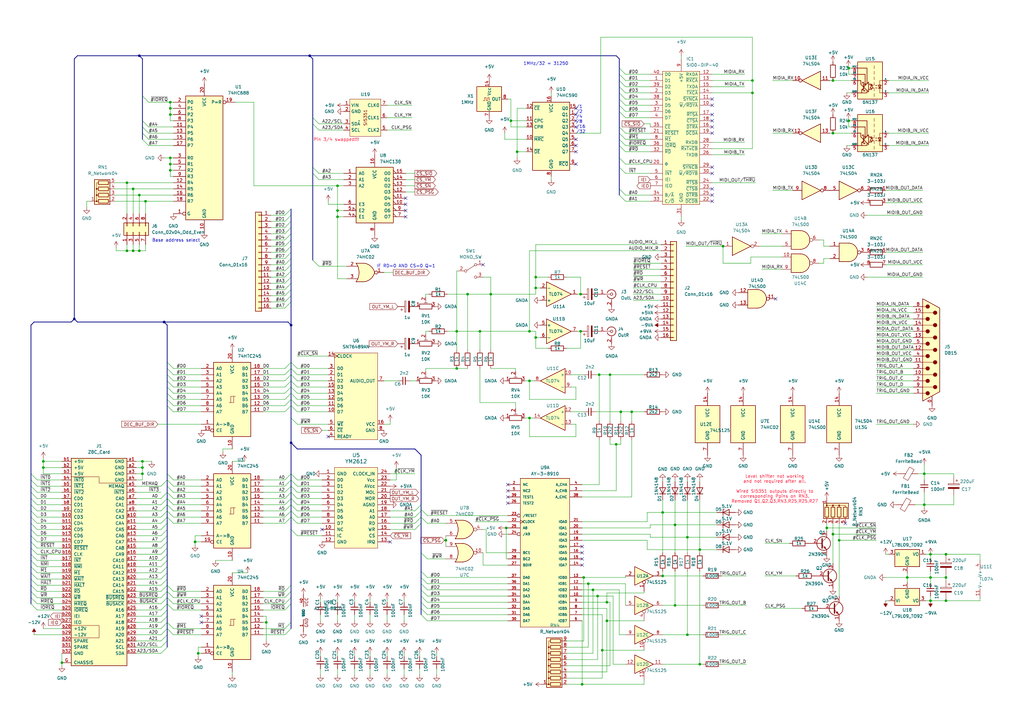
<source format=kicad_sch>
(kicad_sch
	(version 20231120)
	(generator "eeschema")
	(generator_version "8.0")
	(uuid "e63e39d7-6ac0-4ffd-8aa3-1841a4541b55")
	(paper "A3")
	(title_block
		(title "Z8C Audio Interface")
		(date "2022-10-14")
		(rev "0")
		(comment 1 "1) All 74HC parts could be substituted by 74HCT")
		(comment 2 "2) All 74LS Parts could be substituted by 74HCT")
	)
	(lib_symbols
		(symbol "74xx:74HC245"
			(pin_names
				(offset 1.016)
			)
			(exclude_from_sim no)
			(in_bom yes)
			(on_board yes)
			(property "Reference" "U"
				(at -7.62 16.51 0)
				(effects
					(font
						(size 1.27 1.27)
					)
				)
			)
			(property "Value" "74HC245"
				(at -7.62 -16.51 0)
				(effects
					(font
						(size 1.27 1.27)
					)
				)
			)
			(property "Footprint" ""
				(at 0 0 0)
				(effects
					(font
						(size 1.27 1.27)
					)
					(hide yes)
				)
			)
			(property "Datasheet" "http://www.ti.com/lit/gpn/sn74HC245"
				(at 0 0 0)
				(effects
					(font
						(size 1.27 1.27)
					)
					(hide yes)
				)
			)
			(property "Description" "Octal BUS Transceivers, 3-State outputs"
				(at 0 0 0)
				(effects
					(font
						(size 1.27 1.27)
					)
					(hide yes)
				)
			)
			(property "ki_locked" ""
				(at 0 0 0)
				(effects
					(font
						(size 1.27 1.27)
					)
				)
			)
			(property "ki_keywords" "HCMOS BUS 3State"
				(at 0 0 0)
				(effects
					(font
						(size 1.27 1.27)
					)
					(hide yes)
				)
			)
			(property "ki_fp_filters" "DIP?20*"
				(at 0 0 0)
				(effects
					(font
						(size 1.27 1.27)
					)
					(hide yes)
				)
			)
			(symbol "74HC245_1_0"
				(polyline
					(pts
						(xy -0.635 -1.27) (xy -0.635 1.27) (xy 0.635 1.27)
					)
					(stroke
						(width 0)
						(type default)
					)
					(fill
						(type none)
					)
				)
				(polyline
					(pts
						(xy -1.27 -1.27) (xy 0.635 -1.27) (xy 0.635 1.27) (xy 1.27 1.27)
					)
					(stroke
						(width 0)
						(type default)
					)
					(fill
						(type none)
					)
				)
				(pin input line
					(at -12.7 -10.16 0)
					(length 5.08)
					(name "A->B"
						(effects
							(font
								(size 1.27 1.27)
							)
						)
					)
					(number "1"
						(effects
							(font
								(size 1.27 1.27)
							)
						)
					)
				)
				(pin power_in line
					(at 0 -20.32 90)
					(length 5.08)
					(name "GND"
						(effects
							(font
								(size 1.27 1.27)
							)
						)
					)
					(number "10"
						(effects
							(font
								(size 1.27 1.27)
							)
						)
					)
				)
				(pin tri_state line
					(at 12.7 -5.08 180)
					(length 5.08)
					(name "B7"
						(effects
							(font
								(size 1.27 1.27)
							)
						)
					)
					(number "11"
						(effects
							(font
								(size 1.27 1.27)
							)
						)
					)
				)
				(pin tri_state line
					(at 12.7 -2.54 180)
					(length 5.08)
					(name "B6"
						(effects
							(font
								(size 1.27 1.27)
							)
						)
					)
					(number "12"
						(effects
							(font
								(size 1.27 1.27)
							)
						)
					)
				)
				(pin tri_state line
					(at 12.7 0 180)
					(length 5.08)
					(name "B5"
						(effects
							(font
								(size 1.27 1.27)
							)
						)
					)
					(number "13"
						(effects
							(font
								(size 1.27 1.27)
							)
						)
					)
				)
				(pin tri_state line
					(at 12.7 2.54 180)
					(length 5.08)
					(name "B4"
						(effects
							(font
								(size 1.27 1.27)
							)
						)
					)
					(number "14"
						(effects
							(font
								(size 1.27 1.27)
							)
						)
					)
				)
				(pin tri_state line
					(at 12.7 5.08 180)
					(length 5.08)
					(name "B3"
						(effects
							(font
								(size 1.27 1.27)
							)
						)
					)
					(number "15"
						(effects
							(font
								(size 1.27 1.27)
							)
						)
					)
				)
				(pin tri_state line
					(at 12.7 7.62 180)
					(length 5.08)
					(name "B2"
						(effects
							(font
								(size 1.27 1.27)
							)
						)
					)
					(number "16"
						(effects
							(font
								(size 1.27 1.27)
							)
						)
					)
				)
				(pin tri_state line
					(at 12.7 10.16 180)
					(length 5.08)
					(name "B1"
						(effects
							(font
								(size 1.27 1.27)
							)
						)
					)
					(number "17"
						(effects
							(font
								(size 1.27 1.27)
							)
						)
					)
				)
				(pin tri_state line
					(at 12.7 12.7 180)
					(length 5.08)
					(name "B0"
						(effects
							(font
								(size 1.27 1.27)
							)
						)
					)
					(number "18"
						(effects
							(font
								(size 1.27 1.27)
							)
						)
					)
				)
				(pin input inverted
					(at -12.7 -12.7 0)
					(length 5.08)
					(name "CE"
						(effects
							(font
								(size 1.27 1.27)
							)
						)
					)
					(number "19"
						(effects
							(font
								(size 1.27 1.27)
							)
						)
					)
				)
				(pin tri_state line
					(at -12.7 12.7 0)
					(length 5.08)
					(name "A0"
						(effects
							(font
								(size 1.27 1.27)
							)
						)
					)
					(number "2"
						(effects
							(font
								(size 1.27 1.27)
							)
						)
					)
				)
				(pin power_in line
					(at 0 20.32 270)
					(length 5.08)
					(name "VCC"
						(effects
							(font
								(size 1.27 1.27)
							)
						)
					)
					(number "20"
						(effects
							(font
								(size 1.27 1.27)
							)
						)
					)
				)
				(pin tri_state line
					(at -12.7 10.16 0)
					(length 5.08)
					(name "A1"
						(effects
							(font
								(size 1.27 1.27)
							)
						)
					)
					(number "3"
						(effects
							(font
								(size 1.27 1.27)
							)
						)
					)
				)
				(pin tri_state line
					(at -12.7 7.62 0)
					(length 5.08)
					(name "A2"
						(effects
							(font
								(size 1.27 1.27)
							)
						)
					)
					(number "4"
						(effects
							(font
								(size 1.27 1.27)
							)
						)
					)
				)
				(pin tri_state line
					(at -12.7 5.08 0)
					(length 5.08)
					(name "A3"
						(effects
							(font
								(size 1.27 1.27)
							)
						)
					)
					(number "5"
						(effects
							(font
								(size 1.27 1.27)
							)
						)
					)
				)
				(pin tri_state line
					(at -12.7 2.54 0)
					(length 5.08)
					(name "A4"
						(effects
							(font
								(size 1.27 1.27)
							)
						)
					)
					(number "6"
						(effects
							(font
								(size 1.27 1.27)
							)
						)
					)
				)
				(pin tri_state line
					(at -12.7 0 0)
					(length 5.08)
					(name "A5"
						(effects
							(font
								(size 1.27 1.27)
							)
						)
					)
					(number "7"
						(effects
							(font
								(size 1.27 1.27)
							)
						)
					)
				)
				(pin tri_state line
					(at -12.7 -2.54 0)
					(length 5.08)
					(name "A6"
						(effects
							(font
								(size 1.27 1.27)
							)
						)
					)
					(number "8"
						(effects
							(font
								(size 1.27 1.27)
							)
						)
					)
				)
				(pin tri_state line
					(at -12.7 -5.08 0)
					(length 5.08)
					(name "A7"
						(effects
							(font
								(size 1.27 1.27)
							)
						)
					)
					(number "9"
						(effects
							(font
								(size 1.27 1.27)
							)
						)
					)
				)
			)
			(symbol "74HC245_1_1"
				(rectangle
					(start -7.62 15.24)
					(end 7.62 -15.24)
					(stroke
						(width 0.254)
						(type default)
					)
					(fill
						(type background)
					)
				)
			)
		)
		(symbol "74xx:74LS00"
			(pin_names
				(offset 1.016)
			)
			(exclude_from_sim no)
			(in_bom yes)
			(on_board yes)
			(property "Reference" "U"
				(at 0 1.27 0)
				(effects
					(font
						(size 1.27 1.27)
					)
				)
			)
			(property "Value" "74LS00"
				(at 0 -1.27 0)
				(effects
					(font
						(size 1.27 1.27)
					)
				)
			)
			(property "Footprint" ""
				(at 0 0 0)
				(effects
					(font
						(size 1.27 1.27)
					)
					(hide yes)
				)
			)
			(property "Datasheet" "http://www.ti.com/lit/gpn/sn74ls00"
				(at 0 0 0)
				(effects
					(font
						(size 1.27 1.27)
					)
					(hide yes)
				)
			)
			(property "Description" "quad 2-input NAND gate"
				(at 0 0 0)
				(effects
					(font
						(size 1.27 1.27)
					)
					(hide yes)
				)
			)
			(property "ki_locked" ""
				(at 0 0 0)
				(effects
					(font
						(size 1.27 1.27)
					)
				)
			)
			(property "ki_keywords" "TTL nand 2-input"
				(at 0 0 0)
				(effects
					(font
						(size 1.27 1.27)
					)
					(hide yes)
				)
			)
			(property "ki_fp_filters" "DIP*W7.62mm* SO14*"
				(at 0 0 0)
				(effects
					(font
						(size 1.27 1.27)
					)
					(hide yes)
				)
			)
			(symbol "74LS00_1_1"
				(arc
					(start 0 -3.81)
					(mid 3.7934 0)
					(end 0 3.81)
					(stroke
						(width 0.254)
						(type default)
					)
					(fill
						(type background)
					)
				)
				(polyline
					(pts
						(xy 0 3.81) (xy -3.81 3.81) (xy -3.81 -3.81) (xy 0 -3.81)
					)
					(stroke
						(width 0.254)
						(type default)
					)
					(fill
						(type background)
					)
				)
				(pin input line
					(at -7.62 2.54 0)
					(length 3.81)
					(name "~"
						(effects
							(font
								(size 1.27 1.27)
							)
						)
					)
					(number "1"
						(effects
							(font
								(size 1.27 1.27)
							)
						)
					)
				)
				(pin input line
					(at -7.62 -2.54 0)
					(length 3.81)
					(name "~"
						(effects
							(font
								(size 1.27 1.27)
							)
						)
					)
					(number "2"
						(effects
							(font
								(size 1.27 1.27)
							)
						)
					)
				)
				(pin output inverted
					(at 7.62 0 180)
					(length 3.81)
					(name "~"
						(effects
							(font
								(size 1.27 1.27)
							)
						)
					)
					(number "3"
						(effects
							(font
								(size 1.27 1.27)
							)
						)
					)
				)
			)
			(symbol "74LS00_1_2"
				(arc
					(start -3.81 -3.81)
					(mid -2.589 0)
					(end -3.81 3.81)
					(stroke
						(width 0.254)
						(type default)
					)
					(fill
						(type none)
					)
				)
				(arc
					(start -0.6096 -3.81)
					(mid 2.1842 -2.5851)
					(end 3.81 0)
					(stroke
						(width 0.254)
						(type default)
					)
					(fill
						(type background)
					)
				)
				(polyline
					(pts
						(xy -3.81 -3.81) (xy -0.635 -3.81)
					)
					(stroke
						(width 0.254)
						(type default)
					)
					(fill
						(type background)
					)
				)
				(polyline
					(pts
						(xy -3.81 3.81) (xy -0.635 3.81)
					)
					(stroke
						(width 0.254)
						(type default)
					)
					(fill
						(type background)
					)
				)
				(polyline
					(pts
						(xy -0.635 3.81) (xy -3.81 3.81) (xy -3.81 3.81) (xy -3.556 3.4036) (xy -3.0226 2.2606) (xy -2.6924 1.0414)
						(xy -2.6162 -0.254) (xy -2.7686 -1.4986) (xy -3.175 -2.7178) (xy -3.81 -3.81) (xy -3.81 -3.81)
						(xy -0.635 -3.81)
					)
					(stroke
						(width -25.4)
						(type default)
					)
					(fill
						(type background)
					)
				)
				(arc
					(start 3.81 0)
					(mid 2.1915 2.5936)
					(end -0.6096 3.81)
					(stroke
						(width 0.254)
						(type default)
					)
					(fill
						(type background)
					)
				)
				(pin input inverted
					(at -7.62 2.54 0)
					(length 4.318)
					(name "~"
						(effects
							(font
								(size 1.27 1.27)
							)
						)
					)
					(number "1"
						(effects
							(font
								(size 1.27 1.27)
							)
						)
					)
				)
				(pin input inverted
					(at -7.62 -2.54 0)
					(length 4.318)
					(name "~"
						(effects
							(font
								(size 1.27 1.27)
							)
						)
					)
					(number "2"
						(effects
							(font
								(size 1.27 1.27)
							)
						)
					)
				)
				(pin output line
					(at 7.62 0 180)
					(length 3.81)
					(name "~"
						(effects
							(font
								(size 1.27 1.27)
							)
						)
					)
					(number "3"
						(effects
							(font
								(size 1.27 1.27)
							)
						)
					)
				)
			)
			(symbol "74LS00_2_1"
				(arc
					(start 0 -3.81)
					(mid 3.7934 0)
					(end 0 3.81)
					(stroke
						(width 0.254)
						(type default)
					)
					(fill
						(type background)
					)
				)
				(polyline
					(pts
						(xy 0 3.81) (xy -3.81 3.81) (xy -3.81 -3.81) (xy 0 -3.81)
					)
					(stroke
						(width 0.254)
						(type default)
					)
					(fill
						(type background)
					)
				)
				(pin input line
					(at -7.62 2.54 0)
					(length 3.81)
					(name "~"
						(effects
							(font
								(size 1.27 1.27)
							)
						)
					)
					(number "4"
						(effects
							(font
								(size 1.27 1.27)
							)
						)
					)
				)
				(pin input line
					(at -7.62 -2.54 0)
					(length 3.81)
					(name "~"
						(effects
							(font
								(size 1.27 1.27)
							)
						)
					)
					(number "5"
						(effects
							(font
								(size 1.27 1.27)
							)
						)
					)
				)
				(pin output inverted
					(at 7.62 0 180)
					(length 3.81)
					(name "~"
						(effects
							(font
								(size 1.27 1.27)
							)
						)
					)
					(number "6"
						(effects
							(font
								(size 1.27 1.27)
							)
						)
					)
				)
			)
			(symbol "74LS00_2_2"
				(arc
					(start -3.81 -3.81)
					(mid -2.589 0)
					(end -3.81 3.81)
					(stroke
						(width 0.254)
						(type default)
					)
					(fill
						(type none)
					)
				)
				(arc
					(start -0.6096 -3.81)
					(mid 2.1842 -2.5851)
					(end 3.81 0)
					(stroke
						(width 0.254)
						(type default)
					)
					(fill
						(type background)
					)
				)
				(polyline
					(pts
						(xy -3.81 -3.81) (xy -0.635 -3.81)
					)
					(stroke
						(width 0.254)
						(type default)
					)
					(fill
						(type background)
					)
				)
				(polyline
					(pts
						(xy -3.81 3.81) (xy -0.635 3.81)
					)
					(stroke
						(width 0.254)
						(type default)
					)
					(fill
						(type background)
					)
				)
				(polyline
					(pts
						(xy -0.635 3.81) (xy -3.81 3.81) (xy -3.81 3.81) (xy -3.556 3.4036) (xy -3.0226 2.2606) (xy -2.6924 1.0414)
						(xy -2.6162 -0.254) (xy -2.7686 -1.4986) (xy -3.175 -2.7178) (xy -3.81 -3.81) (xy -3.81 -3.81)
						(xy -0.635 -3.81)
					)
					(stroke
						(width -25.4)
						(type default)
					)
					(fill
						(type background)
					)
				)
				(arc
					(start 3.81 0)
					(mid 2.1915 2.5936)
					(end -0.6096 3.81)
					(stroke
						(width 0.254)
						(type default)
					)
					(fill
						(type background)
					)
				)
				(pin input inverted
					(at -7.62 2.54 0)
					(length 4.318)
					(name "~"
						(effects
							(font
								(size 1.27 1.27)
							)
						)
					)
					(number "4"
						(effects
							(font
								(size 1.27 1.27)
							)
						)
					)
				)
				(pin input inverted
					(at -7.62 -2.54 0)
					(length 4.318)
					(name "~"
						(effects
							(font
								(size 1.27 1.27)
							)
						)
					)
					(number "5"
						(effects
							(font
								(size 1.27 1.27)
							)
						)
					)
				)
				(pin output line
					(at 7.62 0 180)
					(length 3.81)
					(name "~"
						(effects
							(font
								(size 1.27 1.27)
							)
						)
					)
					(number "6"
						(effects
							(font
								(size 1.27 1.27)
							)
						)
					)
				)
			)
			(symbol "74LS00_3_1"
				(arc
					(start 0 -3.81)
					(mid 3.7934 0)
					(end 0 3.81)
					(stroke
						(width 0.254)
						(type default)
					)
					(fill
						(type background)
					)
				)
				(polyline
					(pts
						(xy 0 3.81) (xy -3.81 3.81) (xy -3.81 -3.81) (xy 0 -3.81)
					)
					(stroke
						(width 0.254)
						(type default)
					)
					(fill
						(type background)
					)
				)
				(pin input line
					(at -7.62 -2.54 0)
					(length 3.81)
					(name "~"
						(effects
							(font
								(size 1.27 1.27)
							)
						)
					)
					(number "10"
						(effects
							(font
								(size 1.27 1.27)
							)
						)
					)
				)
				(pin output inverted
					(at 7.62 0 180)
					(length 3.81)
					(name "~"
						(effects
							(font
								(size 1.27 1.27)
							)
						)
					)
					(number "8"
						(effects
							(font
								(size 1.27 1.27)
							)
						)
					)
				)
				(pin input line
					(at -7.62 2.54 0)
					(length 3.81)
					(name "~"
						(effects
							(font
								(size 1.27 1.27)
							)
						)
					)
					(number "9"
						(effects
							(font
								(size 1.27 1.27)
							)
						)
					)
				)
			)
			(symbol "74LS00_3_2"
				(arc
					(start -3.81 -3.81)
					(mid -2.589 0)
					(end -3.81 3.81)
					(stroke
						(width 0.254)
						(type default)
					)
					(fill
						(type none)
					)
				)
				(arc
					(start -0.6096 -3.81)
					(mid 2.1842 -2.5851)
					(end 3.81 0)
					(stroke
						(width 0.254)
						(type default)
					)
					(fill
						(type background)
					)
				)
				(polyline
					(pts
						(xy -3.81 -3.81) (xy -0.635 -3.81)
					)
					(stroke
						(width 0.254)
						(type default)
					)
					(fill
						(type background)
					)
				)
				(polyline
					(pts
						(xy -3.81 3.81) (xy -0.635 3.81)
					)
					(stroke
						(width 0.254)
						(type default)
					)
					(fill
						(type background)
					)
				)
				(polyline
					(pts
						(xy -0.635 3.81) (xy -3.81 3.81) (xy -3.81 3.81) (xy -3.556 3.4036) (xy -3.0226 2.2606) (xy -2.6924 1.0414)
						(xy -2.6162 -0.254) (xy -2.7686 -1.4986) (xy -3.175 -2.7178) (xy -3.81 -3.81) (xy -3.81 -3.81)
						(xy -0.635 -3.81)
					)
					(stroke
						(width -25.4)
						(type default)
					)
					(fill
						(type background)
					)
				)
				(arc
					(start 3.81 0)
					(mid 2.1915 2.5936)
					(end -0.6096 3.81)
					(stroke
						(width 0.254)
						(type default)
					)
					(fill
						(type background)
					)
				)
				(pin input inverted
					(at -7.62 -2.54 0)
					(length 4.318)
					(name "~"
						(effects
							(font
								(size 1.27 1.27)
							)
						)
					)
					(number "10"
						(effects
							(font
								(size 1.27 1.27)
							)
						)
					)
				)
				(pin output line
					(at 7.62 0 180)
					(length 3.81)
					(name "~"
						(effects
							(font
								(size 1.27 1.27)
							)
						)
					)
					(number "8"
						(effects
							(font
								(size 1.27 1.27)
							)
						)
					)
				)
				(pin input inverted
					(at -7.62 2.54 0)
					(length 4.318)
					(name "~"
						(effects
							(font
								(size 1.27 1.27)
							)
						)
					)
					(number "9"
						(effects
							(font
								(size 1.27 1.27)
							)
						)
					)
				)
			)
			(symbol "74LS00_4_1"
				(arc
					(start 0 -3.81)
					(mid 3.7934 0)
					(end 0 3.81)
					(stroke
						(width 0.254)
						(type default)
					)
					(fill
						(type background)
					)
				)
				(polyline
					(pts
						(xy 0 3.81) (xy -3.81 3.81) (xy -3.81 -3.81) (xy 0 -3.81)
					)
					(stroke
						(width 0.254)
						(type default)
					)
					(fill
						(type background)
					)
				)
				(pin output inverted
					(at 7.62 0 180)
					(length 3.81)
					(name "~"
						(effects
							(font
								(size 1.27 1.27)
							)
						)
					)
					(number "11"
						(effects
							(font
								(size 1.27 1.27)
							)
						)
					)
				)
				(pin input line
					(at -7.62 2.54 0)
					(length 3.81)
					(name "~"
						(effects
							(font
								(size 1.27 1.27)
							)
						)
					)
					(number "12"
						(effects
							(font
								(size 1.27 1.27)
							)
						)
					)
				)
				(pin input line
					(at -7.62 -2.54 0)
					(length 3.81)
					(name "~"
						(effects
							(font
								(size 1.27 1.27)
							)
						)
					)
					(number "13"
						(effects
							(font
								(size 1.27 1.27)
							)
						)
					)
				)
			)
			(symbol "74LS00_4_2"
				(arc
					(start -3.81 -3.81)
					(mid -2.589 0)
					(end -3.81 3.81)
					(stroke
						(width 0.254)
						(type default)
					)
					(fill
						(type none)
					)
				)
				(arc
					(start -0.6096 -3.81)
					(mid 2.1842 -2.5851)
					(end 3.81 0)
					(stroke
						(width 0.254)
						(type default)
					)
					(fill
						(type background)
					)
				)
				(polyline
					(pts
						(xy -3.81 -3.81) (xy -0.635 -3.81)
					)
					(stroke
						(width 0.254)
						(type default)
					)
					(fill
						(type background)
					)
				)
				(polyline
					(pts
						(xy -3.81 3.81) (xy -0.635 3.81)
					)
					(stroke
						(width 0.254)
						(type default)
					)
					(fill
						(type background)
					)
				)
				(polyline
					(pts
						(xy -0.635 3.81) (xy -3.81 3.81) (xy -3.81 3.81) (xy -3.556 3.4036) (xy -3.0226 2.2606) (xy -2.6924 1.0414)
						(xy -2.6162 -0.254) (xy -2.7686 -1.4986) (xy -3.175 -2.7178) (xy -3.81 -3.81) (xy -3.81 -3.81)
						(xy -0.635 -3.81)
					)
					(stroke
						(width -25.4)
						(type default)
					)
					(fill
						(type background)
					)
				)
				(arc
					(start 3.81 0)
					(mid 2.1915 2.5936)
					(end -0.6096 3.81)
					(stroke
						(width 0.254)
						(type default)
					)
					(fill
						(type background)
					)
				)
				(pin output line
					(at 7.62 0 180)
					(length 3.81)
					(name "~"
						(effects
							(font
								(size 1.27 1.27)
							)
						)
					)
					(number "11"
						(effects
							(font
								(size 1.27 1.27)
							)
						)
					)
				)
				(pin input inverted
					(at -7.62 2.54 0)
					(length 4.318)
					(name "~"
						(effects
							(font
								(size 1.27 1.27)
							)
						)
					)
					(number "12"
						(effects
							(font
								(size 1.27 1.27)
							)
						)
					)
				)
				(pin input inverted
					(at -7.62 -2.54 0)
					(length 4.318)
					(name "~"
						(effects
							(font
								(size 1.27 1.27)
							)
						)
					)
					(number "13"
						(effects
							(font
								(size 1.27 1.27)
							)
						)
					)
				)
			)
			(symbol "74LS00_5_0"
				(pin power_in line
					(at 0 12.7 270)
					(length 5.08)
					(name "VCC"
						(effects
							(font
								(size 1.27 1.27)
							)
						)
					)
					(number "14"
						(effects
							(font
								(size 1.27 1.27)
							)
						)
					)
				)
				(pin power_in line
					(at 0 -12.7 90)
					(length 5.08)
					(name "GND"
						(effects
							(font
								(size 1.27 1.27)
							)
						)
					)
					(number "7"
						(effects
							(font
								(size 1.27 1.27)
							)
						)
					)
				)
			)
			(symbol "74LS00_5_1"
				(rectangle
					(start -5.08 7.62)
					(end 5.08 -7.62)
					(stroke
						(width 0.254)
						(type default)
					)
					(fill
						(type background)
					)
				)
			)
		)
		(symbol "74xx:74LS02"
			(pin_names
				(offset 1.016)
			)
			(exclude_from_sim no)
			(in_bom yes)
			(on_board yes)
			(property "Reference" "U"
				(at 0 1.27 0)
				(effects
					(font
						(size 1.27 1.27)
					)
				)
			)
			(property "Value" "74LS02"
				(at 0 -1.27 0)
				(effects
					(font
						(size 1.27 1.27)
					)
				)
			)
			(property "Footprint" ""
				(at 0 0 0)
				(effects
					(font
						(size 1.27 1.27)
					)
					(hide yes)
				)
			)
			(property "Datasheet" "http://www.ti.com/lit/gpn/sn74ls02"
				(at 0 0 0)
				(effects
					(font
						(size 1.27 1.27)
					)
					(hide yes)
				)
			)
			(property "Description" "quad 2-input NOR gate"
				(at 0 0 0)
				(effects
					(font
						(size 1.27 1.27)
					)
					(hide yes)
				)
			)
			(property "ki_locked" ""
				(at 0 0 0)
				(effects
					(font
						(size 1.27 1.27)
					)
				)
			)
			(property "ki_keywords" "TTL Nor2"
				(at 0 0 0)
				(effects
					(font
						(size 1.27 1.27)
					)
					(hide yes)
				)
			)
			(property "ki_fp_filters" "SO14* DIP*W7.62mm*"
				(at 0 0 0)
				(effects
					(font
						(size 1.27 1.27)
					)
					(hide yes)
				)
			)
			(symbol "74LS02_1_1"
				(arc
					(start -3.81 -3.81)
					(mid -2.589 0)
					(end -3.81 3.81)
					(stroke
						(width 0.254)
						(type default)
					)
					(fill
						(type none)
					)
				)
				(arc
					(start -0.6096 -3.81)
					(mid 2.1842 -2.5851)
					(end 3.81 0)
					(stroke
						(width 0.254)
						(type default)
					)
					(fill
						(type background)
					)
				)
				(polyline
					(pts
						(xy -3.81 -3.81) (xy -0.635 -3.81)
					)
					(stroke
						(width 0.254)
						(type default)
					)
					(fill
						(type background)
					)
				)
				(polyline
					(pts
						(xy -3.81 3.81) (xy -0.635 3.81)
					)
					(stroke
						(width 0.254)
						(type default)
					)
					(fill
						(type background)
					)
				)
				(polyline
					(pts
						(xy -0.635 3.81) (xy -3.81 3.81) (xy -3.81 3.81) (xy -3.556 3.4036) (xy -3.0226 2.2606) (xy -2.6924 1.0414)
						(xy -2.6162 -0.254) (xy -2.7686 -1.4986) (xy -3.175 -2.7178) (xy -3.81 -3.81) (xy -3.81 -3.81)
						(xy -0.635 -3.81)
					)
					(stroke
						(width -25.4)
						(type default)
					)
					(fill
						(type background)
					)
				)
				(arc
					(start 3.81 0)
					(mid 2.1915 2.5936)
					(end -0.6096 3.81)
					(stroke
						(width 0.254)
						(type default)
					)
					(fill
						(type background)
					)
				)
				(pin output inverted
					(at 7.62 0 180)
					(length 3.81)
					(name "~"
						(effects
							(font
								(size 1.27 1.27)
							)
						)
					)
					(number "1"
						(effects
							(font
								(size 1.27 1.27)
							)
						)
					)
				)
				(pin input line
					(at -7.62 2.54 0)
					(length 4.318)
					(name "~"
						(effects
							(font
								(size 1.27 1.27)
							)
						)
					)
					(number "2"
						(effects
							(font
								(size 1.27 1.27)
							)
						)
					)
				)
				(pin input line
					(at -7.62 -2.54 0)
					(length 4.318)
					(name "~"
						(effects
							(font
								(size 1.27 1.27)
							)
						)
					)
					(number "3"
						(effects
							(font
								(size 1.27 1.27)
							)
						)
					)
				)
			)
			(symbol "74LS02_1_2"
				(arc
					(start 0 -3.81)
					(mid 3.7934 0)
					(end 0 3.81)
					(stroke
						(width 0.254)
						(type default)
					)
					(fill
						(type background)
					)
				)
				(polyline
					(pts
						(xy 0 3.81) (xy -3.81 3.81) (xy -3.81 -3.81) (xy 0 -3.81)
					)
					(stroke
						(width 0.254)
						(type default)
					)
					(fill
						(type background)
					)
				)
				(pin output line
					(at 7.62 0 180)
					(length 3.81)
					(name "~"
						(effects
							(font
								(size 1.27 1.27)
							)
						)
					)
					(number "1"
						(effects
							(font
								(size 1.27 1.27)
							)
						)
					)
				)
				(pin input inverted
					(at -7.62 2.54 0)
					(length 3.81)
					(name "~"
						(effects
							(font
								(size 1.27 1.27)
							)
						)
					)
					(number "2"
						(effects
							(font
								(size 1.27 1.27)
							)
						)
					)
				)
				(pin input inverted
					(at -7.62 -2.54 0)
					(length 3.81)
					(name "~"
						(effects
							(font
								(size 1.27 1.27)
							)
						)
					)
					(number "3"
						(effects
							(font
								(size 1.27 1.27)
							)
						)
					)
				)
			)
			(symbol "74LS02_2_1"
				(arc
					(start -3.81 -3.81)
					(mid -2.589 0)
					(end -3.81 3.81)
					(stroke
						(width 0.254)
						(type default)
					)
					(fill
						(type none)
					)
				)
				(arc
					(start -0.6096 -3.81)
					(mid 2.1842 -2.5851)
					(end 3.81 0)
					(stroke
						(width 0.254)
						(type default)
					)
					(fill
						(type background)
					)
				)
				(polyline
					(pts
						(xy -3.81 -3.81) (xy -0.635 -3.81)
					)
					(stroke
						(width 0.254)
						(type default)
					)
					(fill
						(type background)
					)
				)
				(polyline
					(pts
						(xy -3.81 3.81) (xy -0.635 3.81)
					)
					(stroke
						(width 0.254)
						(type default)
					)
					(fill
						(type background)
					)
				)
				(polyline
					(pts
						(xy -0.635 3.81) (xy -3.81 3.81) (xy -3.81 3.81) (xy -3.556 3.4036) (xy -3.0226 2.2606) (xy -2.6924 1.0414)
						(xy -2.6162 -0.254) (xy -2.7686 -1.4986) (xy -3.175 -2.7178) (xy -3.81 -3.81) (xy -3.81 -3.81)
						(xy -0.635 -3.81)
					)
					(stroke
						(width -25.4)
						(type default)
					)
					(fill
						(type background)
					)
				)
				(arc
					(start 3.81 0)
					(mid 2.1915 2.5936)
					(end -0.6096 3.81)
					(stroke
						(width 0.254)
						(type default)
					)
					(fill
						(type background)
					)
				)
				(pin output inverted
					(at 7.62 0 180)
					(length 3.81)
					(name "~"
						(effects
							(font
								(size 1.27 1.27)
							)
						)
					)
					(number "4"
						(effects
							(font
								(size 1.27 1.27)
							)
						)
					)
				)
				(pin input line
					(at -7.62 2.54 0)
					(length 4.318)
					(name "~"
						(effects
							(font
								(size 1.27 1.27)
							)
						)
					)
					(number "5"
						(effects
							(font
								(size 1.27 1.27)
							)
						)
					)
				)
				(pin input line
					(at -7.62 -2.54 0)
					(length 4.318)
					(name "~"
						(effects
							(font
								(size 1.27 1.27)
							)
						)
					)
					(number "6"
						(effects
							(font
								(size 1.27 1.27)
							)
						)
					)
				)
			)
			(symbol "74LS02_2_2"
				(arc
					(start 0 -3.81)
					(mid 3.7934 0)
					(end 0 3.81)
					(stroke
						(width 0.254)
						(type default)
					)
					(fill
						(type background)
					)
				)
				(polyline
					(pts
						(xy 0 3.81) (xy -3.81 3.81) (xy -3.81 -3.81) (xy 0 -3.81)
					)
					(stroke
						(width 0.254)
						(type default)
					)
					(fill
						(type background)
					)
				)
				(pin output line
					(at 7.62 0 180)
					(length 3.81)
					(name "~"
						(effects
							(font
								(size 1.27 1.27)
							)
						)
					)
					(number "4"
						(effects
							(font
								(size 1.27 1.27)
							)
						)
					)
				)
				(pin input inverted
					(at -7.62 2.54 0)
					(length 3.81)
					(name "~"
						(effects
							(font
								(size 1.27 1.27)
							)
						)
					)
					(number "5"
						(effects
							(font
								(size 1.27 1.27)
							)
						)
					)
				)
				(pin input inverted
					(at -7.62 -2.54 0)
					(length 3.81)
					(name "~"
						(effects
							(font
								(size 1.27 1.27)
							)
						)
					)
					(number "6"
						(effects
							(font
								(size 1.27 1.27)
							)
						)
					)
				)
			)
			(symbol "74LS02_3_1"
				(arc
					(start -3.81 -3.81)
					(mid -2.589 0)
					(end -3.81 3.81)
					(stroke
						(width 0.254)
						(type default)
					)
					(fill
						(type none)
					)
				)
				(arc
					(start -0.6096 -3.81)
					(mid 2.1842 -2.5851)
					(end 3.81 0)
					(stroke
						(width 0.254)
						(type default)
					)
					(fill
						(type background)
					)
				)
				(polyline
					(pts
						(xy -3.81 -3.81) (xy -0.635 -3.81)
					)
					(stroke
						(width 0.254)
						(type default)
					)
					(fill
						(type background)
					)
				)
				(polyline
					(pts
						(xy -3.81 3.81) (xy -0.635 3.81)
					)
					(stroke
						(width 0.254)
						(type default)
					)
					(fill
						(type background)
					)
				)
				(polyline
					(pts
						(xy -0.635 3.81) (xy -3.81 3.81) (xy -3.81 3.81) (xy -3.556 3.4036) (xy -3.0226 2.2606) (xy -2.6924 1.0414)
						(xy -2.6162 -0.254) (xy -2.7686 -1.4986) (xy -3.175 -2.7178) (xy -3.81 -3.81) (xy -3.81 -3.81)
						(xy -0.635 -3.81)
					)
					(stroke
						(width -25.4)
						(type default)
					)
					(fill
						(type background)
					)
				)
				(arc
					(start 3.81 0)
					(mid 2.1915 2.5936)
					(end -0.6096 3.81)
					(stroke
						(width 0.254)
						(type default)
					)
					(fill
						(type background)
					)
				)
				(pin output inverted
					(at 7.62 0 180)
					(length 3.81)
					(name "~"
						(effects
							(font
								(size 1.27 1.27)
							)
						)
					)
					(number "10"
						(effects
							(font
								(size 1.27 1.27)
							)
						)
					)
				)
				(pin input line
					(at -7.62 2.54 0)
					(length 4.318)
					(name "~"
						(effects
							(font
								(size 1.27 1.27)
							)
						)
					)
					(number "8"
						(effects
							(font
								(size 1.27 1.27)
							)
						)
					)
				)
				(pin input line
					(at -7.62 -2.54 0)
					(length 4.318)
					(name "~"
						(effects
							(font
								(size 1.27 1.27)
							)
						)
					)
					(number "9"
						(effects
							(font
								(size 1.27 1.27)
							)
						)
					)
				)
			)
			(symbol "74LS02_3_2"
				(arc
					(start 0 -3.81)
					(mid 3.7934 0)
					(end 0 3.81)
					(stroke
						(width 0.254)
						(type default)
					)
					(fill
						(type background)
					)
				)
				(polyline
					(pts
						(xy 0 3.81) (xy -3.81 3.81) (xy -3.81 -3.81) (xy 0 -3.81)
					)
					(stroke
						(width 0.254)
						(type default)
					)
					(fill
						(type background)
					)
				)
				(pin output line
					(at 7.62 0 180)
					(length 3.81)
					(name "~"
						(effects
							(font
								(size 1.27 1.27)
							)
						)
					)
					(number "10"
						(effects
							(font
								(size 1.27 1.27)
							)
						)
					)
				)
				(pin input inverted
					(at -7.62 2.54 0)
					(length 3.81)
					(name "~"
						(effects
							(font
								(size 1.27 1.27)
							)
						)
					)
					(number "8"
						(effects
							(font
								(size 1.27 1.27)
							)
						)
					)
				)
				(pin input inverted
					(at -7.62 -2.54 0)
					(length 3.81)
					(name "~"
						(effects
							(font
								(size 1.27 1.27)
							)
						)
					)
					(number "9"
						(effects
							(font
								(size 1.27 1.27)
							)
						)
					)
				)
			)
			(symbol "74LS02_4_1"
				(arc
					(start -3.81 -3.81)
					(mid -2.589 0)
					(end -3.81 3.81)
					(stroke
						(width 0.254)
						(type default)
					)
					(fill
						(type none)
					)
				)
				(arc
					(start -0.6096 -3.81)
					(mid 2.1842 -2.5851)
					(end 3.81 0)
					(stroke
						(width 0.254)
						(type default)
					)
					(fill
						(type background)
					)
				)
				(polyline
					(pts
						(xy -3.81 -3.81) (xy -0.635 -3.81)
					)
					(stroke
						(width 0.254)
						(type default)
					)
					(fill
						(type background)
					)
				)
				(polyline
					(pts
						(xy -3.81 3.81) (xy -0.635 3.81)
					)
					(stroke
						(width 0.254)
						(type default)
					)
					(fill
						(type background)
					)
				)
				(polyline
					(pts
						(xy -0.635 3.81) (xy -3.81 3.81) (xy -3.81 3.81) (xy -3.556 3.4036) (xy -3.0226 2.2606) (xy -2.6924 1.0414)
						(xy -2.6162 -0.254) (xy -2.7686 -1.4986) (xy -3.175 -2.7178) (xy -3.81 -3.81) (xy -3.81 -3.81)
						(xy -0.635 -3.81)
					)
					(stroke
						(width -25.4)
						(type default)
					)
					(fill
						(type background)
					)
				)
				(arc
					(start 3.81 0)
					(mid 2.1915 2.5936)
					(end -0.6096 3.81)
					(stroke
						(width 0.254)
						(type default)
					)
					(fill
						(type background)
					)
				)
				(pin input line
					(at -7.62 2.54 0)
					(length 4.318)
					(name "~"
						(effects
							(font
								(size 1.27 1.27)
							)
						)
					)
					(number "11"
						(effects
							(font
								(size 1.27 1.27)
							)
						)
					)
				)
				(pin input line
					(at -7.62 -2.54 0)
					(length 4.318)
					(name "~"
						(effects
							(font
								(size 1.27 1.27)
							)
						)
					)
					(number "12"
						(effects
							(font
								(size 1.27 1.27)
							)
						)
					)
				)
				(pin output inverted
					(at 7.62 0 180)
					(length 3.81)
					(name "~"
						(effects
							(font
								(size 1.27 1.27)
							)
						)
					)
					(number "13"
						(effects
							(font
								(size 1.27 1.27)
							)
						)
					)
				)
			)
			(symbol "74LS02_4_2"
				(arc
					(start 0 -3.81)
					(mid 3.7934 0)
					(end 0 3.81)
					(stroke
						(width 0.254)
						(type default)
					)
					(fill
						(type background)
					)
				)
				(polyline
					(pts
						(xy 0 3.81) (xy -3.81 3.81) (xy -3.81 -3.81) (xy 0 -3.81)
					)
					(stroke
						(width 0.254)
						(type default)
					)
					(fill
						(type background)
					)
				)
				(pin input inverted
					(at -7.62 2.54 0)
					(length 3.81)
					(name "~"
						(effects
							(font
								(size 1.27 1.27)
							)
						)
					)
					(number "11"
						(effects
							(font
								(size 1.27 1.27)
							)
						)
					)
				)
				(pin input inverted
					(at -7.62 -2.54 0)
					(length 3.81)
					(name "~"
						(effects
							(font
								(size 1.27 1.27)
							)
						)
					)
					(number "12"
						(effects
							(font
								(size 1.27 1.27)
							)
						)
					)
				)
				(pin output line
					(at 7.62 0 180)
					(length 3.81)
					(name "~"
						(effects
							(font
								(size 1.27 1.27)
							)
						)
					)
					(number "13"
						(effects
							(font
								(size 1.27 1.27)
							)
						)
					)
				)
			)
			(symbol "74LS02_5_0"
				(pin power_in line
					(at 0 12.7 270)
					(length 5.08)
					(name "VCC"
						(effects
							(font
								(size 1.27 1.27)
							)
						)
					)
					(number "14"
						(effects
							(font
								(size 1.27 1.27)
							)
						)
					)
				)
				(pin power_in line
					(at 0 -12.7 90)
					(length 5.08)
					(name "GND"
						(effects
							(font
								(size 1.27 1.27)
							)
						)
					)
					(number "7"
						(effects
							(font
								(size 1.27 1.27)
							)
						)
					)
				)
			)
			(symbol "74LS02_5_1"
				(rectangle
					(start -5.08 7.62)
					(end 5.08 -7.62)
					(stroke
						(width 0.254)
						(type default)
					)
					(fill
						(type background)
					)
				)
			)
		)
		(symbol "74xx:74LS06"
			(pin_names
				(offset 1.016)
			)
			(exclude_from_sim no)
			(in_bom yes)
			(on_board yes)
			(property "Reference" "U"
				(at 0 1.27 0)
				(effects
					(font
						(size 1.27 1.27)
					)
				)
			)
			(property "Value" "74LS06"
				(at 0 -1.27 0)
				(effects
					(font
						(size 1.27 1.27)
					)
				)
			)
			(property "Footprint" ""
				(at 0 0 0)
				(effects
					(font
						(size 1.27 1.27)
					)
					(hide yes)
				)
			)
			(property "Datasheet" "http://www.ti.com/lit/gpn/sn74LS06"
				(at 0 0 0)
				(effects
					(font
						(size 1.27 1.27)
					)
					(hide yes)
				)
			)
			(property "Description" "Inverter Open Collect"
				(at 0 0 0)
				(effects
					(font
						(size 1.27 1.27)
					)
					(hide yes)
				)
			)
			(property "ki_locked" ""
				(at 0 0 0)
				(effects
					(font
						(size 1.27 1.27)
					)
				)
			)
			(property "ki_keywords" "TTL not inv OpenCol"
				(at 0 0 0)
				(effects
					(font
						(size 1.27 1.27)
					)
					(hide yes)
				)
			)
			(property "ki_fp_filters" "DIP*W7.62mm*"
				(at 0 0 0)
				(effects
					(font
						(size 1.27 1.27)
					)
					(hide yes)
				)
			)
			(symbol "74LS06_1_0"
				(polyline
					(pts
						(xy -3.81 3.81) (xy -3.81 -3.81) (xy 3.81 0) (xy -3.81 3.81)
					)
					(stroke
						(width 0.254)
						(type default)
					)
					(fill
						(type background)
					)
				)
				(pin input line
					(at -7.62 0 0)
					(length 3.81)
					(name "~"
						(effects
							(font
								(size 1.27 1.27)
							)
						)
					)
					(number "1"
						(effects
							(font
								(size 1.27 1.27)
							)
						)
					)
				)
				(pin open_collector inverted
					(at 7.62 0 180)
					(length 3.81)
					(name "~"
						(effects
							(font
								(size 1.27 1.27)
							)
						)
					)
					(number "2"
						(effects
							(font
								(size 1.27 1.27)
							)
						)
					)
				)
			)
			(symbol "74LS06_2_0"
				(polyline
					(pts
						(xy -3.81 3.81) (xy -3.81 -3.81) (xy 3.81 0) (xy -3.81 3.81)
					)
					(stroke
						(width 0.254)
						(type default)
					)
					(fill
						(type background)
					)
				)
				(pin input line
					(at -7.62 0 0)
					(length 3.81)
					(name "~"
						(effects
							(font
								(size 1.27 1.27)
							)
						)
					)
					(number "3"
						(effects
							(font
								(size 1.27 1.27)
							)
						)
					)
				)
				(pin open_collector inverted
					(at 7.62 0 180)
					(length 3.81)
					(name "~"
						(effects
							(font
								(size 1.27 1.27)
							)
						)
					)
					(number "4"
						(effects
							(font
								(size 1.27 1.27)
							)
						)
					)
				)
			)
			(symbol "74LS06_3_0"
				(polyline
					(pts
						(xy -3.81 3.81) (xy -3.81 -3.81) (xy 3.81 0) (xy -3.81 3.81)
					)
					(stroke
						(width 0.254)
						(type default)
					)
					(fill
						(type background)
					)
				)
				(pin input line
					(at -7.62 0 0)
					(length 3.81)
					(name "~"
						(effects
							(font
								(size 1.27 1.27)
							)
						)
					)
					(number "5"
						(effects
							(font
								(size 1.27 1.27)
							)
						)
					)
				)
				(pin open_collector inverted
					(at 7.62 0 180)
					(length 3.81)
					(name "~"
						(effects
							(font
								(size 1.27 1.27)
							)
						)
					)
					(number "6"
						(effects
							(font
								(size 1.27 1.27)
							)
						)
					)
				)
			)
			(symbol "74LS06_4_0"
				(polyline
					(pts
						(xy -3.81 3.81) (xy -3.81 -3.81) (xy 3.81 0) (xy -3.81 3.81)
					)
					(stroke
						(width 0.254)
						(type default)
					)
					(fill
						(type background)
					)
				)
				(pin open_collector inverted
					(at 7.62 0 180)
					(length 3.81)
					(name "~"
						(effects
							(font
								(size 1.27 1.27)
							)
						)
					)
					(number "8"
						(effects
							(font
								(size 1.27 1.27)
							)
						)
					)
				)
				(pin input line
					(at -7.62 0 0)
					(length 3.81)
					(name "~"
						(effects
							(font
								(size 1.27 1.27)
							)
						)
					)
					(number "9"
						(effects
							(font
								(size 1.27 1.27)
							)
						)
					)
				)
			)
			(symbol "74LS06_5_0"
				(polyline
					(pts
						(xy -3.81 3.81) (xy -3.81 -3.81) (xy 3.81 0) (xy -3.81 3.81)
					)
					(stroke
						(width 0.254)
						(type default)
					)
					(fill
						(type background)
					)
				)
				(pin open_collector inverted
					(at 7.62 0 180)
					(length 3.81)
					(name "~"
						(effects
							(font
								(size 1.27 1.27)
							)
						)
					)
					(number "10"
						(effects
							(font
								(size 1.27 1.27)
							)
						)
					)
				)
				(pin input line
					(at -7.62 0 0)
					(length 3.81)
					(name "~"
						(effects
							(font
								(size 1.27 1.27)
							)
						)
					)
					(number "11"
						(effects
							(font
								(size 1.27 1.27)
							)
						)
					)
				)
			)
			(symbol "74LS06_6_0"
				(polyline
					(pts
						(xy -3.81 3.81) (xy -3.81 -3.81) (xy 3.81 0) (xy -3.81 3.81)
					)
					(stroke
						(width 0.254)
						(type default)
					)
					(fill
						(type background)
					)
				)
				(pin open_collector inverted
					(at 7.62 0 180)
					(length 3.81)
					(name "~"
						(effects
							(font
								(size 1.27 1.27)
							)
						)
					)
					(number "12"
						(effects
							(font
								(size 1.27 1.27)
							)
						)
					)
				)
				(pin input line
					(at -7.62 0 0)
					(length 3.81)
					(name "~"
						(effects
							(font
								(size 1.27 1.27)
							)
						)
					)
					(number "13"
						(effects
							(font
								(size 1.27 1.27)
							)
						)
					)
				)
			)
			(symbol "74LS06_7_0"
				(pin power_in line
					(at 0 12.7 270)
					(length 5.08)
					(name "VCC"
						(effects
							(font
								(size 1.27 1.27)
							)
						)
					)
					(number "14"
						(effects
							(font
								(size 1.27 1.27)
							)
						)
					)
				)
				(pin power_in line
					(at 0 -12.7 90)
					(length 5.08)
					(name "GND"
						(effects
							(font
								(size 1.27 1.27)
							)
						)
					)
					(number "7"
						(effects
							(font
								(size 1.27 1.27)
							)
						)
					)
				)
			)
			(symbol "74LS06_7_1"
				(rectangle
					(start -5.08 7.62)
					(end 5.08 -7.62)
					(stroke
						(width 0.254)
						(type default)
					)
					(fill
						(type background)
					)
				)
			)
		)
		(symbol "74xx:74LS125"
			(pin_names
				(offset 1.016)
			)
			(exclude_from_sim no)
			(in_bom yes)
			(on_board yes)
			(property "Reference" "U"
				(at 0 1.27 0)
				(effects
					(font
						(size 1.27 1.27)
					)
				)
			)
			(property "Value" "74LS125"
				(at 0 -1.27 0)
				(effects
					(font
						(size 1.27 1.27)
					)
				)
			)
			(property "Footprint" ""
				(at 0 0 0)
				(effects
					(font
						(size 1.27 1.27)
					)
					(hide yes)
				)
			)
			(property "Datasheet" "http://www.ti.com/lit/gpn/sn74LS125"
				(at 0 0 0)
				(effects
					(font
						(size 1.27 1.27)
					)
					(hide yes)
				)
			)
			(property "Description" "Quad buffer 3-State outputs"
				(at 0 0 0)
				(effects
					(font
						(size 1.27 1.27)
					)
					(hide yes)
				)
			)
			(property "ki_locked" ""
				(at 0 0 0)
				(effects
					(font
						(size 1.27 1.27)
					)
				)
			)
			(property "ki_keywords" "TTL buffer 3State"
				(at 0 0 0)
				(effects
					(font
						(size 1.27 1.27)
					)
					(hide yes)
				)
			)
			(property "ki_fp_filters" "DIP*W7.62mm*"
				(at 0 0 0)
				(effects
					(font
						(size 1.27 1.27)
					)
					(hide yes)
				)
			)
			(symbol "74LS125_1_0"
				(polyline
					(pts
						(xy -3.81 3.81) (xy -3.81 -3.81) (xy 3.81 0) (xy -3.81 3.81)
					)
					(stroke
						(width 0.254)
						(type default)
					)
					(fill
						(type background)
					)
				)
				(pin input inverted
					(at 0 -6.35 90)
					(length 4.445)
					(name "~"
						(effects
							(font
								(size 1.27 1.27)
							)
						)
					)
					(number "1"
						(effects
							(font
								(size 1.27 1.27)
							)
						)
					)
				)
				(pin input line
					(at -7.62 0 0)
					(length 3.81)
					(name "~"
						(effects
							(font
								(size 1.27 1.27)
							)
						)
					)
					(number "2"
						(effects
							(font
								(size 1.27 1.27)
							)
						)
					)
				)
				(pin tri_state line
					(at 7.62 0 180)
					(length 3.81)
					(name "~"
						(effects
							(font
								(size 1.27 1.27)
							)
						)
					)
					(number "3"
						(effects
							(font
								(size 1.27 1.27)
							)
						)
					)
				)
			)
			(symbol "74LS125_2_0"
				(polyline
					(pts
						(xy -3.81 3.81) (xy -3.81 -3.81) (xy 3.81 0) (xy -3.81 3.81)
					)
					(stroke
						(width 0.254)
						(type default)
					)
					(fill
						(type background)
					)
				)
				(pin input inverted
					(at 0 -6.35 90)
					(length 4.445)
					(name "~"
						(effects
							(font
								(size 1.27 1.27)
							)
						)
					)
					(number "4"
						(effects
							(font
								(size 1.27 1.27)
							)
						)
					)
				)
				(pin input line
					(at -7.62 0 0)
					(length 3.81)
					(name "~"
						(effects
							(font
								(size 1.27 1.27)
							)
						)
					)
					(number "5"
						(effects
							(font
								(size 1.27 1.27)
							)
						)
					)
				)
				(pin tri_state line
					(at 7.62 0 180)
					(length 3.81)
					(name "~"
						(effects
							(font
								(size 1.27 1.27)
							)
						)
					)
					(number "6"
						(effects
							(font
								(size 1.27 1.27)
							)
						)
					)
				)
			)
			(symbol "74LS125_3_0"
				(polyline
					(pts
						(xy -3.81 3.81) (xy -3.81 -3.81) (xy 3.81 0) (xy -3.81 3.81)
					)
					(stroke
						(width 0.254)
						(type default)
					)
					(fill
						(type background)
					)
				)
				(pin input inverted
					(at 0 -6.35 90)
					(length 4.445)
					(name "~"
						(effects
							(font
								(size 1.27 1.27)
							)
						)
					)
					(number "10"
						(effects
							(font
								(size 1.27 1.27)
							)
						)
					)
				)
				(pin tri_state line
					(at 7.62 0 180)
					(length 3.81)
					(name "~"
						(effects
							(font
								(size 1.27 1.27)
							)
						)
					)
					(number "8"
						(effects
							(font
								(size 1.27 1.27)
							)
						)
					)
				)
				(pin input line
					(at -7.62 0 0)
					(length 3.81)
					(name "~"
						(effects
							(font
								(size 1.27 1.27)
							)
						)
					)
					(number "9"
						(effects
							(font
								(size 1.27 1.27)
							)
						)
					)
				)
			)
			(symbol "74LS125_4_0"
				(polyline
					(pts
						(xy -3.81 3.81) (xy -3.81 -3.81) (xy 3.81 0) (xy -3.81 3.81)
					)
					(stroke
						(width 0.254)
						(type default)
					)
					(fill
						(type background)
					)
				)
				(pin tri_state line
					(at 7.62 0 180)
					(length 3.81)
					(name "~"
						(effects
							(font
								(size 1.27 1.27)
							)
						)
					)
					(number "11"
						(effects
							(font
								(size 1.27 1.27)
							)
						)
					)
				)
				(pin input line
					(at -7.62 0 0)
					(length 3.81)
					(name "~"
						(effects
							(font
								(size 1.27 1.27)
							)
						)
					)
					(number "12"
						(effects
							(font
								(size 1.27 1.27)
							)
						)
					)
				)
				(pin input inverted
					(at 0 -6.35 90)
					(length 4.445)
					(name "~"
						(effects
							(font
								(size 1.27 1.27)
							)
						)
					)
					(number "13"
						(effects
							(font
								(size 1.27 1.27)
							)
						)
					)
				)
			)
			(symbol "74LS125_5_0"
				(pin power_in line
					(at 0 12.7 270)
					(length 5.08)
					(name "VCC"
						(effects
							(font
								(size 1.27 1.27)
							)
						)
					)
					(number "14"
						(effects
							(font
								(size 1.27 1.27)
							)
						)
					)
				)
				(pin power_in line
					(at 0 -12.7 90)
					(length 5.08)
					(name "GND"
						(effects
							(font
								(size 1.27 1.27)
							)
						)
					)
					(number "7"
						(effects
							(font
								(size 1.27 1.27)
							)
						)
					)
				)
			)
			(symbol "74LS125_5_1"
				(rectangle
					(start -5.08 7.62)
					(end 5.08 -7.62)
					(stroke
						(width 0.254)
						(type default)
					)
					(fill
						(type background)
					)
				)
			)
		)
		(symbol "74xx:74LS138"
			(pin_names
				(offset 1.016)
			)
			(exclude_from_sim no)
			(in_bom yes)
			(on_board yes)
			(property "Reference" "U"
				(at -7.62 11.43 0)
				(effects
					(font
						(size 1.27 1.27)
					)
				)
			)
			(property "Value" "74LS138"
				(at -7.62 -13.97 0)
				(effects
					(font
						(size 1.27 1.27)
					)
				)
			)
			(property "Footprint" ""
				(at 0 0 0)
				(effects
					(font
						(size 1.27 1.27)
					)
					(hide yes)
				)
			)
			(property "Datasheet" "http://www.ti.com/lit/gpn/sn74LS138"
				(at 0 0 0)
				(effects
					(font
						(size 1.27 1.27)
					)
					(hide yes)
				)
			)
			(property "Description" "Decoder 3 to 8 active low outputs"
				(at 0 0 0)
				(effects
					(font
						(size 1.27 1.27)
					)
					(hide yes)
				)
			)
			(property "ki_locked" ""
				(at 0 0 0)
				(effects
					(font
						(size 1.27 1.27)
					)
				)
			)
			(property "ki_keywords" "TTL DECOD DECOD8"
				(at 0 0 0)
				(effects
					(font
						(size 1.27 1.27)
					)
					(hide yes)
				)
			)
			(property "ki_fp_filters" "DIP?16*"
				(at 0 0 0)
				(effects
					(font
						(size 1.27 1.27)
					)
					(hide yes)
				)
			)
			(symbol "74LS138_1_0"
				(pin input line
					(at -12.7 7.62 0)
					(length 5.08)
					(name "A0"
						(effects
							(font
								(size 1.27 1.27)
							)
						)
					)
					(number "1"
						(effects
							(font
								(size 1.27 1.27)
							)
						)
					)
				)
				(pin output output_low
					(at 12.7 -5.08 180)
					(length 5.08)
					(name "O5"
						(effects
							(font
								(size 1.27 1.27)
							)
						)
					)
					(number "10"
						(effects
							(font
								(size 1.27 1.27)
							)
						)
					)
				)
				(pin output output_low
					(at 12.7 -2.54 180)
					(length 5.08)
					(name "O4"
						(effects
							(font
								(size 1.27 1.27)
							)
						)
					)
					(number "11"
						(effects
							(font
								(size 1.27 1.27)
							)
						)
					)
				)
				(pin output output_low
					(at 12.7 0 180)
					(length 5.08)
					(name "O3"
						(effects
							(font
								(size 1.27 1.27)
							)
						)
					)
					(number "12"
						(effects
							(font
								(size 1.27 1.27)
							)
						)
					)
				)
				(pin output output_low
					(at 12.7 2.54 180)
					(length 5.08)
					(name "O2"
						(effects
							(font
								(size 1.27 1.27)
							)
						)
					)
					(number "13"
						(effects
							(font
								(size 1.27 1.27)
							)
						)
					)
				)
				(pin output output_low
					(at 12.7 5.08 180)
					(length 5.08)
					(name "O1"
						(effects
							(font
								(size 1.27 1.27)
							)
						)
					)
					(number "14"
						(effects
							(font
								(size 1.27 1.27)
							)
						)
					)
				)
				(pin output output_low
					(at 12.7 7.62 180)
					(length 5.08)
					(name "O0"
						(effects
							(font
								(size 1.27 1.27)
							)
						)
					)
					(number "15"
						(effects
							(font
								(size 1.27 1.27)
							)
						)
					)
				)
				(pin power_in line
					(at 0 15.24 270)
					(length 5.08)
					(name "VCC"
						(effects
							(font
								(size 1.27 1.27)
							)
						)
					)
					(number "16"
						(effects
							(font
								(size 1.27 1.27)
							)
						)
					)
				)
				(pin input line
					(at -12.7 5.08 0)
					(length 5.08)
					(name "A1"
						(effects
							(font
								(size 1.27 1.27)
							)
						)
					)
					(number "2"
						(effects
							(font
								(size 1.27 1.27)
							)
						)
					)
				)
				(pin input line
					(at -12.7 2.54 0)
					(length 5.08)
					(name "A2"
						(effects
							(font
								(size 1.27 1.27)
							)
						)
					)
					(number "3"
						(effects
							(font
								(size 1.27 1.27)
							)
						)
					)
				)
				(pin input input_low
					(at -12.7 -10.16 0)
					(length 5.08)
					(name "E1"
						(effects
							(font
								(size 1.27 1.27)
							)
						)
					)
					(number "4"
						(effects
							(font
								(size 1.27 1.27)
							)
						)
					)
				)
				(pin input input_low
					(at -12.7 -7.62 0)
					(length 5.08)
					(name "E2"
						(effects
							(font
								(size 1.27 1.27)
							)
						)
					)
					(number "5"
						(effects
							(font
								(size 1.27 1.27)
							)
						)
					)
				)
				(pin input line
					(at -12.7 -5.08 0)
					(length 5.08)
					(name "E3"
						(effects
							(font
								(size 1.27 1.27)
							)
						)
					)
					(number "6"
						(effects
							(font
								(size 1.27 1.27)
							)
						)
					)
				)
				(pin output output_low
					(at 12.7 -10.16 180)
					(length 5.08)
					(name "O7"
						(effects
							(font
								(size 1.27 1.27)
							)
						)
					)
					(number "7"
						(effects
							(font
								(size 1.27 1.27)
							)
						)
					)
				)
				(pin power_in line
					(at 0 -17.78 90)
					(length 5.08)
					(name "GND"
						(effects
							(font
								(size 1.27 1.27)
							)
						)
					)
					(number "8"
						(effects
							(font
								(size 1.27 1.27)
							)
						)
					)
				)
				(pin output output_low
					(at 12.7 -7.62 180)
					(length 5.08)
					(name "O6"
						(effects
							(font
								(size 1.27 1.27)
							)
						)
					)
					(number "9"
						(effects
							(font
								(size 1.27 1.27)
							)
						)
					)
				)
			)
			(symbol "74LS138_1_1"
				(rectangle
					(start -7.62 10.16)
					(end 7.62 -12.7)
					(stroke
						(width 0.254)
						(type default)
					)
					(fill
						(type background)
					)
				)
			)
		)
		(symbol "74xx:74LS590"
			(exclude_from_sim no)
			(in_bom yes)
			(on_board yes)
			(property "Reference" "U"
				(at -7.62 16.51 0)
				(effects
					(font
						(size 1.27 1.27)
					)
				)
			)
			(property "Value" "74LS590"
				(at -7.62 -13.97 0)
				(effects
					(font
						(size 1.27 1.27)
					)
				)
			)
			(property "Footprint" ""
				(at 0 1.27 0)
				(effects
					(font
						(size 1.27 1.27)
					)
					(hide yes)
				)
			)
			(property "Datasheet" "http://www.ti.com/lit/gpn/sn74ls590"
				(at 0 1.27 0)
				(effects
					(font
						(size 1.27 1.27)
					)
					(hide yes)
				)
			)
			(property "Description" "8-bit Binary Counter with Output Register 3-State Outputs, DIP-16/SOIC-16/SOIC-16W"
				(at 0 0 0)
				(effects
					(font
						(size 1.27 1.27)
					)
					(hide yes)
				)
			)
			(property "ki_keywords" "TTL Counter 3State"
				(at 0 0 0)
				(effects
					(font
						(size 1.27 1.27)
					)
					(hide yes)
				)
			)
			(property "ki_fp_filters" "DIP*W7.62mm* SOIC*3.9x9.9mm*P1.27mm* TSSOP*4.4x5mm*P0.65mm* SOIC*5.3x10.2mm*P1.27mm* SOIC*7.5x10.3mm*P1.27mm*"
				(at 0 0 0)
				(effects
					(font
						(size 1.27 1.27)
					)
					(hide yes)
				)
			)
			(symbol "74LS590_1_0"
				(pin tri_state line
					(at 10.16 10.16 180)
					(length 2.54)
					(name "Q1"
						(effects
							(font
								(size 1.27 1.27)
							)
						)
					)
					(number "1"
						(effects
							(font
								(size 1.27 1.27)
							)
						)
					)
				)
				(pin input line
					(at -10.16 0 0)
					(length 2.54)
					(name "~{MRC}"
						(effects
							(font
								(size 1.27 1.27)
							)
						)
					)
					(number "10"
						(effects
							(font
								(size 1.27 1.27)
							)
						)
					)
				)
				(pin input line
					(at -10.16 7.62 0)
					(length 2.54)
					(name "CPC"
						(effects
							(font
								(size 1.27 1.27)
							)
						)
					)
					(number "11"
						(effects
							(font
								(size 1.27 1.27)
							)
						)
					)
				)
				(pin input line
					(at -10.16 12.7 0)
					(length 2.54)
					(name "~{CE}"
						(effects
							(font
								(size 1.27 1.27)
							)
						)
					)
					(number "12"
						(effects
							(font
								(size 1.27 1.27)
							)
						)
					)
				)
				(pin input line
					(at -10.16 5.08 0)
					(length 2.54)
					(name "CPR"
						(effects
							(font
								(size 1.27 1.27)
							)
						)
					)
					(number "13"
						(effects
							(font
								(size 1.27 1.27)
							)
						)
					)
				)
				(pin input line
					(at -10.16 -5.08 0)
					(length 2.54)
					(name "~{OE}"
						(effects
							(font
								(size 1.27 1.27)
							)
						)
					)
					(number "14"
						(effects
							(font
								(size 1.27 1.27)
							)
						)
					)
				)
				(pin tri_state line
					(at 10.16 12.7 180)
					(length 2.54)
					(name "Q0"
						(effects
							(font
								(size 1.27 1.27)
							)
						)
					)
					(number "15"
						(effects
							(font
								(size 1.27 1.27)
							)
						)
					)
				)
				(pin power_in line
					(at 0 17.78 270)
					(length 2.54)
					(name "VCC"
						(effects
							(font
								(size 1.27 1.27)
							)
						)
					)
					(number "16"
						(effects
							(font
								(size 1.27 1.27)
							)
						)
					)
				)
				(pin tri_state line
					(at 10.16 7.62 180)
					(length 2.54)
					(name "Q2"
						(effects
							(font
								(size 1.27 1.27)
							)
						)
					)
					(number "2"
						(effects
							(font
								(size 1.27 1.27)
							)
						)
					)
				)
				(pin tri_state line
					(at 10.16 5.08 180)
					(length 2.54)
					(name "Q3"
						(effects
							(font
								(size 1.27 1.27)
							)
						)
					)
					(number "3"
						(effects
							(font
								(size 1.27 1.27)
							)
						)
					)
				)
				(pin tri_state line
					(at 10.16 2.54 180)
					(length 2.54)
					(name "Q4"
						(effects
							(font
								(size 1.27 1.27)
							)
						)
					)
					(number "4"
						(effects
							(font
								(size 1.27 1.27)
							)
						)
					)
				)
				(pin tri_state line
					(at 10.16 0 180)
					(length 2.54)
					(name "Q5"
						(effects
							(font
								(size 1.27 1.27)
							)
						)
					)
					(number "5"
						(effects
							(font
								(size 1.27 1.27)
							)
						)
					)
				)
				(pin tri_state line
					(at 10.16 -2.54 180)
					(length 2.54)
					(name "Q6"
						(effects
							(font
								(size 1.27 1.27)
							)
						)
					)
					(number "6"
						(effects
							(font
								(size 1.27 1.27)
							)
						)
					)
				)
				(pin tri_state line
					(at 10.16 -5.08 180)
					(length 2.54)
					(name "Q7"
						(effects
							(font
								(size 1.27 1.27)
							)
						)
					)
					(number "7"
						(effects
							(font
								(size 1.27 1.27)
							)
						)
					)
				)
				(pin power_in line
					(at 0 -15.24 90)
					(length 2.54)
					(name "GND"
						(effects
							(font
								(size 1.27 1.27)
							)
						)
					)
					(number "8"
						(effects
							(font
								(size 1.27 1.27)
							)
						)
					)
				)
				(pin output line
					(at 10.16 -10.16 180)
					(length 2.54)
					(name "~{RCO}"
						(effects
							(font
								(size 1.27 1.27)
							)
						)
					)
					(number "9"
						(effects
							(font
								(size 1.27 1.27)
							)
						)
					)
				)
			)
			(symbol "74LS590_1_1"
				(rectangle
					(start -7.62 15.24)
					(end 7.62 -12.7)
					(stroke
						(width 0.254)
						(type default)
					)
					(fill
						(type background)
					)
				)
			)
		)
		(symbol "74xx:74LS688"
			(exclude_from_sim no)
			(in_bom yes)
			(on_board yes)
			(property "Reference" "U"
				(at -7.62 26.67 0)
				(effects
					(font
						(size 1.27 1.27)
					)
				)
			)
			(property "Value" "74LS688"
				(at -7.62 -26.67 0)
				(effects
					(font
						(size 1.27 1.27)
					)
				)
			)
			(property "Footprint" ""
				(at 0 0 0)
				(effects
					(font
						(size 1.27 1.27)
					)
					(hide yes)
				)
			)
			(property "Datasheet" "http://www.ti.com/lit/gpn/sn74LS688"
				(at 0 0 0)
				(effects
					(font
						(size 1.27 1.27)
					)
					(hide yes)
				)
			)
			(property "Description" "8-bit magnitude comparator"
				(at 0 0 0)
				(effects
					(font
						(size 1.27 1.27)
					)
					(hide yes)
				)
			)
			(property "ki_keywords" "TTL DECOD Arith"
				(at 0 0 0)
				(effects
					(font
						(size 1.27 1.27)
					)
					(hide yes)
				)
			)
			(property "ki_fp_filters" "DIP?20* SOIC?20* SO?20* TSSOP?20*"
				(at 0 0 0)
				(effects
					(font
						(size 1.27 1.27)
					)
					(hide yes)
				)
			)
			(symbol "74LS688_1_0"
				(pin input inverted
					(at -12.7 -22.86 0)
					(length 5.08)
					(name "G"
						(effects
							(font
								(size 1.27 1.27)
							)
						)
					)
					(number "1"
						(effects
							(font
								(size 1.27 1.27)
							)
						)
					)
				)
				(pin power_in line
					(at 0 -30.48 90)
					(length 5.08)
					(name "GND"
						(effects
							(font
								(size 1.27 1.27)
							)
						)
					)
					(number "10"
						(effects
							(font
								(size 1.27 1.27)
							)
						)
					)
				)
				(pin input line
					(at -12.7 12.7 0)
					(length 5.08)
					(name "P4"
						(effects
							(font
								(size 1.27 1.27)
							)
						)
					)
					(number "11"
						(effects
							(font
								(size 1.27 1.27)
							)
						)
					)
				)
				(pin input line
					(at -12.7 -10.16 0)
					(length 5.08)
					(name "R4"
						(effects
							(font
								(size 1.27 1.27)
							)
						)
					)
					(number "12"
						(effects
							(font
								(size 1.27 1.27)
							)
						)
					)
				)
				(pin input line
					(at -12.7 10.16 0)
					(length 5.08)
					(name "P5"
						(effects
							(font
								(size 1.27 1.27)
							)
						)
					)
					(number "13"
						(effects
							(font
								(size 1.27 1.27)
							)
						)
					)
				)
				(pin input line
					(at -12.7 -12.7 0)
					(length 5.08)
					(name "R5"
						(effects
							(font
								(size 1.27 1.27)
							)
						)
					)
					(number "14"
						(effects
							(font
								(size 1.27 1.27)
							)
						)
					)
				)
				(pin input line
					(at -12.7 7.62 0)
					(length 5.08)
					(name "P6"
						(effects
							(font
								(size 1.27 1.27)
							)
						)
					)
					(number "15"
						(effects
							(font
								(size 1.27 1.27)
							)
						)
					)
				)
				(pin input line
					(at -12.7 -15.24 0)
					(length 5.08)
					(name "R6"
						(effects
							(font
								(size 1.27 1.27)
							)
						)
					)
					(number "16"
						(effects
							(font
								(size 1.27 1.27)
							)
						)
					)
				)
				(pin input line
					(at -12.7 5.08 0)
					(length 5.08)
					(name "P7"
						(effects
							(font
								(size 1.27 1.27)
							)
						)
					)
					(number "17"
						(effects
							(font
								(size 1.27 1.27)
							)
						)
					)
				)
				(pin input line
					(at -12.7 -17.78 0)
					(length 5.08)
					(name "R7"
						(effects
							(font
								(size 1.27 1.27)
							)
						)
					)
					(number "18"
						(effects
							(font
								(size 1.27 1.27)
							)
						)
					)
				)
				(pin output inverted
					(at 12.7 22.86 180)
					(length 5.08)
					(name "P=R"
						(effects
							(font
								(size 1.27 1.27)
							)
						)
					)
					(number "19"
						(effects
							(font
								(size 1.27 1.27)
							)
						)
					)
				)
				(pin input line
					(at -12.7 22.86 0)
					(length 5.08)
					(name "P0"
						(effects
							(font
								(size 1.27 1.27)
							)
						)
					)
					(number "2"
						(effects
							(font
								(size 1.27 1.27)
							)
						)
					)
				)
				(pin power_in line
					(at 0 30.48 270)
					(length 5.08)
					(name "VCC"
						(effects
							(font
								(size 1.27 1.27)
							)
						)
					)
					(number "20"
						(effects
							(font
								(size 1.27 1.27)
							)
						)
					)
				)
				(pin input line
					(at -12.7 0 0)
					(length 5.08)
					(name "R0"
						(effects
							(font
								(size 1.27 1.27)
							)
						)
					)
					(number "3"
						(effects
							(font
								(size 1.27 1.27)
							)
						)
					)
				)
				(pin input line
					(at -12.7 20.32 0)
					(length 5.08)
					(name "P1"
						(effects
							(font
								(size 1.27 1.27)
							)
						)
					)
					(number "4"
						(effects
							(font
								(size 1.27 1.27)
							)
						)
					)
				)
				(pin input line
					(at -12.7 -2.54 0)
					(length 5.08)
					(name "R1"
						(effects
							(font
								(size 1.27 1.27)
							)
						)
					)
					(number "5"
						(effects
							(font
								(size 1.27 1.27)
							)
						)
					)
				)
				(pin input line
					(at -12.7 17.78 0)
					(length 5.08)
					(name "P2"
						(effects
							(font
								(size 1.27 1.27)
							)
						)
					)
					(number "6"
						(effects
							(font
								(size 1.27 1.27)
							)
						)
					)
				)
				(pin input line
					(at -12.7 -5.08 0)
					(length 5.08)
					(name "R2"
						(effects
							(font
								(size 1.27 1.27)
							)
						)
					)
					(number "7"
						(effects
							(font
								(size 1.27 1.27)
							)
						)
					)
				)
				(pin input line
					(at -12.7 15.24 0)
					(length 5.08)
					(name "P3"
						(effects
							(font
								(size 1.27 1.27)
							)
						)
					)
					(number "8"
						(effects
							(font
								(size 1.27 1.27)
							)
						)
					)
				)
				(pin input line
					(at -12.7 -7.62 0)
					(length 5.08)
					(name "R3"
						(effects
							(font
								(size 1.27 1.27)
							)
						)
					)
					(number "9"
						(effects
							(font
								(size 1.27 1.27)
							)
						)
					)
				)
			)
			(symbol "74LS688_1_1"
				(rectangle
					(start -7.62 25.4)
					(end 7.62 -25.4)
					(stroke
						(width 0.254)
						(type default)
					)
					(fill
						(type background)
					)
				)
			)
		)
		(symbol "AY-3-8912_1"
			(pin_names
				(offset 1.016)
			)
			(exclude_from_sim no)
			(in_bom yes)
			(on_board yes)
			(property "Reference" "U9"
				(at 10.16 4.445 0)
				(effects
					(font
						(size 1.27 1.27)
					)
				)
			)
			(property "Value" "AY-3-8910"
				(at 10.16 1.905 0)
				(effects
					(font
						(size 1.27 1.27)
					)
				)
			)
			(property "Footprint" "oldchips-DIL40"
				(at 0 3.81 0)
				(effects
					(font
						(size 1.27 1.27)
					)
					(hide yes)
				)
			)
			(property "Datasheet" ""
				(at 0 0 0)
				(effects
					(font
						(size 1.27 1.27)
					)
					(hide yes)
				)
			)
			(property "Description" ""
				(at 0 0 0)
				(effects
					(font
						(size 1.27 1.27)
					)
					(hide yes)
				)
			)
			(property "ki_locked" ""
				(at 0 0 0)
				(effects
					(font
						(size 1.27 1.27)
					)
				)
			)
			(symbol "AY-3-8912_1_1_0"
				(polyline
					(pts
						(xy 0 -60.96) (xy 0 0)
					)
					(stroke
						(width 0)
						(type solid)
					)
					(fill
						(type none)
					)
				)
				(polyline
					(pts
						(xy 0 0) (xy 20.32 0)
					)
					(stroke
						(width 0)
						(type solid)
					)
					(fill
						(type none)
					)
				)
				(polyline
					(pts
						(xy 20.32 0) (xy 20.32 -60.96)
					)
					(stroke
						(width 0)
						(type solid)
					)
					(fill
						(type background)
					)
				)
				(rectangle
					(start 0 0)
					(end 20.32 -60.96)
					(stroke
						(width 0)
						(type default)
					)
					(fill
						(type background)
					)
				)
			)
			(symbol "AY-3-8912_1_1_1"
				(pin bidirectional line
					(at 25.4 -48.26 180)
					(length 5.08)
					(name "IOB3"
						(effects
							(font
								(size 1.016 1.016)
							)
						)
					)
					(number "10"
						(effects
							(font
								(size 1.016 1.016)
							)
						)
					)
				)
				(pin bidirectional line
					(at 25.4 -45.72 180)
					(length 5.08)
					(name "IOB2"
						(effects
							(font
								(size 1.016 1.016)
							)
						)
					)
					(number "11"
						(effects
							(font
								(size 1.016 1.016)
							)
						)
					)
				)
				(pin bidirectional line
					(at 25.4 -43.18 180)
					(length 5.08)
					(name "IOB1"
						(effects
							(font
								(size 1.016 1.016)
							)
						)
					)
					(number "12"
						(effects
							(font
								(size 1.016 1.016)
							)
						)
					)
				)
				(pin bidirectional line
					(at 25.4 -40.64 180)
					(length 5.08)
					(name "IOB0"
						(effects
							(font
								(size 1.016 1.016)
							)
						)
					)
					(number "13"
						(effects
							(font
								(size 1.016 1.016)
							)
						)
					)
				)
				(pin bidirectional line
					(at 25.4 -35.56 180)
					(length 5.08)
					(name "IOA7"
						(effects
							(font
								(size 1.016 1.016)
							)
						)
					)
					(number "14"
						(effects
							(font
								(size 1.016 1.016)
							)
						)
					)
				)
				(pin bidirectional line
					(at 25.4 -33.02 180)
					(length 5.08)
					(name "IOA6"
						(effects
							(font
								(size 1.016 1.016)
							)
						)
					)
					(number "15"
						(effects
							(font
								(size 1.016 1.016)
							)
						)
					)
				)
				(pin bidirectional line
					(at 25.4 -30.48 180)
					(length 5.08)
					(name "IOA5"
						(effects
							(font
								(size 1.016 1.016)
							)
						)
					)
					(number "16"
						(effects
							(font
								(size 1.016 1.016)
							)
						)
					)
				)
				(pin bidirectional line
					(at 25.4 -27.94 180)
					(length 5.08)
					(name "IOA4"
						(effects
							(font
								(size 1.016 1.016)
							)
						)
					)
					(number "17"
						(effects
							(font
								(size 1.016 1.016)
							)
						)
					)
				)
				(pin bidirectional line
					(at 25.4 -25.4 180)
					(length 5.08)
					(name "IOA3"
						(effects
							(font
								(size 1.016 1.016)
							)
						)
					)
					(number "18"
						(effects
							(font
								(size 1.016 1.016)
							)
						)
					)
				)
				(pin bidirectional line
					(at 25.4 -22.86 180)
					(length 5.08)
					(name "IOA2"
						(effects
							(font
								(size 1.016 1.016)
							)
						)
					)
					(number "19"
						(effects
							(font
								(size 1.016 1.016)
							)
						)
					)
				)
				(pin unspecified line
					(at -5.08 -2.54 0)
					(length 5.08)
					(name "NC"
						(effects
							(font
								(size 1.016 1.016)
							)
						)
					)
					(number "2"
						(effects
							(font
								(size 1.016 1.016)
							)
						)
					)
				)
				(pin bidirectional line
					(at 25.4 -20.32 180)
					(length 5.08)
					(name "IOA1"
						(effects
							(font
								(size 1.016 1.016)
							)
						)
					)
					(number "20"
						(effects
							(font
								(size 1.016 1.016)
							)
						)
					)
				)
				(pin bidirectional line
					(at 25.4 -17.78 180)
					(length 5.08)
					(name "IOA0"
						(effects
							(font
								(size 1.016 1.016)
							)
						)
					)
					(number "21"
						(effects
							(font
								(size 1.016 1.016)
							)
						)
					)
				)
				(pin input clock
					(at -5.08 -17.78 0)
					(length 5.08)
					(name "CLOCK"
						(effects
							(font
								(size 1.016 1.016)
							)
						)
					)
					(number "22"
						(effects
							(font
								(size 1.016 1.016)
							)
						)
					)
				)
				(pin input inverted
					(at -5.08 -15.24 0)
					(length 5.08)
					(name "/RESET"
						(effects
							(font
								(size 1.016 1.016)
							)
						)
					)
					(number "23"
						(effects
							(font
								(size 1.016 1.016)
							)
						)
					)
				)
				(pin input inverted
					(at -5.08 -22.86 0)
					(length 5.08)
					(name "/A9"
						(effects
							(font
								(size 1.016 1.016)
							)
						)
					)
					(number "24"
						(effects
							(font
								(size 1.016 1.016)
							)
						)
					)
				)
				(pin input line
					(at -5.08 -20.32 0)
					(length 5.08)
					(name "A8"
						(effects
							(font
								(size 1.016 1.016)
							)
						)
					)
					(number "25"
						(effects
							(font
								(size 1.016 1.016)
							)
						)
					)
				)
				(pin input line
					(at -5.08 -10.16 0)
					(length 5.08)
					(name "TEST2"
						(effects
							(font
								(size 1.016 1.016)
							)
						)
					)
					(number "26"
						(effects
							(font
								(size 1.016 1.016)
							)
						)
					)
				)
				(pin input line
					(at -5.08 -35.56 0)
					(length 5.08)
					(name "BDIR"
						(effects
							(font
								(size 1.016 1.016)
							)
						)
					)
					(number "27"
						(effects
							(font
								(size 1.016 1.016)
							)
						)
					)
				)
				(pin input line
					(at -5.08 -33.02 0)
					(length 5.08)
					(name "BC2"
						(effects
							(font
								(size 1.016 1.016)
							)
						)
					)
					(number "28"
						(effects
							(font
								(size 1.016 1.016)
							)
						)
					)
				)
				(pin input line
					(at -5.08 -30.48 0)
					(length 5.08)
					(name "BC1"
						(effects
							(font
								(size 1.016 1.016)
							)
						)
					)
					(number "29"
						(effects
							(font
								(size 1.016 1.016)
							)
						)
					)
				)
				(pin output line
					(at 25.4 -5.08 180)
					(length 5.08)
					(name "A_CHB"
						(effects
							(font
								(size 1.016 1.016)
							)
						)
					)
					(number "3"
						(effects
							(font
								(size 1.016 1.016)
							)
						)
					)
				)
				(pin bidirectional line
					(at -5.08 -58.42 0)
					(length 5.08)
					(name "DA7"
						(effects
							(font
								(size 1.016 1.016)
							)
						)
					)
					(number "30"
						(effects
							(font
								(size 1.016 1.016)
							)
						)
					)
				)
				(pin bidirectional line
					(at -5.08 -55.88 0)
					(length 5.08)
					(name "DA6"
						(effects
							(font
								(size 1.016 1.016)
							)
						)
					)
					(number "31"
						(effects
							(font
								(size 1.016 1.016)
							)
						)
					)
				)
				(pin bidirectional line
					(at -5.08 -53.34 0)
					(length 5.08)
					(name "DA5"
						(effects
							(font
								(size 1.016 1.016)
							)
						)
					)
					(number "32"
						(effects
							(font
								(size 1.016 1.016)
							)
						)
					)
				)
				(pin bidirectional line
					(at -5.08 -50.8 0)
					(length 5.08)
					(name "DA4"
						(effects
							(font
								(size 1.016 1.016)
							)
						)
					)
					(number "33"
						(effects
							(font
								(size 1.016 1.016)
							)
						)
					)
				)
				(pin bidirectional line
					(at -5.08 -48.26 0)
					(length 5.08)
					(name "DA3"
						(effects
							(font
								(size 1.016 1.016)
							)
						)
					)
					(number "34"
						(effects
							(font
								(size 1.016 1.016)
							)
						)
					)
				)
				(pin bidirectional line
					(at -5.08 -45.72 0)
					(length 5.08)
					(name "DA2"
						(effects
							(font
								(size 1.016 1.016)
							)
						)
					)
					(number "35"
						(effects
							(font
								(size 1.016 1.016)
							)
						)
					)
				)
				(pin bidirectional line
					(at -5.08 -43.18 0)
					(length 5.08)
					(name "DA1"
						(effects
							(font
								(size 1.016 1.016)
							)
						)
					)
					(number "36"
						(effects
							(font
								(size 1.016 1.016)
							)
						)
					)
				)
				(pin bidirectional line
					(at -5.08 -40.64 0)
					(length 5.08)
					(name "DA0"
						(effects
							(font
								(size 1.016 1.016)
							)
						)
					)
					(number "37"
						(effects
							(font
								(size 1.016 1.016)
							)
						)
					)
				)
				(pin output line
					(at 25.4 -7.62 180)
					(length 5.08)
					(name "A_CHC"
						(effects
							(font
								(size 1.016 1.016)
							)
						)
					)
					(number "38"
						(effects
							(font
								(size 1.016 1.016)
							)
						)
					)
				)
				(pin input line
					(at -5.08 -7.62 0)
					(length 5.08)
					(name "TEST1"
						(effects
							(font
								(size 1.016 1.016)
							)
						)
					)
					(number "39"
						(effects
							(font
								(size 1.016 1.016)
							)
						)
					)
				)
				(pin output line
					(at 25.4 -2.54 180)
					(length 5.08)
					(name "A_CHA"
						(effects
							(font
								(size 1.016 1.016)
							)
						)
					)
					(number "4"
						(effects
							(font
								(size 1.016 1.016)
							)
						)
					)
				)
				(pin unspecified line
					(at -5.08 -5.08 0)
					(length 5.08)
					(name "NC2"
						(effects
							(font
								(size 1.016 1.016)
							)
						)
					)
					(number "5"
						(effects
							(font
								(size 1.016 1.016)
							)
						)
					)
				)
				(pin bidirectional line
					(at 25.4 -58.42 180)
					(length 5.08)
					(name "IOB7"
						(effects
							(font
								(size 1.016 1.016)
							)
						)
					)
					(number "6"
						(effects
							(font
								(size 1.016 1.016)
							)
						)
					)
				)
				(pin bidirectional line
					(at 25.4 -55.88 180)
					(length 5.08)
					(name "IOB6"
						(effects
							(font
								(size 1.016 1.016)
							)
						)
					)
					(number "7"
						(effects
							(font
								(size 1.016 1.016)
							)
						)
					)
				)
				(pin bidirectional line
					(at 25.4 -53.34 180)
					(length 5.08)
					(name "IOB5"
						(effects
							(font
								(size 1.016 1.016)
							)
						)
					)
					(number "8"
						(effects
							(font
								(size 1.016 1.016)
							)
						)
					)
				)
				(pin bidirectional line
					(at 25.4 -50.8 180)
					(length 5.08)
					(name "IOB4"
						(effects
							(font
								(size 1.016 1.016)
							)
						)
					)
					(number "9"
						(effects
							(font
								(size 1.016 1.016)
							)
						)
					)
				)
			)
			(symbol "AY-3-8912_1_2_0"
				(text "GND"
					(at 1.27 -3.937 1)
					(effects
						(font
							(size 1.27 1.27)
						)
					)
				)
				(text "VCC"
					(at 1.27 4.572 1)
					(effects
						(font
							(size 1.27 1.27)
						)
					)
				)
			)
			(symbol "AY-3-8912_1_2_1"
				(pin power_in line
					(at 0 -7.62 90)
					(length 5.08)
					(name "GND"
						(effects
							(font
								(size 1.016 1.016)
							)
						)
					)
					(number "1"
						(effects
							(font
								(size 1.016 1.016)
							)
						)
					)
				)
				(pin power_in line
					(at 0 7.62 270)
					(length 5.08)
					(name "VCC"
						(effects
							(font
								(size 1.016 1.016)
							)
						)
					)
					(number "40"
						(effects
							(font
								(size 1.016 1.016)
							)
						)
					)
				)
			)
		)
		(symbol "Amplifier_Operational:TL074"
			(pin_names
				(offset 0.127)
			)
			(exclude_from_sim no)
			(in_bom yes)
			(on_board yes)
			(property "Reference" "U"
				(at 0 5.08 0)
				(effects
					(font
						(size 1.27 1.27)
					)
					(justify left)
				)
			)
			(property "Value" "TL074"
				(at 0 -5.08 0)
				(effects
					(font
						(size 1.27 1.27)
					)
					(justify left)
				)
			)
			(property "Footprint" ""
				(at -1.27 2.54 0)
				(effects
					(font
						(size 1.27 1.27)
					)
					(hide yes)
				)
			)
			(property "Datasheet" "http://www.ti.com/lit/ds/symlink/tl071.pdf"
				(at 1.27 5.08 0)
				(effects
					(font
						(size 1.27 1.27)
					)
					(hide yes)
				)
			)
			(property "Description" "Quad Low-Noise JFET-Input Operational Amplifiers, DIP-14/SOIC-14"
				(at 0 0 0)
				(effects
					(font
						(size 1.27 1.27)
					)
					(hide yes)
				)
			)
			(property "ki_locked" ""
				(at 0 0 0)
				(effects
					(font
						(size 1.27 1.27)
					)
				)
			)
			(property "ki_keywords" "quad opamp"
				(at 0 0 0)
				(effects
					(font
						(size 1.27 1.27)
					)
					(hide yes)
				)
			)
			(property "ki_fp_filters" "SOIC*3.9x8.7mm*P1.27mm* DIP*W7.62mm* TSSOP*4.4x5mm*P0.65mm* SSOP*5.3x6.2mm*P0.65mm* MSOP*3x3mm*P0.5mm*"
				(at 0 0 0)
				(effects
					(font
						(size 1.27 1.27)
					)
					(hide yes)
				)
			)
			(symbol "TL074_1_1"
				(polyline
					(pts
						(xy -5.08 5.08) (xy 5.08 0) (xy -5.08 -5.08) (xy -5.08 5.08)
					)
					(stroke
						(width 0.254)
						(type default)
					)
					(fill
						(type background)
					)
				)
				(pin output line
					(at 7.62 0 180)
					(length 2.54)
					(name "~"
						(effects
							(font
								(size 1.27 1.27)
							)
						)
					)
					(number "1"
						(effects
							(font
								(size 1.27 1.27)
							)
						)
					)
				)
				(pin input line
					(at -7.62 -2.54 0)
					(length 2.54)
					(name "-"
						(effects
							(font
								(size 1.27 1.27)
							)
						)
					)
					(number "2"
						(effects
							(font
								(size 1.27 1.27)
							)
						)
					)
				)
				(pin input line
					(at -7.62 2.54 0)
					(length 2.54)
					(name "+"
						(effects
							(font
								(size 1.27 1.27)
							)
						)
					)
					(number "3"
						(effects
							(font
								(size 1.27 1.27)
							)
						)
					)
				)
			)
			(symbol "TL074_2_1"
				(polyline
					(pts
						(xy -5.08 5.08) (xy 5.08 0) (xy -5.08 -5.08) (xy -5.08 5.08)
					)
					(stroke
						(width 0.254)
						(type default)
					)
					(fill
						(type background)
					)
				)
				(pin input line
					(at -7.62 2.54 0)
					(length 2.54)
					(name "+"
						(effects
							(font
								(size 1.27 1.27)
							)
						)
					)
					(number "5"
						(effects
							(font
								(size 1.27 1.27)
							)
						)
					)
				)
				(pin input line
					(at -7.62 -2.54 0)
					(length 2.54)
					(name "-"
						(effects
							(font
								(size 1.27 1.27)
							)
						)
					)
					(number "6"
						(effects
							(font
								(size 1.27 1.27)
							)
						)
					)
				)
				(pin output line
					(at 7.62 0 180)
					(length 2.54)
					(name "~"
						(effects
							(font
								(size 1.27 1.27)
							)
						)
					)
					(number "7"
						(effects
							(font
								(size 1.27 1.27)
							)
						)
					)
				)
			)
			(symbol "TL074_3_1"
				(polyline
					(pts
						(xy -5.08 5.08) (xy 5.08 0) (xy -5.08 -5.08) (xy -5.08 5.08)
					)
					(stroke
						(width 0.254)
						(type default)
					)
					(fill
						(type background)
					)
				)
				(pin input line
					(at -7.62 2.54 0)
					(length 2.54)
					(name "+"
						(effects
							(font
								(size 1.27 1.27)
							)
						)
					)
					(number "10"
						(effects
							(font
								(size 1.27 1.27)
							)
						)
					)
				)
				(pin output line
					(at 7.62 0 180)
					(length 2.54)
					(name "~"
						(effects
							(font
								(size 1.27 1.27)
							)
						)
					)
					(number "8"
						(effects
							(font
								(size 1.27 1.27)
							)
						)
					)
				)
				(pin input line
					(at -7.62 -2.54 0)
					(length 2.54)
					(name "-"
						(effects
							(font
								(size 1.27 1.27)
							)
						)
					)
					(number "9"
						(effects
							(font
								(size 1.27 1.27)
							)
						)
					)
				)
			)
			(symbol "TL074_4_1"
				(polyline
					(pts
						(xy -5.08 5.08) (xy 5.08 0) (xy -5.08 -5.08) (xy -5.08 5.08)
					)
					(stroke
						(width 0.254)
						(type default)
					)
					(fill
						(type background)
					)
				)
				(pin input line
					(at -7.62 2.54 0)
					(length 2.54)
					(name "+"
						(effects
							(font
								(size 1.27 1.27)
							)
						)
					)
					(number "12"
						(effects
							(font
								(size 1.27 1.27)
							)
						)
					)
				)
				(pin input line
					(at -7.62 -2.54 0)
					(length 2.54)
					(name "-"
						(effects
							(font
								(size 1.27 1.27)
							)
						)
					)
					(number "13"
						(effects
							(font
								(size 1.27 1.27)
							)
						)
					)
				)
				(pin output line
					(at 7.62 0 180)
					(length 2.54)
					(name "~"
						(effects
							(font
								(size 1.27 1.27)
							)
						)
					)
					(number "14"
						(effects
							(font
								(size 1.27 1.27)
							)
						)
					)
				)
			)
			(symbol "TL074_5_1"
				(pin power_in line
					(at -2.54 -7.62 90)
					(length 3.81)
					(name "V-"
						(effects
							(font
								(size 1.27 1.27)
							)
						)
					)
					(number "11"
						(effects
							(font
								(size 1.27 1.27)
							)
						)
					)
				)
				(pin power_in line
					(at -2.54 7.62 270)
					(length 3.81)
					(name "V+"
						(effects
							(font
								(size 1.27 1.27)
							)
						)
					)
					(number "4"
						(effects
							(font
								(size 1.27 1.27)
							)
						)
					)
				)
			)
		)
		(symbol "Connector:Conn_Coaxial"
			(pin_names
				(offset 1.016) hide)
			(exclude_from_sim no)
			(in_bom yes)
			(on_board yes)
			(property "Reference" "J"
				(at 0.254 3.048 0)
				(effects
					(font
						(size 1.27 1.27)
					)
				)
			)
			(property "Value" "Conn_Coaxial"
				(at 2.921 0 90)
				(effects
					(font
						(size 1.27 1.27)
					)
				)
			)
			(property "Footprint" ""
				(at 0 0 0)
				(effects
					(font
						(size 1.27 1.27)
					)
					(hide yes)
				)
			)
			(property "Datasheet" " ~"
				(at 0 0 0)
				(effects
					(font
						(size 1.27 1.27)
					)
					(hide yes)
				)
			)
			(property "Description" "coaxial connector (BNC, SMA, SMB, SMC, Cinch/RCA, LEMO, ...)"
				(at 0 0 0)
				(effects
					(font
						(size 1.27 1.27)
					)
					(hide yes)
				)
			)
			(property "ki_keywords" "BNC SMA SMB SMC LEMO coaxial connector CINCH RCA"
				(at 0 0 0)
				(effects
					(font
						(size 1.27 1.27)
					)
					(hide yes)
				)
			)
			(property "ki_fp_filters" "*BNC* *SMA* *SMB* *SMC* *Cinch* *LEMO*"
				(at 0 0 0)
				(effects
					(font
						(size 1.27 1.27)
					)
					(hide yes)
				)
			)
			(symbol "Conn_Coaxial_0_1"
				(arc
					(start -1.778 -0.508)
					(mid 0.222 -1.808)
					(end 1.778 0)
					(stroke
						(width 0.254)
						(type default)
					)
					(fill
						(type none)
					)
				)
				(polyline
					(pts
						(xy -2.54 0) (xy -0.508 0)
					)
					(stroke
						(width 0)
						(type default)
					)
					(fill
						(type none)
					)
				)
				(polyline
					(pts
						(xy 0 -2.54) (xy 0 -1.778)
					)
					(stroke
						(width 0)
						(type default)
					)
					(fill
						(type none)
					)
				)
				(circle
					(center 0 0)
					(radius 0.508)
					(stroke
						(width 0.2032)
						(type default)
					)
					(fill
						(type none)
					)
				)
				(arc
					(start 1.778 0)
					(mid 0.222 1.8083)
					(end -1.778 0.508)
					(stroke
						(width 0.254)
						(type default)
					)
					(fill
						(type none)
					)
				)
			)
			(symbol "Conn_Coaxial_1_1"
				(pin passive line
					(at -5.08 0 0)
					(length 2.54)
					(name "In"
						(effects
							(font
								(size 1.27 1.27)
							)
						)
					)
					(number "1"
						(effects
							(font
								(size 1.27 1.27)
							)
						)
					)
				)
				(pin passive line
					(at 0 -5.08 90)
					(length 2.54)
					(name "Ext"
						(effects
							(font
								(size 1.27 1.27)
							)
						)
					)
					(number "2"
						(effects
							(font
								(size 1.27 1.27)
							)
						)
					)
				)
			)
		)
		(symbol "Connector:DA15_Plug_MountingHoles"
			(pin_names
				(offset 1.016) hide)
			(exclude_from_sim no)
			(in_bom yes)
			(on_board yes)
			(property "Reference" "J"
				(at 0 24.13 0)
				(effects
					(font
						(size 1.27 1.27)
					)
				)
			)
			(property "Value" "DA15_Plug_MountingHoles"
				(at 0 22.225 0)
				(effects
					(font
						(size 1.27 1.27)
					)
				)
			)
			(property "Footprint" ""
				(at 0 0 0)
				(effects
					(font
						(size 1.27 1.27)
					)
					(hide yes)
				)
			)
			(property "Datasheet" " ~"
				(at 0 0 0)
				(effects
					(font
						(size 1.27 1.27)
					)
					(hide yes)
				)
			)
			(property "Description" "15-pin male plug pin D-SUB connector (low-density/2 columns), Mounting Hole"
				(at 0 0 0)
				(effects
					(font
						(size 1.27 1.27)
					)
					(hide yes)
				)
			)
			(property "ki_keywords" "male plug D-SUB connector"
				(at 0 0 0)
				(effects
					(font
						(size 1.27 1.27)
					)
					(hide yes)
				)
			)
			(property "ki_fp_filters" "DSUB*Male*"
				(at 0 0 0)
				(effects
					(font
						(size 1.27 1.27)
					)
					(hide yes)
				)
			)
			(symbol "DA15_Plug_MountingHoles_0_1"
				(circle
					(center -1.778 -17.78)
					(radius 0.762)
					(stroke
						(width 0)
						(type default)
					)
					(fill
						(type outline)
					)
				)
				(circle
					(center -1.778 -12.7)
					(radius 0.762)
					(stroke
						(width 0)
						(type default)
					)
					(fill
						(type outline)
					)
				)
				(circle
					(center -1.778 -7.62)
					(radius 0.762)
					(stroke
						(width 0)
						(type default)
					)
					(fill
						(type outline)
					)
				)
				(circle
					(center -1.778 -2.54)
					(radius 0.762)
					(stroke
						(width 0)
						(type default)
					)
					(fill
						(type outline)
					)
				)
				(circle
					(center -1.778 2.54)
					(radius 0.762)
					(stroke
						(width 0)
						(type default)
					)
					(fill
						(type outline)
					)
				)
				(circle
					(center -1.778 7.62)
					(radius 0.762)
					(stroke
						(width 0)
						(type default)
					)
					(fill
						(type outline)
					)
				)
				(circle
					(center -1.778 12.7)
					(radius 0.762)
					(stroke
						(width 0)
						(type default)
					)
					(fill
						(type outline)
					)
				)
				(circle
					(center -1.778 17.78)
					(radius 0.762)
					(stroke
						(width 0)
						(type default)
					)
					(fill
						(type outline)
					)
				)
				(polyline
					(pts
						(xy -3.81 -17.78) (xy -2.54 -17.78)
					)
					(stroke
						(width 0)
						(type default)
					)
					(fill
						(type none)
					)
				)
				(polyline
					(pts
						(xy -3.81 -15.24) (xy 0.508 -15.24)
					)
					(stroke
						(width 0)
						(type default)
					)
					(fill
						(type none)
					)
				)
				(polyline
					(pts
						(xy -3.81 -12.7) (xy -2.54 -12.7)
					)
					(stroke
						(width 0)
						(type default)
					)
					(fill
						(type none)
					)
				)
				(polyline
					(pts
						(xy -3.81 -10.16) (xy 0.508 -10.16)
					)
					(stroke
						(width 0)
						(type default)
					)
					(fill
						(type none)
					)
				)
				(polyline
					(pts
						(xy -3.81 -7.62) (xy -2.54 -7.62)
					)
					(stroke
						(width 0)
						(type default)
					)
					(fill
						(type none)
					)
				)
				(polyline
					(pts
						(xy -3.81 -5.08) (xy 0.508 -5.08)
					)
					(stroke
						(width 0)
						(type default)
					)
					(fill
						(type none)
					)
				)
				(polyline
					(pts
						(xy -3.81 -2.54) (xy -2.54 -2.54)
					)
					(stroke
						(width 0)
						(type default)
					)
					(fill
						(type none)
					)
				)
				(polyline
					(pts
						(xy -3.81 0) (xy 0.508 0)
					)
					(stroke
						(width 0)
						(type default)
					)
					(fill
						(type none)
					)
				)
				(polyline
					(pts
						(xy -3.81 2.54) (xy -2.54 2.54)
					)
					(stroke
						(width 0)
						(type default)
					)
					(fill
						(type none)
					)
				)
				(polyline
					(pts
						(xy -3.81 5.08) (xy 0.508 5.08)
					)
					(stroke
						(width 0)
						(type default)
					)
					(fill
						(type none)
					)
				)
				(polyline
					(pts
						(xy -3.81 7.62) (xy -2.54 7.62)
					)
					(stroke
						(width 0)
						(type default)
					)
					(fill
						(type none)
					)
				)
				(polyline
					(pts
						(xy -3.81 10.16) (xy 0.508 10.16)
					)
					(stroke
						(width 0)
						(type default)
					)
					(fill
						(type none)
					)
				)
				(polyline
					(pts
						(xy -3.81 12.7) (xy -2.54 12.7)
					)
					(stroke
						(width 0)
						(type default)
					)
					(fill
						(type none)
					)
				)
				(polyline
					(pts
						(xy -3.81 15.24) (xy 0.508 15.24)
					)
					(stroke
						(width 0)
						(type default)
					)
					(fill
						(type none)
					)
				)
				(polyline
					(pts
						(xy -3.81 17.78) (xy -2.54 17.78)
					)
					(stroke
						(width 0)
						(type default)
					)
					(fill
						(type none)
					)
				)
				(polyline
					(pts
						(xy -3.81 -20.955) (xy 3.175 -17.145) (xy 3.175 17.145) (xy -3.81 20.955) (xy -3.81 -20.955)
					)
					(stroke
						(width 0.254)
						(type default)
					)
					(fill
						(type background)
					)
				)
				(circle
					(center 1.27 -15.24)
					(radius 0.762)
					(stroke
						(width 0)
						(type default)
					)
					(fill
						(type outline)
					)
				)
				(circle
					(center 1.27 -10.16)
					(radius 0.762)
					(stroke
						(width 0)
						(type default)
					)
					(fill
						(type outline)
					)
				)
				(circle
					(center 1.27 -5.08)
					(radius 0.762)
					(stroke
						(width 0)
						(type default)
					)
					(fill
						(type outline)
					)
				)
				(circle
					(center 1.27 0)
					(radius 0.762)
					(stroke
						(width 0)
						(type default)
					)
					(fill
						(type outline)
					)
				)
				(circle
					(center 1.27 5.08)
					(radius 0.762)
					(stroke
						(width 0)
						(type default)
					)
					(fill
						(type outline)
					)
				)
				(circle
					(center 1.27 10.16)
					(radius 0.762)
					(stroke
						(width 0)
						(type default)
					)
					(fill
						(type outline)
					)
				)
				(circle
					(center 1.27 15.24)
					(radius 0.762)
					(stroke
						(width 0)
						(type default)
					)
					(fill
						(type outline)
					)
				)
			)
			(symbol "DA15_Plug_MountingHoles_1_1"
				(pin passive line
					(at 0 -22.86 90)
					(length 3.81)
					(name "PAD"
						(effects
							(font
								(size 1.27 1.27)
							)
						)
					)
					(number "0"
						(effects
							(font
								(size 1.27 1.27)
							)
						)
					)
				)
				(pin passive line
					(at -7.62 -17.78 0)
					(length 3.81)
					(name "1"
						(effects
							(font
								(size 1.27 1.27)
							)
						)
					)
					(number "1"
						(effects
							(font
								(size 1.27 1.27)
							)
						)
					)
				)
				(pin passive line
					(at -7.62 -10.16 0)
					(length 3.81)
					(name "P10"
						(effects
							(font
								(size 1.27 1.27)
							)
						)
					)
					(number "10"
						(effects
							(font
								(size 1.27 1.27)
							)
						)
					)
				)
				(pin passive line
					(at -7.62 -5.08 0)
					(length 3.81)
					(name "P111"
						(effects
							(font
								(size 1.27 1.27)
							)
						)
					)
					(number "11"
						(effects
							(font
								(size 1.27 1.27)
							)
						)
					)
				)
				(pin passive line
					(at -7.62 0 0)
					(length 3.81)
					(name "P12"
						(effects
							(font
								(size 1.27 1.27)
							)
						)
					)
					(number "12"
						(effects
							(font
								(size 1.27 1.27)
							)
						)
					)
				)
				(pin passive line
					(at -7.62 5.08 0)
					(length 3.81)
					(name "P13"
						(effects
							(font
								(size 1.27 1.27)
							)
						)
					)
					(number "13"
						(effects
							(font
								(size 1.27 1.27)
							)
						)
					)
				)
				(pin passive line
					(at -7.62 10.16 0)
					(length 3.81)
					(name "P14"
						(effects
							(font
								(size 1.27 1.27)
							)
						)
					)
					(number "14"
						(effects
							(font
								(size 1.27 1.27)
							)
						)
					)
				)
				(pin passive line
					(at -7.62 15.24 0)
					(length 3.81)
					(name "P15"
						(effects
							(font
								(size 1.27 1.27)
							)
						)
					)
					(number "15"
						(effects
							(font
								(size 1.27 1.27)
							)
						)
					)
				)
				(pin passive line
					(at -7.62 -12.7 0)
					(length 3.81)
					(name "2"
						(effects
							(font
								(size 1.27 1.27)
							)
						)
					)
					(number "2"
						(effects
							(font
								(size 1.27 1.27)
							)
						)
					)
				)
				(pin passive line
					(at -7.62 -7.62 0)
					(length 3.81)
					(name "3"
						(effects
							(font
								(size 1.27 1.27)
							)
						)
					)
					(number "3"
						(effects
							(font
								(size 1.27 1.27)
							)
						)
					)
				)
				(pin passive line
					(at -7.62 -2.54 0)
					(length 3.81)
					(name "4"
						(effects
							(font
								(size 1.27 1.27)
							)
						)
					)
					(number "4"
						(effects
							(font
								(size 1.27 1.27)
							)
						)
					)
				)
				(pin passive line
					(at -7.62 2.54 0)
					(length 3.81)
					(name "5"
						(effects
							(font
								(size 1.27 1.27)
							)
						)
					)
					(number "5"
						(effects
							(font
								(size 1.27 1.27)
							)
						)
					)
				)
				(pin passive line
					(at -7.62 7.62 0)
					(length 3.81)
					(name "6"
						(effects
							(font
								(size 1.27 1.27)
							)
						)
					)
					(number "6"
						(effects
							(font
								(size 1.27 1.27)
							)
						)
					)
				)
				(pin passive line
					(at -7.62 12.7 0)
					(length 3.81)
					(name "7"
						(effects
							(font
								(size 1.27 1.27)
							)
						)
					)
					(number "7"
						(effects
							(font
								(size 1.27 1.27)
							)
						)
					)
				)
				(pin passive line
					(at -7.62 17.78 0)
					(length 3.81)
					(name "8"
						(effects
							(font
								(size 1.27 1.27)
							)
						)
					)
					(number "8"
						(effects
							(font
								(size 1.27 1.27)
							)
						)
					)
				)
				(pin passive line
					(at -7.62 -15.24 0)
					(length 3.81)
					(name "P9"
						(effects
							(font
								(size 1.27 1.27)
							)
						)
					)
					(number "9"
						(effects
							(font
								(size 1.27 1.27)
							)
						)
					)
				)
			)
		)
		(symbol "Connector_Generic:Conn_01x16"
			(pin_names
				(offset 1.016) hide)
			(exclude_from_sim no)
			(in_bom yes)
			(on_board yes)
			(property "Reference" "J"
				(at 0 20.32 0)
				(effects
					(font
						(size 1.27 1.27)
					)
				)
			)
			(property "Value" "Conn_01x16"
				(at 0 -22.86 0)
				(effects
					(font
						(size 1.27 1.27)
					)
				)
			)
			(property "Footprint" ""
				(at 0 0 0)
				(effects
					(font
						(size 1.27 1.27)
					)
					(hide yes)
				)
			)
			(property "Datasheet" "~"
				(at 0 0 0)
				(effects
					(font
						(size 1.27 1.27)
					)
					(hide yes)
				)
			)
			(property "Description" "Generic connector, single row, 01x16, script generated (kicad-library-utils/schlib/autogen/connector/)"
				(at 0 0 0)
				(effects
					(font
						(size 1.27 1.27)
					)
					(hide yes)
				)
			)
			(property "ki_keywords" "connector"
				(at 0 0 0)
				(effects
					(font
						(size 1.27 1.27)
					)
					(hide yes)
				)
			)
			(property "ki_fp_filters" "Connector*:*_1x??_*"
				(at 0 0 0)
				(effects
					(font
						(size 1.27 1.27)
					)
					(hide yes)
				)
			)
			(symbol "Conn_01x16_1_1"
				(rectangle
					(start -1.27 -20.193)
					(end 0 -20.447)
					(stroke
						(width 0.1524)
						(type default)
					)
					(fill
						(type none)
					)
				)
				(rectangle
					(start -1.27 -17.653)
					(end 0 -17.907)
					(stroke
						(width 0.1524)
						(type default)
					)
					(fill
						(type none)
					)
				)
				(rectangle
					(start -1.27 -15.113)
					(end 0 -15.367)
					(stroke
						(width 0.1524)
						(type default)
					)
					(fill
						(type none)
					)
				)
				(rectangle
					(start -1.27 -12.573)
					(end 0 -12.827)
					(stroke
						(width 0.1524)
						(type default)
					)
					(fill
						(type none)
					)
				)
				(rectangle
					(start -1.27 -10.033)
					(end 0 -10.287)
					(stroke
						(width 0.1524)
						(type default)
					)
					(fill
						(type none)
					)
				)
				(rectangle
					(start -1.27 -7.493)
					(end 0 -7.747)
					(stroke
						(width 0.1524)
						(type default)
					)
					(fill
						(type none)
					)
				)
				(rectangle
					(start -1.27 -4.953)
					(end 0 -5.207)
					(stroke
						(width 0.1524)
						(type default)
					)
					(fill
						(type none)
					)
				)
				(rectangle
					(start -1.27 -2.413)
					(end 0 -2.667)
					(stroke
						(width 0.1524)
						(type default)
					)
					(fill
						(type none)
					)
				)
				(rectangle
					(start -1.27 0.127)
					(end 0 -0.127)
					(stroke
						(width 0.1524)
						(type default)
					)
					(fill
						(type none)
					)
				)
				(rectangle
					(start -1.27 2.667)
					(end 0 2.413)
					(stroke
						(width 0.1524)
						(type default)
					)
					(fill
						(type none)
					)
				)
				(rectangle
					(start -1.27 5.207)
					(end 0 4.953)
					(stroke
						(width 0.1524)
						(type default)
					)
					(fill
						(type none)
					)
				)
				(rectangle
					(start -1.27 7.747)
					(end 0 7.493)
					(stroke
						(width 0.1524)
						(type default)
					)
					(fill
						(type none)
					)
				)
				(rectangle
					(start -1.27 10.287)
					(end 0 10.033)
					(stroke
						(width 0.1524)
						(type default)
					)
					(fill
						(type none)
					)
				)
				(rectangle
					(start -1.27 12.827)
					(end 0 12.573)
					(stroke
						(width 0.1524)
						(type default)
					)
					(fill
						(type none)
					)
				)
				(rectangle
					(start -1.27 15.367)
					(end 0 15.113)
					(stroke
						(width 0.1524)
						(type default)
					)
					(fill
						(type none)
					)
				)
				(rectangle
					(start -1.27 17.907)
					(end 0 17.653)
					(stroke
						(width 0.1524)
						(type default)
					)
					(fill
						(type none)
					)
				)
				(rectangle
					(start -1.27 19.05)
					(end 1.27 -21.59)
					(stroke
						(width 0.254)
						(type default)
					)
					(fill
						(type background)
					)
				)
				(pin passive line
					(at -5.08 17.78 0)
					(length 3.81)
					(name "Pin_1"
						(effects
							(font
								(size 1.27 1.27)
							)
						)
					)
					(number "1"
						(effects
							(font
								(size 1.27 1.27)
							)
						)
					)
				)
				(pin passive line
					(at -5.08 -5.08 0)
					(length 3.81)
					(name "Pin_10"
						(effects
							(font
								(size 1.27 1.27)
							)
						)
					)
					(number "10"
						(effects
							(font
								(size 1.27 1.27)
							)
						)
					)
				)
				(pin passive line
					(at -5.08 -7.62 0)
					(length 3.81)
					(name "Pin_11"
						(effects
							(font
								(size 1.27 1.27)
							)
						)
					)
					(number "11"
						(effects
							(font
								(size 1.27 1.27)
							)
						)
					)
				)
				(pin passive line
					(at -5.08 -10.16 0)
					(length 3.81)
					(name "Pin_12"
						(effects
							(font
								(size 1.27 1.27)
							)
						)
					)
					(number "12"
						(effects
							(font
								(size 1.27 1.27)
							)
						)
					)
				)
				(pin passive line
					(at -5.08 -12.7 0)
					(length 3.81)
					(name "Pin_13"
						(effects
							(font
								(size 1.27 1.27)
							)
						)
					)
					(number "13"
						(effects
							(font
								(size 1.27 1.27)
							)
						)
					)
				)
				(pin passive line
					(at -5.08 -15.24 0)
					(length 3.81)
					(name "Pin_14"
						(effects
							(font
								(size 1.27 1.27)
							)
						)
					)
					(number "14"
						(effects
							(font
								(size 1.27 1.27)
							)
						)
					)
				)
				(pin passive line
					(at -5.08 -17.78 0)
					(length 3.81)
					(name "Pin_15"
						(effects
							(font
								(size 1.27 1.27)
							)
						)
					)
					(number "15"
						(effects
							(font
								(size 1.27 1.27)
							)
						)
					)
				)
				(pin passive line
					(at -5.08 -20.32 0)
					(length 3.81)
					(name "Pin_16"
						(effects
							(font
								(size 1.27 1.27)
							)
						)
					)
					(number "16"
						(effects
							(font
								(size 1.27 1.27)
							)
						)
					)
				)
				(pin passive line
					(at -5.08 15.24 0)
					(length 3.81)
					(name "Pin_2"
						(effects
							(font
								(size 1.27 1.27)
							)
						)
					)
					(number "2"
						(effects
							(font
								(size 1.27 1.27)
							)
						)
					)
				)
				(pin passive line
					(at -5.08 12.7 0)
					(length 3.81)
					(name "Pin_3"
						(effects
							(font
								(size 1.27 1.27)
							)
						)
					)
					(number "3"
						(effects
							(font
								(size 1.27 1.27)
							)
						)
					)
				)
				(pin passive line
					(at -5.08 10.16 0)
					(length 3.81)
					(name "Pin_4"
						(effects
							(font
								(size 1.27 1.27)
							)
						)
					)
					(number "4"
						(effects
							(font
								(size 1.27 1.27)
							)
						)
					)
				)
				(pin passive line
					(at -5.08 7.62 0)
					(length 3.81)
					(name "Pin_5"
						(effects
							(font
								(size 1.27 1.27)
							)
						)
					)
					(number "5"
						(effects
							(font
								(size 1.27 1.27)
							)
						)
					)
				)
				(pin passive line
					(at -5.08 5.08 0)
					(length 3.81)
					(name "Pin_6"
						(effects
							(font
								(size 1.27 1.27)
							)
						)
					)
					(number "6"
						(effects
							(font
								(size 1.27 1.27)
							)
						)
					)
				)
				(pin passive line
					(at -5.08 2.54 0)
					(length 3.81)
					(name "Pin_7"
						(effects
							(font
								(size 1.27 1.27)
							)
						)
					)
					(number "7"
						(effects
							(font
								(size 1.27 1.27)
							)
						)
					)
				)
				(pin passive line
					(at -5.08 0 0)
					(length 3.81)
					(name "Pin_8"
						(effects
							(font
								(size 1.27 1.27)
							)
						)
					)
					(number "8"
						(effects
							(font
								(size 1.27 1.27)
							)
						)
					)
				)
				(pin passive line
					(at -5.08 -2.54 0)
					(length 3.81)
					(name "Pin_9"
						(effects
							(font
								(size 1.27 1.27)
							)
						)
					)
					(number "9"
						(effects
							(font
								(size 1.27 1.27)
							)
						)
					)
				)
			)
		)
		(symbol "Connector_Generic:Conn_02x04_Odd_Even"
			(pin_names
				(offset 1.016) hide)
			(exclude_from_sim no)
			(in_bom yes)
			(on_board yes)
			(property "Reference" "J"
				(at 1.27 5.08 0)
				(effects
					(font
						(size 1.27 1.27)
					)
				)
			)
			(property "Value" "Conn_02x04_Odd_Even"
				(at 1.27 -7.62 0)
				(effects
					(font
						(size 1.27 1.27)
					)
				)
			)
			(property "Footprint" ""
				(at 0 0 0)
				(effects
					(font
						(size 1.27 1.27)
					)
					(hide yes)
				)
			)
			(property "Datasheet" "~"
				(at 0 0 0)
				(effects
					(font
						(size 1.27 1.27)
					)
					(hide yes)
				)
			)
			(property "Description" "Generic connector, double row, 02x04, odd/even pin numbering scheme (row 1 odd numbers, row 2 even numbers), script generated (kicad-library-utils/schlib/autogen/connector/)"
				(at 0 0 0)
				(effects
					(font
						(size 1.27 1.27)
					)
					(hide yes)
				)
			)
			(property "ki_keywords" "connector"
				(at 0 0 0)
				(effects
					(font
						(size 1.27 1.27)
					)
					(hide yes)
				)
			)
			(property "ki_fp_filters" "Connector*:*_2x??_*"
				(at 0 0 0)
				(effects
					(font
						(size 1.27 1.27)
					)
					(hide yes)
				)
			)
			(symbol "Conn_02x04_Odd_Even_1_1"
				(rectangle
					(start -1.27 -4.953)
					(end 0 -5.207)
					(stroke
						(width 0.1524)
						(type default)
					)
					(fill
						(type none)
					)
				)
				(rectangle
					(start -1.27 -2.413)
					(end 0 -2.667)
					(stroke
						(width 0.1524)
						(type default)
					)
					(fill
						(type none)
					)
				)
				(rectangle
					(start -1.27 0.127)
					(end 0 -0.127)
					(stroke
						(width 0.1524)
						(type default)
					)
					(fill
						(type none)
					)
				)
				(rectangle
					(start -1.27 2.667)
					(end 0 2.413)
					(stroke
						(width 0.1524)
						(type default)
					)
					(fill
						(type none)
					)
				)
				(rectangle
					(start -1.27 3.81)
					(end 3.81 -6.35)
					(stroke
						(width 0.254)
						(type default)
					)
					(fill
						(type background)
					)
				)
				(rectangle
					(start 3.81 -4.953)
					(end 2.54 -5.207)
					(stroke
						(width 0.1524)
						(type default)
					)
					(fill
						(type none)
					)
				)
				(rectangle
					(start 3.81 -2.413)
					(end 2.54 -2.667)
					(stroke
						(width 0.1524)
						(type default)
					)
					(fill
						(type none)
					)
				)
				(rectangle
					(start 3.81 0.127)
					(end 2.54 -0.127)
					(stroke
						(width 0.1524)
						(type default)
					)
					(fill
						(type none)
					)
				)
				(rectangle
					(start 3.81 2.667)
					(end 2.54 2.413)
					(stroke
						(width 0.1524)
						(type default)
					)
					(fill
						(type none)
					)
				)
				(pin passive line
					(at -5.08 2.54 0)
					(length 3.81)
					(name "Pin_1"
						(effects
							(font
								(size 1.27 1.27)
							)
						)
					)
					(number "1"
						(effects
							(font
								(size 1.27 1.27)
							)
						)
					)
				)
				(pin passive line
					(at 7.62 2.54 180)
					(length 3.81)
					(name "Pin_2"
						(effects
							(font
								(size 1.27 1.27)
							)
						)
					)
					(number "2"
						(effects
							(font
								(size 1.27 1.27)
							)
						)
					)
				)
				(pin passive line
					(at -5.08 0 0)
					(length 3.81)
					(name "Pin_3"
						(effects
							(font
								(size 1.27 1.27)
							)
						)
					)
					(number "3"
						(effects
							(font
								(size 1.27 1.27)
							)
						)
					)
				)
				(pin passive line
					(at 7.62 0 180)
					(length 3.81)
					(name "Pin_4"
						(effects
							(font
								(size 1.27 1.27)
							)
						)
					)
					(number "4"
						(effects
							(font
								(size 1.27 1.27)
							)
						)
					)
				)
				(pin passive line
					(at -5.08 -2.54 0)
					(length 3.81)
					(name "Pin_5"
						(effects
							(font
								(size 1.27 1.27)
							)
						)
					)
					(number "5"
						(effects
							(font
								(size 1.27 1.27)
							)
						)
					)
				)
				(pin passive line
					(at 7.62 -2.54 180)
					(length 3.81)
					(name "Pin_6"
						(effects
							(font
								(size 1.27 1.27)
							)
						)
					)
					(number "6"
						(effects
							(font
								(size 1.27 1.27)
							)
						)
					)
				)
				(pin passive line
					(at -5.08 -5.08 0)
					(length 3.81)
					(name "Pin_7"
						(effects
							(font
								(size 1.27 1.27)
							)
						)
					)
					(number "7"
						(effects
							(font
								(size 1.27 1.27)
							)
						)
					)
				)
				(pin passive line
					(at 7.62 -5.08 180)
					(length 3.81)
					(name "Pin_8"
						(effects
							(font
								(size 1.27 1.27)
							)
						)
					)
					(number "8"
						(effects
							(font
								(size 1.27 1.27)
							)
						)
					)
				)
			)
		)
		(symbol "CustomSymbols:SN76489AN"
			(pin_names
				(offset 1.016)
			)
			(exclude_from_sim no)
			(in_bom yes)
			(on_board yes)
			(property "Reference" "U"
				(at -1.27 19.05 0)
				(effects
					(font
						(size 1.27 1.27)
					)
				)
			)
			(property "Value" "SN76489AN"
				(at 0 -19.05 0)
				(effects
					(font
						(size 1.27 1.27)
					)
				)
			)
			(property "Footprint" "Package_DIP:DIP-16_W7.62mm"
				(at 0 0 0)
				(effects
					(font
						(size 1.27 1.27)
					)
					(hide yes)
				)
			)
			(property "Datasheet" ""
				(at 0 0 0)
				(effects
					(font
						(size 1.27 1.27)
					)
					(hide yes)
				)
			)
			(property "Description" ""
				(at 0 0 0)
				(effects
					(font
						(size 1.27 1.27)
					)
					(hide yes)
				)
			)
			(property "ki_fp_filters" "DIP-16*"
				(at 0 0 0)
				(effects
					(font
						(size 1.27 1.27)
					)
					(hide yes)
				)
			)
			(symbol "SN76489AN_0_1"
				(rectangle
					(start -8.89 17.78)
					(end 8.89 -17.78)
					(stroke
						(width 0)
						(type default)
					)
					(fill
						(type background)
					)
				)
			)
			(symbol "SN76489AN_1_1"
				(pin input line
					(at -11.43 6.35 0)
					(length 2.54)
					(name "D2"
						(effects
							(font
								(size 1.27 1.27)
							)
						)
					)
					(number "1"
						(effects
							(font
								(size 1.27 1.27)
							)
						)
					)
				)
				(pin input line
					(at -11.43 -6.35 0)
					(length 2.54)
					(name "D7"
						(effects
							(font
								(size 1.27 1.27)
							)
						)
					)
					(number "10"
						(effects
							(font
								(size 1.27 1.27)
							)
						)
					)
				)
				(pin input line
					(at -11.43 -3.81 0)
					(length 2.54)
					(name "D6"
						(effects
							(font
								(size 1.27 1.27)
							)
						)
					)
					(number "11"
						(effects
							(font
								(size 1.27 1.27)
							)
						)
					)
				)
				(pin input line
					(at -11.43 -1.27 0)
					(length 2.54)
					(name "D5"
						(effects
							(font
								(size 1.27 1.27)
							)
						)
					)
					(number "12"
						(effects
							(font
								(size 1.27 1.27)
							)
						)
					)
				)
				(pin input line
					(at -11.43 1.27 0)
					(length 2.54)
					(name "D4"
						(effects
							(font
								(size 1.27 1.27)
							)
						)
					)
					(number "13"
						(effects
							(font
								(size 1.27 1.27)
							)
						)
					)
				)
				(pin input clock
					(at -11.43 16.51 0)
					(length 2.54)
					(name "CLOCK"
						(effects
							(font
								(size 1.27 1.27)
							)
						)
					)
					(number "14"
						(effects
							(font
								(size 1.27 1.27)
							)
						)
					)
				)
				(pin input line
					(at -11.43 3.81 0)
					(length 2.54)
					(name "D3"
						(effects
							(font
								(size 1.27 1.27)
							)
						)
					)
					(number "15"
						(effects
							(font
								(size 1.27 1.27)
							)
						)
					)
				)
				(pin power_in line
					(at 11.43 -11.43 180)
					(length 2.54)
					(name "VCC"
						(effects
							(font
								(size 1.27 1.27)
							)
						)
					)
					(number "16"
						(effects
							(font
								(size 1.27 1.27)
							)
						)
					)
				)
				(pin input line
					(at -11.43 8.89 0)
					(length 2.54)
					(name "D1"
						(effects
							(font
								(size 1.27 1.27)
							)
						)
					)
					(number "2"
						(effects
							(font
								(size 1.27 1.27)
							)
						)
					)
				)
				(pin input line
					(at -11.43 11.43 0)
					(length 2.54)
					(name "D0"
						(effects
							(font
								(size 1.27 1.27)
							)
						)
					)
					(number "3"
						(effects
							(font
								(size 1.27 1.27)
							)
						)
					)
				)
				(pin output line
					(at -11.43 -16.51 0)
					(length 2.54)
					(name "READY"
						(effects
							(font
								(size 1.27 1.27)
							)
						)
					)
					(number "4"
						(effects
							(font
								(size 1.27 1.27)
							)
						)
					)
				)
				(pin input line
					(at -11.43 -11.43 0)
					(length 2.54)
					(name "~{WE}"
						(effects
							(font
								(size 1.27 1.27)
							)
						)
					)
					(number "5"
						(effects
							(font
								(size 1.27 1.27)
							)
						)
					)
				)
				(pin input line
					(at -11.43 -13.97 0)
					(length 2.54)
					(name "~{CE}"
						(effects
							(font
								(size 1.27 1.27)
							)
						)
					)
					(number "6"
						(effects
							(font
								(size 1.27 1.27)
							)
						)
					)
				)
				(pin power_out line
					(at 11.43 6.35 180)
					(length 2.54)
					(name "AUDIO_OUT"
						(effects
							(font
								(size 1.27 1.27)
							)
						)
					)
					(number "7"
						(effects
							(font
								(size 1.27 1.27)
							)
						)
					)
				)
				(pin power_out line
					(at 11.43 -13.97 180)
					(length 2.54)
					(name "GND"
						(effects
							(font
								(size 1.27 1.27)
							)
						)
					)
					(number "8"
						(effects
							(font
								(size 1.27 1.27)
							)
						)
					)
				)
				(pin no_connect line
					(at 11.43 -16.51 180)
					(length 2.54) hide
					(name "N.C."
						(effects
							(font
								(size 1.27 1.27)
							)
						)
					)
					(number "9"
						(effects
							(font
								(size 1.27 1.27)
							)
						)
					)
				)
			)
		)
		(symbol "CustomSymbols:YM2612"
			(pin_names
				(offset 1.016)
			)
			(exclude_from_sim no)
			(in_bom yes)
			(on_board yes)
			(property "Reference" "U8"
				(at 8.89 20.32 0)
				(effects
					(font
						(size 1.524 1.524)
					)
				)
			)
			(property "Value" "YM2612"
				(at 8.89 17.78 0)
				(effects
					(font
						(size 1.524 1.524)
					)
				)
			)
			(property "Footprint" ""
				(at 8.89 19.05 0)
				(effects
					(font
						(size 1.524 1.524)
					)
					(hide yes)
				)
			)
			(property "Datasheet" ""
				(at 8.89 19.05 0)
				(effects
					(font
						(size 1.524 1.524)
					)
					(hide yes)
				)
			)
			(property "Description" ""
				(at 0 0 0)
				(effects
					(font
						(size 1.27 1.27)
					)
					(hide yes)
				)
			)
			(symbol "YM2612_1_1"
				(rectangle
					(start 0 15.24)
					(end 17.78 -17.78)
					(stroke
						(width 0)
						(type default)
					)
					(fill
						(type background)
					)
				)
				(pin input line
					(at -5.08 12.7 0)
					(length 5.08)
					(name "GND"
						(effects
							(font
								(size 1.27 1.27)
							)
						)
					)
					(number "1"
						(effects
							(font
								(size 1.27 1.27)
							)
						)
					)
				)
				(pin input line
					(at -5.08 -10.16 0)
					(length 5.08)
					(name "NC"
						(effects
							(font
								(size 1.27 1.27)
							)
						)
					)
					(number "10"
						(effects
							(font
								(size 1.27 1.27)
							)
						)
					)
				)
				(pin input line
					(at -5.08 -12.7 0)
					(length 5.08)
					(name "IC"
						(effects
							(font
								(size 1.27 1.27)
							)
						)
					)
					(number "11"
						(effects
							(font
								(size 1.27 1.27)
							)
						)
					)
				)
				(pin input line
					(at -5.08 -15.24 0)
					(length 5.08)
					(name "GND"
						(effects
							(font
								(size 1.27 1.27)
							)
						)
					)
					(number "12"
						(effects
							(font
								(size 1.27 1.27)
							)
						)
					)
				)
				(pin input line
					(at 22.86 -15.24 180)
					(length 5.08)
					(name "IRQ"
						(effects
							(font
								(size 1.27 1.27)
							)
						)
					)
					(number "13"
						(effects
							(font
								(size 1.27 1.27)
							)
						)
					)
				)
				(pin input line
					(at 22.86 -12.7 180)
					(length 5.08)
					(name "CS"
						(effects
							(font
								(size 1.27 1.27)
							)
						)
					)
					(number "14"
						(effects
							(font
								(size 1.27 1.27)
							)
						)
					)
				)
				(pin input line
					(at 22.86 -10.16 180)
					(length 5.08)
					(name "WR"
						(effects
							(font
								(size 1.27 1.27)
							)
						)
					)
					(number "15"
						(effects
							(font
								(size 1.27 1.27)
							)
						)
					)
				)
				(pin input line
					(at 22.86 -7.62 180)
					(length 5.08)
					(name "RD"
						(effects
							(font
								(size 1.27 1.27)
							)
						)
					)
					(number "16"
						(effects
							(font
								(size 1.27 1.27)
							)
						)
					)
				)
				(pin input line
					(at 22.86 -5.08 180)
					(length 5.08)
					(name "A0"
						(effects
							(font
								(size 1.27 1.27)
							)
						)
					)
					(number "17"
						(effects
							(font
								(size 1.27 1.27)
							)
						)
					)
				)
				(pin input line
					(at 22.86 -2.54 180)
					(length 5.08)
					(name "A1"
						(effects
							(font
								(size 1.27 1.27)
							)
						)
					)
					(number "18"
						(effects
							(font
								(size 1.27 1.27)
							)
						)
					)
				)
				(pin input line
					(at 22.86 0 180)
					(length 5.08)
					(name "AGND"
						(effects
							(font
								(size 1.27 1.27)
							)
						)
					)
					(number "19"
						(effects
							(font
								(size 1.27 1.27)
							)
						)
					)
				)
				(pin input line
					(at -5.08 10.16 0)
					(length 5.08)
					(name "D0"
						(effects
							(font
								(size 1.27 1.27)
							)
						)
					)
					(number "2"
						(effects
							(font
								(size 1.27 1.27)
							)
						)
					)
				)
				(pin input line
					(at 22.86 2.54 180)
					(length 5.08)
					(name "MOR"
						(effects
							(font
								(size 1.27 1.27)
							)
						)
					)
					(number "20"
						(effects
							(font
								(size 1.27 1.27)
							)
						)
					)
				)
				(pin input line
					(at 22.86 5.08 180)
					(length 5.08)
					(name "MOL"
						(effects
							(font
								(size 1.27 1.27)
							)
						)
					)
					(number "21"
						(effects
							(font
								(size 1.27 1.27)
							)
						)
					)
				)
				(pin input line
					(at 22.86 7.62 180)
					(length 5.08)
					(name "AVcc"
						(effects
							(font
								(size 1.27 1.27)
							)
						)
					)
					(number "22"
						(effects
							(font
								(size 1.27 1.27)
							)
						)
					)
				)
				(pin input line
					(at 22.86 10.16 180)
					(length 5.08)
					(name "Vcc"
						(effects
							(font
								(size 1.27 1.27)
							)
						)
					)
					(number "23"
						(effects
							(font
								(size 1.27 1.27)
							)
						)
					)
				)
				(pin input line
					(at 22.86 12.7 180)
					(length 5.08)
					(name "CLOCK_IN"
						(effects
							(font
								(size 1.27 1.27)
							)
						)
					)
					(number "24"
						(effects
							(font
								(size 1.27 1.27)
							)
						)
					)
				)
				(pin input line
					(at -5.08 7.62 0)
					(length 5.08)
					(name "D1"
						(effects
							(font
								(size 1.27 1.27)
							)
						)
					)
					(number "3"
						(effects
							(font
								(size 1.27 1.27)
							)
						)
					)
				)
				(pin input line
					(at -5.08 5.08 0)
					(length 5.08)
					(name "D2"
						(effects
							(font
								(size 1.27 1.27)
							)
						)
					)
					(number "4"
						(effects
							(font
								(size 1.27 1.27)
							)
						)
					)
				)
				(pin input line
					(at -5.08 2.54 0)
					(length 5.08)
					(name "D3"
						(effects
							(font
								(size 1.27 1.27)
							)
						)
					)
					(number "5"
						(effects
							(font
								(size 1.27 1.27)
							)
						)
					)
				)
				(pin input line
					(at -5.08 0 0)
					(length 5.08)
					(name "D4"
						(effects
							(font
								(size 1.27 1.27)
							)
						)
					)
					(number "6"
						(effects
							(font
								(size 1.27 1.27)
							)
						)
					)
				)
				(pin input line
					(at -5.08 -2.54 0)
					(length 5.08)
					(name "D5"
						(effects
							(font
								(size 1.27 1.27)
							)
						)
					)
					(number "7"
						(effects
							(font
								(size 1.27 1.27)
							)
						)
					)
				)
				(pin input line
					(at -5.08 -5.08 0)
					(length 5.08)
					(name "D6"
						(effects
							(font
								(size 1.27 1.27)
							)
						)
					)
					(number "8"
						(effects
							(font
								(size 1.27 1.27)
							)
						)
					)
				)
				(pin input line
					(at -5.08 -7.62 0)
					(length 5.08)
					(name "D7"
						(effects
							(font
								(size 1.27 1.27)
							)
						)
					)
					(number "9"
						(effects
							(font
								(size 1.27 1.27)
							)
						)
					)
				)
			)
		)
		(symbol "Dennis2:SI5351_Module"
			(exclude_from_sim no)
			(in_bom yes)
			(on_board yes)
			(property "Reference" "U"
				(at 2.54 10.16 0)
				(effects
					(font
						(size 1.27 1.27)
					)
				)
			)
			(property "Value" ""
				(at 0 0 0)
				(effects
					(font
						(size 1.27 1.27)
					)
				)
			)
			(property "Footprint" "Connector_PinSocket_2.54mm:PinSocket_1x05_P2.54mm_Vertical"
				(at 0 0 0)
				(effects
					(font
						(size 1.27 1.27)
					)
					(hide yes)
				)
			)
			(property "Datasheet" ""
				(at 0 0 0)
				(effects
					(font
						(size 1.27 1.27)
					)
					(hide yes)
				)
			)
			(property "Description" ""
				(at 0 0 0)
				(effects
					(font
						(size 1.27 1.27)
					)
					(hide yes)
				)
			)
			(symbol "SI5351_Module_1_1"
				(rectangle
					(start -3.81 8.89)
					(end 8.89 -6.35)
					(stroke
						(width 0)
						(type default)
					)
					(fill
						(type background)
					)
				)
				(text "SI5351"
					(at 2.54 1.27 900)
					(effects
						(font
							(size 1.27 1.27)
						)
					)
				)
				(pin power_in line
					(at -6.35 6.35 0)
					(length 2.54)
					(name "VIN"
						(effects
							(font
								(size 1.27 1.27)
							)
						)
					)
					(number "1"
						(effects
							(font
								(size 1.27 1.27)
							)
						)
					)
				)
				(pin power_in line
					(at -6.35 3.81 0)
					(length 2.54)
					(name "GND"
						(effects
							(font
								(size 1.27 1.27)
							)
						)
					)
					(number "2"
						(effects
							(font
								(size 1.27 1.27)
							)
						)
					)
				)
				(pin bidirectional line
					(at -6.35 -1.27 0)
					(length 2.54)
					(name "SDA"
						(effects
							(font
								(size 1.27 1.27)
							)
						)
					)
					(number "3"
						(effects
							(font
								(size 1.27 1.27)
							)
						)
					)
				)
				(pin bidirectional line
					(at -6.35 -3.81 0)
					(length 2.54)
					(name "SCL"
						(effects
							(font
								(size 1.27 1.27)
							)
						)
					)
					(number "4"
						(effects
							(font
								(size 1.27 1.27)
							)
						)
					)
				)
				(pin output line
					(at 11.43 -3.81 180)
					(length 2.54)
					(name "CLK2"
						(effects
							(font
								(size 1.27 1.27)
							)
						)
					)
					(number "5"
						(effects
							(font
								(size 1.27 1.27)
							)
						)
					)
				)
				(pin output line
					(at 11.43 1.27 180)
					(length 2.54)
					(name "CLK1"
						(effects
							(font
								(size 1.27 1.27)
							)
						)
					)
					(number "6"
						(effects
							(font
								(size 1.27 1.27)
							)
						)
					)
				)
				(pin output line
					(at 11.43 6.35 180)
					(length 2.54)
					(name "CLK0"
						(effects
							(font
								(size 1.27 1.27)
							)
						)
					)
					(number "7"
						(effects
							(font
								(size 1.27 1.27)
							)
						)
					)
				)
			)
		)
		(symbol "Dennis:Z8C_Card"
			(pin_names
				(offset 1.016)
			)
			(exclude_from_sim no)
			(in_bom yes)
			(on_board yes)
			(property "Reference" "J1"
				(at 0 41.91 0)
				(effects
					(font
						(size 1.27 1.27)
					)
				)
			)
			(property "Value" "Z8C_Card"
				(at 0 39.37 0)
				(effects
					(font
						(size 1.27 1.27)
					)
				)
			)
			(property "Footprint" "Dennis:Z8C Card"
				(at 0 41.91 0)
				(effects
					(font
						(size 1.27 1.27)
					)
					(hide yes)
				)
			)
			(property "Datasheet" "~"
				(at 10.16 1.27 0)
				(effects
					(font
						(size 1.27 1.27)
					)
					(hide yes)
				)
			)
			(property "Description" "Generic connector, double row, 02x32, row letter first pin numbering scheme (pin number consists of a letter for the row and a number for the pin index in this row. a1, ..., aN; b1, ..., bN), script generated (kicad-library-utils/schlib/autogen/connector/)"
				(at 0 0 0)
				(effects
					(font
						(size 1.27 1.27)
					)
					(hide yes)
				)
			)
			(property "ki_keywords" "connector"
				(at 0 0 0)
				(effects
					(font
						(size 1.27 1.27)
					)
					(hide yes)
				)
			)
			(property "ki_fp_filters" "Connector*:*_2x??_*"
				(at 0 0 0)
				(effects
					(font
						(size 1.27 1.27)
					)
					(hide yes)
				)
			)
			(symbol "Z8C_Card_0_1"
				(polyline
					(pts
						(xy -11.43 -27.94) (xy 0 -27.94) (xy 0 -33.02) (xy -11.43 -33.02)
					)
					(stroke
						(width 0)
						(type default)
					)
					(fill
						(type none)
					)
				)
				(polyline
					(pts
						(xy -11.43 33.02) (xy -2.54 33.02) (xy 0 33.02) (xy 0 30.48) (xy 11.43 30.48)
					)
					(stroke
						(width 0)
						(type default)
					)
					(fill
						(type none)
					)
				)
			)
			(symbol "Z8C_Card_1_1"
				(rectangle
					(start -11.43 40.64)
					(end 11.43 -44.45)
					(stroke
						(width 0.254)
						(type default)
					)
					(fill
						(type background)
					)
				)
				(pin power_out line
					(at -15.24 -43.18 0)
					(length 3.81)
					(name "CHASSIS"
						(effects
							(font
								(size 1.27 1.27)
							)
						)
					)
					(number "G"
						(effects
							(font
								(size 1.27 1.27)
							)
						)
					)
				)
				(pin power_out line
					(at 15.24 39.37 180)
					(length 3.81)
					(name "GND"
						(effects
							(font
								(size 1.27 1.27)
							)
						)
					)
					(number "a1"
						(effects
							(font
								(size 1.27 1.27)
							)
						)
					)
				)
				(pin passive line
					(at 15.24 16.51 180)
					(length 3.81)
					(name "CA3"
						(effects
							(font
								(size 1.27 1.27)
							)
						)
					)
					(number "a10"
						(effects
							(font
								(size 1.27 1.27)
							)
						)
					)
				)
				(pin passive line
					(at 15.24 13.97 180)
					(length 3.81)
					(name "CA4"
						(effects
							(font
								(size 1.27 1.27)
							)
						)
					)
					(number "a11"
						(effects
							(font
								(size 1.27 1.27)
							)
						)
					)
				)
				(pin passive line
					(at 15.24 11.43 180)
					(length 3.81)
					(name "CA5"
						(effects
							(font
								(size 1.27 1.27)
							)
						)
					)
					(number "a12"
						(effects
							(font
								(size 1.27 1.27)
							)
						)
					)
				)
				(pin passive line
					(at 15.24 8.89 180)
					(length 3.81)
					(name "CA6"
						(effects
							(font
								(size 1.27 1.27)
							)
						)
					)
					(number "a13"
						(effects
							(font
								(size 1.27 1.27)
							)
						)
					)
				)
				(pin passive line
					(at 15.24 6.35 180)
					(length 3.81)
					(name "CA7"
						(effects
							(font
								(size 1.27 1.27)
							)
						)
					)
					(number "a14"
						(effects
							(font
								(size 1.27 1.27)
							)
						)
					)
				)
				(pin passive line
					(at 15.24 3.81 180)
					(length 3.81)
					(name "CA8"
						(effects
							(font
								(size 1.27 1.27)
							)
						)
					)
					(number "a15"
						(effects
							(font
								(size 1.27 1.27)
							)
						)
					)
				)
				(pin passive line
					(at 15.24 1.27 180)
					(length 3.81)
					(name "CA9"
						(effects
							(font
								(size 1.27 1.27)
							)
						)
					)
					(number "a16"
						(effects
							(font
								(size 1.27 1.27)
							)
						)
					)
				)
				(pin passive line
					(at 15.24 -1.27 180)
					(length 3.81)
					(name "CA10"
						(effects
							(font
								(size 1.27 1.27)
							)
						)
					)
					(number "a17"
						(effects
							(font
								(size 1.27 1.27)
							)
						)
					)
				)
				(pin passive line
					(at 15.24 -3.81 180)
					(length 3.81)
					(name "CA11"
						(effects
							(font
								(size 1.27 1.27)
							)
						)
					)
					(number "a18"
						(effects
							(font
								(size 1.27 1.27)
							)
						)
					)
				)
				(pin passive line
					(at 15.24 -6.35 180)
					(length 3.81)
					(name "CA12"
						(effects
							(font
								(size 1.27 1.27)
							)
						)
					)
					(number "a19"
						(effects
							(font
								(size 1.27 1.27)
							)
						)
					)
				)
				(pin power_out line
					(at 15.24 36.83 180)
					(length 3.81)
					(name "GND"
						(effects
							(font
								(size 1.27 1.27)
							)
						)
					)
					(number "a2"
						(effects
							(font
								(size 1.27 1.27)
							)
						)
					)
				)
				(pin passive line
					(at 15.24 -8.89 180)
					(length 3.81)
					(name "CA13"
						(effects
							(font
								(size 1.27 1.27)
							)
						)
					)
					(number "a20"
						(effects
							(font
								(size 1.27 1.27)
							)
						)
					)
				)
				(pin passive line
					(at 15.24 -11.43 180)
					(length 3.81)
					(name "CA14"
						(effects
							(font
								(size 1.27 1.27)
							)
						)
					)
					(number "a21"
						(effects
							(font
								(size 1.27 1.27)
							)
						)
					)
				)
				(pin passive line
					(at 15.24 -13.97 180)
					(length 3.81)
					(name "CA15"
						(effects
							(font
								(size 1.27 1.27)
							)
						)
					)
					(number "a22"
						(effects
							(font
								(size 1.27 1.27)
							)
						)
					)
				)
				(pin passive line
					(at 15.24 -16.51 180)
					(length 3.81)
					(name "~{BUSREQ}"
						(effects
							(font
								(size 1.27 1.27)
							)
						)
					)
					(number "a23"
						(effects
							(font
								(size 1.27 1.27)
							)
						)
					)
				)
				(pin passive line
					(at 15.24 -19.05 180)
					(length 3.81)
					(name "~{BUSACK}"
						(effects
							(font
								(size 1.27 1.27)
							)
						)
					)
					(number "a24"
						(effects
							(font
								(size 1.27 1.27)
							)
						)
					)
				)
				(pin passive line
					(at 15.24 -21.59 180)
					(length 3.81)
					(name "A16"
						(effects
							(font
								(size 1.27 1.27)
							)
						)
					)
					(number "a25"
						(effects
							(font
								(size 1.27 1.27)
							)
						)
					)
				)
				(pin passive line
					(at 15.24 -24.13 180)
					(length 3.81)
					(name "A17"
						(effects
							(font
								(size 1.27 1.27)
							)
						)
					)
					(number "a26"
						(effects
							(font
								(size 1.27 1.27)
							)
						)
					)
				)
				(pin passive line
					(at 15.24 -26.67 180)
					(length 3.81)
					(name "A18"
						(effects
							(font
								(size 1.27 1.27)
							)
						)
					)
					(number "a27"
						(effects
							(font
								(size 1.27 1.27)
							)
						)
					)
				)
				(pin passive line
					(at 15.24 -29.21 180)
					(length 3.81)
					(name "A19"
						(effects
							(font
								(size 1.27 1.27)
							)
						)
					)
					(number "a28"
						(effects
							(font
								(size 1.27 1.27)
							)
						)
					)
				)
				(pin passive line
					(at 15.24 -31.75 180)
					(length 3.81)
					(name "A20"
						(effects
							(font
								(size 1.27 1.27)
							)
						)
					)
					(number "a29"
						(effects
							(font
								(size 1.27 1.27)
							)
						)
					)
				)
				(pin power_out line
					(at 15.24 34.29 180)
					(length 3.81)
					(name "GND"
						(effects
							(font
								(size 1.27 1.27)
							)
						)
					)
					(number "a3"
						(effects
							(font
								(size 1.27 1.27)
							)
						)
					)
				)
				(pin passive line
					(at 15.24 -34.29 180)
					(length 3.81)
					(name "A21"
						(effects
							(font
								(size 1.27 1.27)
							)
						)
					)
					(number "a30"
						(effects
							(font
								(size 1.27 1.27)
							)
						)
					)
				)
				(pin passive line
					(at 15.24 -36.83 180)
					(length 3.81)
					(name "SCL"
						(effects
							(font
								(size 1.27 1.27)
							)
						)
					)
					(number "a31"
						(effects
							(font
								(size 1.27 1.27)
							)
						)
					)
				)
				(pin passive line
					(at 15.24 -39.37 180)
					(length 3.81)
					(name "SDA"
						(effects
							(font
								(size 1.27 1.27)
							)
						)
					)
					(number "a32"
						(effects
							(font
								(size 1.27 1.27)
							)
						)
					)
				)
				(pin power_out line
					(at 15.24 31.75 180)
					(length 3.81)
					(name "GND"
						(effects
							(font
								(size 1.27 1.27)
							)
						)
					)
					(number "a4"
						(effects
							(font
								(size 1.27 1.27)
							)
						)
					)
				)
				(pin passive line
					(at 15.24 29.21 180)
					(length 3.81)
					(name "MEMAQ"
						(effects
							(font
								(size 1.27 1.27)
							)
						)
					)
					(number "a5"
						(effects
							(font
								(size 1.27 1.27)
							)
						)
					)
				)
				(pin passive line
					(at 15.24 26.67 180)
					(length 3.81)
					(name "~{INT3}"
						(effects
							(font
								(size 1.27 1.27)
							)
						)
					)
					(number "a6"
						(effects
							(font
								(size 1.27 1.27)
							)
						)
					)
				)
				(pin passive line
					(at 15.24 24.13 180)
					(length 3.81)
					(name "CA0"
						(effects
							(font
								(size 1.27 1.27)
							)
						)
					)
					(number "a7"
						(effects
							(font
								(size 1.27 1.27)
							)
						)
					)
				)
				(pin passive line
					(at 15.24 21.59 180)
					(length 3.81)
					(name "CA1"
						(effects
							(font
								(size 1.27 1.27)
							)
						)
					)
					(number "a8"
						(effects
							(font
								(size 1.27 1.27)
							)
						)
					)
				)
				(pin passive line
					(at 15.24 19.05 180)
					(length 3.81)
					(name "CA2"
						(effects
							(font
								(size 1.27 1.27)
							)
						)
					)
					(number "a9"
						(effects
							(font
								(size 1.27 1.27)
							)
						)
					)
				)
				(pin power_out line
					(at -15.24 39.37 0)
					(length 3.81)
					(name "+5V"
						(effects
							(font
								(size 1.27 1.27)
							)
						)
					)
					(number "b1"
						(effects
							(font
								(size 1.27 1.27)
							)
						)
					)
				)
				(pin passive line
					(at -15.24 16.51 0)
					(length 3.81)
					(name "CD3"
						(effects
							(font
								(size 1.27 1.27)
							)
						)
					)
					(number "b10"
						(effects
							(font
								(size 1.27 1.27)
							)
						)
					)
				)
				(pin passive line
					(at -15.24 13.97 0)
					(length 3.81)
					(name "CD4"
						(effects
							(font
								(size 1.27 1.27)
							)
						)
					)
					(number "b11"
						(effects
							(font
								(size 1.27 1.27)
							)
						)
					)
				)
				(pin passive line
					(at -15.24 11.43 0)
					(length 3.81)
					(name "CD5"
						(effects
							(font
								(size 1.27 1.27)
							)
						)
					)
					(number "b12"
						(effects
							(font
								(size 1.27 1.27)
							)
						)
					)
				)
				(pin passive line
					(at -15.24 8.89 0)
					(length 3.81)
					(name "CD6"
						(effects
							(font
								(size 1.27 1.27)
							)
						)
					)
					(number "b13"
						(effects
							(font
								(size 1.27 1.27)
							)
						)
					)
				)
				(pin passive line
					(at -15.24 6.35 0)
					(length 3.81)
					(name "CD7"
						(effects
							(font
								(size 1.27 1.27)
							)
						)
					)
					(number "b14"
						(effects
							(font
								(size 1.27 1.27)
							)
						)
					)
				)
				(pin passive line
					(at -15.24 3.81 0)
					(length 3.81)
					(name "~{RESET}"
						(effects
							(font
								(size 1.27 1.27)
							)
						)
					)
					(number "b15"
						(effects
							(font
								(size 1.27 1.27)
							)
						)
					)
				)
				(pin passive line
					(at -15.24 1.27 0)
					(length 3.81)
					(name "CLK"
						(effects
							(font
								(size 1.27 1.27)
							)
						)
					)
					(number "b16"
						(effects
							(font
								(size 1.27 1.27)
							)
						)
					)
				)
				(pin passive line
					(at -15.24 -1.27 0)
					(length 3.81)
					(name "~{INT}"
						(effects
							(font
								(size 1.27 1.27)
							)
						)
					)
					(number "b17"
						(effects
							(font
								(size 1.27 1.27)
							)
						)
					)
				)
				(pin passive line
					(at -15.24 -3.81 0)
					(length 3.81)
					(name "~{NMI}"
						(effects
							(font
								(size 1.27 1.27)
							)
						)
					)
					(number "b18"
						(effects
							(font
								(size 1.27 1.27)
							)
						)
					)
				)
				(pin passive line
					(at -15.24 -6.35 0)
					(length 3.81)
					(name "~{M1}"
						(effects
							(font
								(size 1.27 1.27)
							)
						)
					)
					(number "b19"
						(effects
							(font
								(size 1.27 1.27)
							)
						)
					)
				)
				(pin power_out line
					(at -15.24 36.83 0)
					(length 3.81)
					(name "+5V"
						(effects
							(font
								(size 1.27 1.27)
							)
						)
					)
					(number "b2"
						(effects
							(font
								(size 1.27 1.27)
							)
						)
					)
				)
				(pin passive line
					(at -15.24 -8.89 0)
					(length 3.81)
					(name "~{WAIT}"
						(effects
							(font
								(size 1.27 1.27)
							)
						)
					)
					(number "b20"
						(effects
							(font
								(size 1.27 1.27)
							)
						)
					)
				)
				(pin passive line
					(at -15.24 -11.43 0)
					(length 3.81)
					(name "~{HALT}"
						(effects
							(font
								(size 1.27 1.27)
							)
						)
					)
					(number "b21"
						(effects
							(font
								(size 1.27 1.27)
							)
						)
					)
				)
				(pin passive line
					(at -15.24 -13.97 0)
					(length 3.81)
					(name "~{RD}"
						(effects
							(font
								(size 1.27 1.27)
							)
						)
					)
					(number "b22"
						(effects
							(font
								(size 1.27 1.27)
							)
						)
					)
				)
				(pin passive line
					(at -15.24 -16.51 0)
					(length 3.81)
					(name "~{WR}"
						(effects
							(font
								(size 1.27 1.27)
							)
						)
					)
					(number "b23"
						(effects
							(font
								(size 1.27 1.27)
							)
						)
					)
				)
				(pin passive line
					(at -15.24 -19.05 0)
					(length 3.81)
					(name "~{MREQ}"
						(effects
							(font
								(size 1.27 1.27)
							)
						)
					)
					(number "b24"
						(effects
							(font
								(size 1.27 1.27)
							)
						)
					)
				)
				(pin passive line
					(at -15.24 -21.59 0)
					(length 3.81)
					(name "~{IOREQ}"
						(effects
							(font
								(size 1.27 1.27)
							)
						)
					)
					(number "b25"
						(effects
							(font
								(size 1.27 1.27)
							)
						)
					)
				)
				(pin passive line
					(at -15.24 -24.13 0)
					(length 3.81)
					(name "IEI"
						(effects
							(font
								(size 1.27 1.27)
							)
						)
					)
					(number "b26"
						(effects
							(font
								(size 1.27 1.27)
							)
						)
					)
				)
				(pin passive line
					(at -15.24 -26.67 0)
					(length 3.81)
					(name "IEO"
						(effects
							(font
								(size 1.27 1.27)
							)
						)
					)
					(number "b27"
						(effects
							(font
								(size 1.27 1.27)
							)
						)
					)
				)
				(pin power_out line
					(at -15.24 -29.21 0)
					(length 3.81)
					(name "+12V"
						(effects
							(font
								(size 1.27 1.27)
							)
						)
					)
					(number "b28"
						(effects
							(font
								(size 1.27 1.27)
							)
						)
					)
				)
				(pin power_out line
					(at -15.24 -31.75 0)
					(length 3.81)
					(name "-12V"
						(effects
							(font
								(size 1.27 1.27)
							)
						)
					)
					(number "b29"
						(effects
							(font
								(size 1.27 1.27)
							)
						)
					)
				)
				(pin power_out line
					(at -15.24 34.29 0)
					(length 3.81)
					(name "+5V"
						(effects
							(font
								(size 1.27 1.27)
							)
						)
					)
					(number "b3"
						(effects
							(font
								(size 1.27 1.27)
							)
						)
					)
				)
				(pin passive line
					(at -15.24 -34.29 0)
					(length 3.81)
					(name "SPARE"
						(effects
							(font
								(size 1.27 1.27)
							)
						)
					)
					(number "b30"
						(effects
							(font
								(size 1.27 1.27)
							)
						)
					)
				)
				(pin passive line
					(at -15.24 -36.83 0)
					(length 3.81)
					(name "SPARE"
						(effects
							(font
								(size 1.27 1.27)
							)
						)
					)
					(number "b31"
						(effects
							(font
								(size 1.27 1.27)
							)
						)
					)
				)
				(pin power_out line
					(at -15.24 -39.37 0)
					(length 3.81)
					(name "GND"
						(effects
							(font
								(size 1.27 1.27)
							)
						)
					)
					(number "b32"
						(effects
							(font
								(size 1.27 1.27)
							)
						)
					)
				)
				(pin passive line
					(at -15.24 31.75 0)
					(length 3.81)
					(name "~{INT0}"
						(effects
							(font
								(size 1.27 1.27)
							)
						)
					)
					(number "b4"
						(effects
							(font
								(size 1.27 1.27)
							)
						)
					)
				)
				(pin passive line
					(at -15.24 29.21 0)
					(length 3.81)
					(name "~{INT1}"
						(effects
							(font
								(size 1.27 1.27)
							)
						)
					)
					(number "b5"
						(effects
							(font
								(size 1.27 1.27)
							)
						)
					)
				)
				(pin passive line
					(at -15.24 26.67 0)
					(length 3.81)
					(name "~{INT2}"
						(effects
							(font
								(size 1.27 1.27)
							)
						)
					)
					(number "b6"
						(effects
							(font
								(size 1.27 1.27)
							)
						)
					)
				)
				(pin passive line
					(at -15.24 24.13 0)
					(length 3.81)
					(name "CD0"
						(effects
							(font
								(size 1.27 1.27)
							)
						)
					)
					(number "b7"
						(effects
							(font
								(size 1.27 1.27)
							)
						)
					)
				)
				(pin passive line
					(at -15.24 21.59 0)
					(length 3.81)
					(name "CD1"
						(effects
							(font
								(size 1.27 1.27)
							)
						)
					)
					(number "b8"
						(effects
							(font
								(size 1.27 1.27)
							)
						)
					)
				)
				(pin passive line
					(at -15.24 19.05 0)
					(length 3.81)
					(name "CD2"
						(effects
							(font
								(size 1.27 1.27)
							)
						)
					)
					(number "b9"
						(effects
							(font
								(size 1.27 1.27)
							)
						)
					)
				)
			)
		)
		(symbol "Device:C_Polarized"
			(pin_numbers hide)
			(pin_names
				(offset 0.254)
			)
			(exclude_from_sim no)
			(in_bom yes)
			(on_board yes)
			(property "Reference" "C"
				(at 0.635 2.54 0)
				(effects
					(font
						(size 1.27 1.27)
					)
					(justify left)
				)
			)
			(property "Value" "C_Polarized"
				(at 0.635 -2.54 0)
				(effects
					(font
						(size 1.27 1.27)
					)
					(justify left)
				)
			)
			(property "Footprint" ""
				(at 0.9652 -3.81 0)
				(effects
					(font
						(size 1.27 1.27)
					)
					(hide yes)
				)
			)
			(property "Datasheet" "~"
				(at 0 0 0)
				(effects
					(font
						(size 1.27 1.27)
					)
					(hide yes)
				)
			)
			(property "Description" "Polarized capacitor"
				(at 0 0 0)
				(effects
					(font
						(size 1.27 1.27)
					)
					(hide yes)
				)
			)
			(property "ki_keywords" "cap capacitor"
				(at 0 0 0)
				(effects
					(font
						(size 1.27 1.27)
					)
					(hide yes)
				)
			)
			(property "ki_fp_filters" "CP_*"
				(at 0 0 0)
				(effects
					(font
						(size 1.27 1.27)
					)
					(hide yes)
				)
			)
			(symbol "C_Polarized_0_1"
				(rectangle
					(start -2.286 0.508)
					(end 2.286 1.016)
					(stroke
						(width 0)
						(type default)
					)
					(fill
						(type none)
					)
				)
				(polyline
					(pts
						(xy -1.778 2.286) (xy -0.762 2.286)
					)
					(stroke
						(width 0)
						(type default)
					)
					(fill
						(type none)
					)
				)
				(polyline
					(pts
						(xy -1.27 2.794) (xy -1.27 1.778)
					)
					(stroke
						(width 0)
						(type default)
					)
					(fill
						(type none)
					)
				)
				(rectangle
					(start 2.286 -0.508)
					(end -2.286 -1.016)
					(stroke
						(width 0)
						(type default)
					)
					(fill
						(type outline)
					)
				)
			)
			(symbol "C_Polarized_1_1"
				(pin passive line
					(at 0 3.81 270)
					(length 2.794)
					(name "~"
						(effects
							(font
								(size 1.27 1.27)
							)
						)
					)
					(number "1"
						(effects
							(font
								(size 1.27 1.27)
							)
						)
					)
				)
				(pin passive line
					(at 0 -3.81 90)
					(length 2.794)
					(name "~"
						(effects
							(font
								(size 1.27 1.27)
							)
						)
					)
					(number "2"
						(effects
							(font
								(size 1.27 1.27)
							)
						)
					)
				)
			)
		)
		(symbol "Device:C_Small"
			(pin_numbers hide)
			(pin_names
				(offset 0.254) hide)
			(exclude_from_sim no)
			(in_bom yes)
			(on_board yes)
			(property "Reference" "C"
				(at 0.254 1.778 0)
				(effects
					(font
						(size 1.27 1.27)
					)
					(justify left)
				)
			)
			(property "Value" "C_Small"
				(at 0.254 -2.032 0)
				(effects
					(font
						(size 1.27 1.27)
					)
					(justify left)
				)
			)
			(property "Footprint" ""
				(at 0 0 0)
				(effects
					(font
						(size 1.27 1.27)
					)
					(hide yes)
				)
			)
			(property "Datasheet" "~"
				(at 0 0 0)
				(effects
					(font
						(size 1.27 1.27)
					)
					(hide yes)
				)
			)
			(property "Description" "Unpolarized capacitor, small symbol"
				(at 0 0 0)
				(effects
					(font
						(size 1.27 1.27)
					)
					(hide yes)
				)
			)
			(property "ki_keywords" "capacitor cap"
				(at 0 0 0)
				(effects
					(font
						(size 1.27 1.27)
					)
					(hide yes)
				)
			)
			(property "ki_fp_filters" "C_*"
				(at 0 0 0)
				(effects
					(font
						(size 1.27 1.27)
					)
					(hide yes)
				)
			)
			(symbol "C_Small_0_1"
				(polyline
					(pts
						(xy -1.524 -0.508) (xy 1.524 -0.508)
					)
					(stroke
						(width 0.3302)
						(type default)
					)
					(fill
						(type none)
					)
				)
				(polyline
					(pts
						(xy -1.524 0.508) (xy 1.524 0.508)
					)
					(stroke
						(width 0.3048)
						(type default)
					)
					(fill
						(type none)
					)
				)
			)
			(symbol "C_Small_1_1"
				(pin passive line
					(at 0 2.54 270)
					(length 2.032)
					(name "~"
						(effects
							(font
								(size 1.27 1.27)
							)
						)
					)
					(number "1"
						(effects
							(font
								(size 1.27 1.27)
							)
						)
					)
				)
				(pin passive line
					(at 0 -2.54 90)
					(length 2.032)
					(name "~"
						(effects
							(font
								(size 1.27 1.27)
							)
						)
					)
					(number "2"
						(effects
							(font
								(size 1.27 1.27)
							)
						)
					)
				)
			)
		)
		(symbol "Device:D_Zener"
			(pin_numbers hide)
			(pin_names
				(offset 1.016) hide)
			(exclude_from_sim no)
			(in_bom yes)
			(on_board yes)
			(property "Reference" "D"
				(at 0 2.54 0)
				(effects
					(font
						(size 1.27 1.27)
					)
				)
			)
			(property "Value" "D_Zener"
				(at 0 -2.54 0)
				(effects
					(font
						(size 1.27 1.27)
					)
				)
			)
			(property "Footprint" ""
				(at 0 0 0)
				(effects
					(font
						(size 1.27 1.27)
					)
					(hide yes)
				)
			)
			(property "Datasheet" "~"
				(at 0 0 0)
				(effects
					(font
						(size 1.27 1.27)
					)
					(hide yes)
				)
			)
			(property "Description" "Zener diode"
				(at 0 0 0)
				(effects
					(font
						(size 1.27 1.27)
					)
					(hide yes)
				)
			)
			(property "ki_keywords" "diode"
				(at 0 0 0)
				(effects
					(font
						(size 1.27 1.27)
					)
					(hide yes)
				)
			)
			(property "ki_fp_filters" "TO-???* *_Diode_* *SingleDiode* D_*"
				(at 0 0 0)
				(effects
					(font
						(size 1.27 1.27)
					)
					(hide yes)
				)
			)
			(symbol "D_Zener_0_1"
				(polyline
					(pts
						(xy 1.27 0) (xy -1.27 0)
					)
					(stroke
						(width 0)
						(type default)
					)
					(fill
						(type none)
					)
				)
				(polyline
					(pts
						(xy -1.27 -1.27) (xy -1.27 1.27) (xy -0.762 1.27)
					)
					(stroke
						(width 0.254)
						(type default)
					)
					(fill
						(type none)
					)
				)
				(polyline
					(pts
						(xy 1.27 -1.27) (xy 1.27 1.27) (xy -1.27 0) (xy 1.27 -1.27)
					)
					(stroke
						(width 0.254)
						(type default)
					)
					(fill
						(type none)
					)
				)
			)
			(symbol "D_Zener_1_1"
				(pin passive line
					(at -3.81 0 0)
					(length 2.54)
					(name "K"
						(effects
							(font
								(size 1.27 1.27)
							)
						)
					)
					(number "1"
						(effects
							(font
								(size 1.27 1.27)
							)
						)
					)
				)
				(pin passive line
					(at 3.81 0 180)
					(length 2.54)
					(name "A"
						(effects
							(font
								(size 1.27 1.27)
							)
						)
					)
					(number "2"
						(effects
							(font
								(size 1.27 1.27)
							)
						)
					)
				)
			)
		)
		(symbol "Device:FerriteBead"
			(pin_numbers hide)
			(pin_names
				(offset 0)
			)
			(exclude_from_sim no)
			(in_bom yes)
			(on_board yes)
			(property "Reference" "FB"
				(at -3.81 0.635 90)
				(effects
					(font
						(size 1.27 1.27)
					)
				)
			)
			(property "Value" "FerriteBead"
				(at 3.81 0 90)
				(effects
					(font
						(size 1.27 1.27)
					)
				)
			)
			(property "Footprint" ""
				(at -1.778 0 90)
				(effects
					(font
						(size 1.27 1.27)
					)
					(hide yes)
				)
			)
			(property "Datasheet" "~"
				(at 0 0 0)
				(effects
					(font
						(size 1.27 1.27)
					)
					(hide yes)
				)
			)
			(property "Description" "Ferrite bead"
				(at 0 0 0)
				(effects
					(font
						(size 1.27 1.27)
					)
					(hide yes)
				)
			)
			(property "ki_keywords" "L ferrite bead inductor filter"
				(at 0 0 0)
				(effects
					(font
						(size 1.27 1.27)
					)
					(hide yes)
				)
			)
			(property "ki_fp_filters" "Inductor_* L_* *Ferrite*"
				(at 0 0 0)
				(effects
					(font
						(size 1.27 1.27)
					)
					(hide yes)
				)
			)
			(symbol "FerriteBead_0_1"
				(polyline
					(pts
						(xy 0 -1.27) (xy 0 -1.2192)
					)
					(stroke
						(width 0)
						(type default)
					)
					(fill
						(type none)
					)
				)
				(polyline
					(pts
						(xy 0 1.27) (xy 0 1.2954)
					)
					(stroke
						(width 0)
						(type default)
					)
					(fill
						(type none)
					)
				)
				(polyline
					(pts
						(xy -2.7686 0.4064) (xy -1.7018 2.2606) (xy 2.7686 -0.3048) (xy 1.6764 -2.159) (xy -2.7686 0.4064)
					)
					(stroke
						(width 0)
						(type default)
					)
					(fill
						(type none)
					)
				)
			)
			(symbol "FerriteBead_1_1"
				(pin passive line
					(at 0 3.81 270)
					(length 2.54)
					(name "~"
						(effects
							(font
								(size 1.27 1.27)
							)
						)
					)
					(number "1"
						(effects
							(font
								(size 1.27 1.27)
							)
						)
					)
				)
				(pin passive line
					(at 0 -3.81 90)
					(length 2.54)
					(name "~"
						(effects
							(font
								(size 1.27 1.27)
							)
						)
					)
					(number "2"
						(effects
							(font
								(size 1.27 1.27)
							)
						)
					)
				)
			)
		)
		(symbol "Device:R"
			(pin_numbers hide)
			(pin_names
				(offset 0)
			)
			(exclude_from_sim no)
			(in_bom yes)
			(on_board yes)
			(property "Reference" "R"
				(at 2.032 0 90)
				(effects
					(font
						(size 1.27 1.27)
					)
				)
			)
			(property "Value" "R"
				(at 0 0 90)
				(effects
					(font
						(size 1.27 1.27)
					)
				)
			)
			(property "Footprint" ""
				(at -1.778 0 90)
				(effects
					(font
						(size 1.27 1.27)
					)
					(hide yes)
				)
			)
			(property "Datasheet" "~"
				(at 0 0 0)
				(effects
					(font
						(size 1.27 1.27)
					)
					(hide yes)
				)
			)
			(property "Description" "Resistor"
				(at 0 0 0)
				(effects
					(font
						(size 1.27 1.27)
					)
					(hide yes)
				)
			)
			(property "ki_keywords" "R res resistor"
				(at 0 0 0)
				(effects
					(font
						(size 1.27 1.27)
					)
					(hide yes)
				)
			)
			(property "ki_fp_filters" "R_*"
				(at 0 0 0)
				(effects
					(font
						(size 1.27 1.27)
					)
					(hide yes)
				)
			)
			(symbol "R_0_1"
				(rectangle
					(start -1.016 -2.54)
					(end 1.016 2.54)
					(stroke
						(width 0.254)
						(type default)
					)
					(fill
						(type none)
					)
				)
			)
			(symbol "R_1_1"
				(pin passive line
					(at 0 3.81 270)
					(length 1.27)
					(name "~"
						(effects
							(font
								(size 1.27 1.27)
							)
						)
					)
					(number "1"
						(effects
							(font
								(size 1.27 1.27)
							)
						)
					)
				)
				(pin passive line
					(at 0 -3.81 90)
					(length 1.27)
					(name "~"
						(effects
							(font
								(size 1.27 1.27)
							)
						)
					)
					(number "2"
						(effects
							(font
								(size 1.27 1.27)
							)
						)
					)
				)
			)
		)
		(symbol "Device:R_Network04"
			(pin_names
				(offset 0) hide)
			(exclude_from_sim no)
			(in_bom yes)
			(on_board yes)
			(property "Reference" "RN"
				(at -7.62 0 90)
				(effects
					(font
						(size 1.27 1.27)
					)
				)
			)
			(property "Value" "R_Network04"
				(at 5.08 0 90)
				(effects
					(font
						(size 1.27 1.27)
					)
				)
			)
			(property "Footprint" "Resistor_THT:R_Array_SIP5"
				(at 6.985 0 90)
				(effects
					(font
						(size 1.27 1.27)
					)
					(hide yes)
				)
			)
			(property "Datasheet" "http://www.vishay.com/docs/31509/csc.pdf"
				(at 0 0 0)
				(effects
					(font
						(size 1.27 1.27)
					)
					(hide yes)
				)
			)
			(property "Description" "4 resistor network, star topology, bussed resistors, small symbol"
				(at 0 0 0)
				(effects
					(font
						(size 1.27 1.27)
					)
					(hide yes)
				)
			)
			(property "ki_keywords" "R network star-topology"
				(at 0 0 0)
				(effects
					(font
						(size 1.27 1.27)
					)
					(hide yes)
				)
			)
			(property "ki_fp_filters" "R?Array?SIP*"
				(at 0 0 0)
				(effects
					(font
						(size 1.27 1.27)
					)
					(hide yes)
				)
			)
			(symbol "R_Network04_0_1"
				(rectangle
					(start -6.35 -3.175)
					(end 3.81 3.175)
					(stroke
						(width 0.254)
						(type default)
					)
					(fill
						(type background)
					)
				)
				(rectangle
					(start -5.842 1.524)
					(end -4.318 -2.54)
					(stroke
						(width 0.254)
						(type default)
					)
					(fill
						(type none)
					)
				)
				(circle
					(center -5.08 2.286)
					(radius 0.254)
					(stroke
						(width 0)
						(type default)
					)
					(fill
						(type outline)
					)
				)
				(rectangle
					(start -3.302 1.524)
					(end -1.778 -2.54)
					(stroke
						(width 0.254)
						(type default)
					)
					(fill
						(type none)
					)
				)
				(circle
					(center -2.54 2.286)
					(radius 0.254)
					(stroke
						(width 0)
						(type default)
					)
					(fill
						(type outline)
					)
				)
				(rectangle
					(start -0.762 1.524)
					(end 0.762 -2.54)
					(stroke
						(width 0.254)
						(type default)
					)
					(fill
						(type none)
					)
				)
				(polyline
					(pts
						(xy -5.08 -2.54) (xy -5.08 -3.81)
					)
					(stroke
						(width 0)
						(type default)
					)
					(fill
						(type none)
					)
				)
				(polyline
					(pts
						(xy -2.54 -2.54) (xy -2.54 -3.81)
					)
					(stroke
						(width 0)
						(type default)
					)
					(fill
						(type none)
					)
				)
				(polyline
					(pts
						(xy 0 -2.54) (xy 0 -3.81)
					)
					(stroke
						(width 0)
						(type default)
					)
					(fill
						(type none)
					)
				)
				(polyline
					(pts
						(xy 2.54 -2.54) (xy 2.54 -3.81)
					)
					(stroke
						(width 0)
						(type default)
					)
					(fill
						(type none)
					)
				)
				(polyline
					(pts
						(xy -5.08 1.524) (xy -5.08 2.286) (xy -2.54 2.286) (xy -2.54 1.524)
					)
					(stroke
						(width 0)
						(type default)
					)
					(fill
						(type none)
					)
				)
				(polyline
					(pts
						(xy -2.54 1.524) (xy -2.54 2.286) (xy 0 2.286) (xy 0 1.524)
					)
					(stroke
						(width 0)
						(type default)
					)
					(fill
						(type none)
					)
				)
				(polyline
					(pts
						(xy 0 1.524) (xy 0 2.286) (xy 2.54 2.286) (xy 2.54 1.524)
					)
					(stroke
						(width 0)
						(type default)
					)
					(fill
						(type none)
					)
				)
				(circle
					(center 0 2.286)
					(radius 0.254)
					(stroke
						(width 0)
						(type default)
					)
					(fill
						(type outline)
					)
				)
				(rectangle
					(start 1.778 1.524)
					(end 3.302 -2.54)
					(stroke
						(width 0.254)
						(type default)
					)
					(fill
						(type none)
					)
				)
			)
			(symbol "R_Network04_1_1"
				(pin passive line
					(at -5.08 5.08 270)
					(length 2.54)
					(name "common"
						(effects
							(font
								(size 1.27 1.27)
							)
						)
					)
					(number "1"
						(effects
							(font
								(size 1.27 1.27)
							)
						)
					)
				)
				(pin passive line
					(at -5.08 -5.08 90)
					(length 1.27)
					(name "R1"
						(effects
							(font
								(size 1.27 1.27)
							)
						)
					)
					(number "2"
						(effects
							(font
								(size 1.27 1.27)
							)
						)
					)
				)
				(pin passive line
					(at -2.54 -5.08 90)
					(length 1.27)
					(name "R2"
						(effects
							(font
								(size 1.27 1.27)
							)
						)
					)
					(number "3"
						(effects
							(font
								(size 1.27 1.27)
							)
						)
					)
				)
				(pin passive line
					(at 0 -5.08 90)
					(length 1.27)
					(name "R3"
						(effects
							(font
								(size 1.27 1.27)
							)
						)
					)
					(number "4"
						(effects
							(font
								(size 1.27 1.27)
							)
						)
					)
				)
				(pin passive line
					(at 2.54 -5.08 90)
					(length 1.27)
					(name "R4"
						(effects
							(font
								(size 1.27 1.27)
							)
						)
					)
					(number "5"
						(effects
							(font
								(size 1.27 1.27)
							)
						)
					)
				)
			)
		)
		(symbol "Device:R_Network08"
			(pin_names
				(offset 0) hide)
			(exclude_from_sim no)
			(in_bom yes)
			(on_board yes)
			(property "Reference" "RN"
				(at -12.7 0 90)
				(effects
					(font
						(size 1.27 1.27)
					)
				)
			)
			(property "Value" "R_Network08"
				(at 10.16 0 90)
				(effects
					(font
						(size 1.27 1.27)
					)
				)
			)
			(property "Footprint" "Resistor_THT:R_Array_SIP9"
				(at 12.065 0 90)
				(effects
					(font
						(size 1.27 1.27)
					)
					(hide yes)
				)
			)
			(property "Datasheet" "http://www.vishay.com/docs/31509/csc.pdf"
				(at 0 0 0)
				(effects
					(font
						(size 1.27 1.27)
					)
					(hide yes)
				)
			)
			(property "Description" "8 resistor network, star topology, bussed resistors, small symbol"
				(at 0 0 0)
				(effects
					(font
						(size 1.27 1.27)
					)
					(hide yes)
				)
			)
			(property "ki_keywords" "R network star-topology"
				(at 0 0 0)
				(effects
					(font
						(size 1.27 1.27)
					)
					(hide yes)
				)
			)
			(property "ki_fp_filters" "R?Array?SIP*"
				(at 0 0 0)
				(effects
					(font
						(size 1.27 1.27)
					)
					(hide yes)
				)
			)
			(symbol "R_Network08_0_1"
				(rectangle
					(start -11.43 -3.175)
					(end 8.89 3.175)
					(stroke
						(width 0.254)
						(type default)
					)
					(fill
						(type background)
					)
				)
				(rectangle
					(start -10.922 1.524)
					(end -9.398 -2.54)
					(stroke
						(width 0.254)
						(type default)
					)
					(fill
						(type none)
					)
				)
				(circle
					(center -10.16 2.286)
					(radius 0.254)
					(stroke
						(width 0)
						(type default)
					)
					(fill
						(type outline)
					)
				)
				(rectangle
					(start -8.382 1.524)
					(end -6.858 -2.54)
					(stroke
						(width 0.254)
						(type default)
					)
					(fill
						(type none)
					)
				)
				(circle
					(center -7.62 2.286)
					(radius 0.254)
					(stroke
						(width 0)
						(type default)
					)
					(fill
						(type outline)
					)
				)
				(rectangle
					(start -5.842 1.524)
					(end -4.318 -2.54)
					(stroke
						(width 0.254)
						(type default)
					)
					(fill
						(type none)
					)
				)
				(circle
					(center -5.08 2.286)
					(radius 0.254)
					(stroke
						(width 0)
						(type default)
					)
					(fill
						(type outline)
					)
				)
				(rectangle
					(start -3.302 1.524)
					(end -1.778 -2.54)
					(stroke
						(width 0.254)
						(type default)
					)
					(fill
						(type none)
					)
				)
				(circle
					(center -2.54 2.286)
					(radius 0.254)
					(stroke
						(width 0)
						(type default)
					)
					(fill
						(type outline)
					)
				)
				(rectangle
					(start -0.762 1.524)
					(end 0.762 -2.54)
					(stroke
						(width 0.254)
						(type default)
					)
					(fill
						(type none)
					)
				)
				(polyline
					(pts
						(xy -10.16 -2.54) (xy -10.16 -3.81)
					)
					(stroke
						(width 0)
						(type default)
					)
					(fill
						(type none)
					)
				)
				(polyline
					(pts
						(xy -7.62 -2.54) (xy -7.62 -3.81)
					)
					(stroke
						(width 0)
						(type default)
					)
					(fill
						(type none)
					)
				)
				(polyline
					(pts
						(xy -5.08 -2.54) (xy -5.08 -3.81)
					)
					(stroke
						(width 0)
						(type default)
					)
					(fill
						(type none)
					)
				)
				(polyline
					(pts
						(xy -2.54 -2.54) (xy -2.54 -3.81)
					)
					(stroke
						(width 0)
						(type default)
					)
					(fill
						(type none)
					)
				)
				(polyline
					(pts
						(xy 0 -2.54) (xy 0 -3.81)
					)
					(stroke
						(width 0)
						(type default)
					)
					(fill
						(type none)
					)
				)
				(polyline
					(pts
						(xy 2.54 -2.54) (xy 2.54 -3.81)
					)
					(stroke
						(width 0)
						(type default)
					)
					(fill
						(type none)
					)
				)
				(polyline
					(pts
						(xy 5.08 -2.54) (xy 5.08 -3.81)
					)
					(stroke
						(width 0)
						(type default)
					)
					(fill
						(type none)
					)
				)
				(polyline
					(pts
						(xy 7.62 -2.54) (xy 7.62 -3.81)
					)
					(stroke
						(width 0)
						(type default)
					)
					(fill
						(type none)
					)
				)
				(polyline
					(pts
						(xy -10.16 1.524) (xy -10.16 2.286) (xy -7.62 2.286) (xy -7.62 1.524)
					)
					(stroke
						(width 0)
						(type default)
					)
					(fill
						(type none)
					)
				)
				(polyline
					(pts
						(xy -7.62 1.524) (xy -7.62 2.286) (xy -5.08 2.286) (xy -5.08 1.524)
					)
					(stroke
						(width 0)
						(type default)
					)
					(fill
						(type none)
					)
				)
				(polyline
					(pts
						(xy -5.08 1.524) (xy -5.08 2.286) (xy -2.54 2.286) (xy -2.54 1.524)
					)
					(stroke
						(width 0)
						(type default)
					)
					(fill
						(type none)
					)
				)
				(polyline
					(pts
						(xy -2.54 1.524) (xy -2.54 2.286) (xy 0 2.286) (xy 0 1.524)
					)
					(stroke
						(width 0)
						(type default)
					)
					(fill
						(type none)
					)
				)
				(polyline
					(pts
						(xy 0 1.524) (xy 0 2.286) (xy 2.54 2.286) (xy 2.54 1.524)
					)
					(stroke
						(width 0)
						(type default)
					)
					(fill
						(type none)
					)
				)
				(polyline
					(pts
						(xy 2.54 1.524) (xy 2.54 2.286) (xy 5.08 2.286) (xy 5.08 1.524)
					)
					(stroke
						(width 0)
						(type default)
					)
					(fill
						(type none)
					)
				)
				(polyline
					(pts
						(xy 5.08 1.524) (xy 5.08 2.286) (xy 7.62 2.286) (xy 7.62 1.524)
					)
					(stroke
						(width 0)
						(type default)
					)
					(fill
						(type none)
					)
				)
				(circle
					(center 0 2.286)
					(radius 0.254)
					(stroke
						(width 0)
						(type default)
					)
					(fill
						(type outline)
					)
				)
				(rectangle
					(start 1.778 1.524)
					(end 3.302 -2.54)
					(stroke
						(width 0.254)
						(type default)
					)
					(fill
						(type none)
					)
				)
				(circle
					(center 2.54 2.286)
					(radius 0.254)
					(stroke
						(width 0)
						(type default)
					)
					(fill
						(type outline)
					)
				)
				(rectangle
					(start 4.318 1.524)
					(end 5.842 -2.54)
					(stroke
						(width 0.254)
						(type default)
					)
					(fill
						(type none)
					)
				)
				(circle
					(center 5.08 2.286)
					(radius 0.254)
					(stroke
						(width 0)
						(type default)
					)
					(fill
						(type outline)
					)
				)
				(rectangle
					(start 6.858 1.524)
					(end 8.382 -2.54)
					(stroke
						(width 0.254)
						(type default)
					)
					(fill
						(type none)
					)
				)
			)
			(symbol "R_Network08_1_1"
				(pin passive line
					(at -10.16 5.08 270)
					(length 2.54)
					(name "common"
						(effects
							(font
								(size 1.27 1.27)
							)
						)
					)
					(number "1"
						(effects
							(font
								(size 1.27 1.27)
							)
						)
					)
				)
				(pin passive line
					(at -10.16 -5.08 90)
					(length 1.27)
					(name "R1"
						(effects
							(font
								(size 1.27 1.27)
							)
						)
					)
					(number "2"
						(effects
							(font
								(size 1.27 1.27)
							)
						)
					)
				)
				(pin passive line
					(at -7.62 -5.08 90)
					(length 1.27)
					(name "R2"
						(effects
							(font
								(size 1.27 1.27)
							)
						)
					)
					(number "3"
						(effects
							(font
								(size 1.27 1.27)
							)
						)
					)
				)
				(pin passive line
					(at -5.08 -5.08 90)
					(length 1.27)
					(name "R3"
						(effects
							(font
								(size 1.27 1.27)
							)
						)
					)
					(number "4"
						(effects
							(font
								(size 1.27 1.27)
							)
						)
					)
				)
				(pin passive line
					(at -2.54 -5.08 90)
					(length 1.27)
					(name "R4"
						(effects
							(font
								(size 1.27 1.27)
							)
						)
					)
					(number "5"
						(effects
							(font
								(size 1.27 1.27)
							)
						)
					)
				)
				(pin passive line
					(at 0 -5.08 90)
					(length 1.27)
					(name "R5"
						(effects
							(font
								(size 1.27 1.27)
							)
						)
					)
					(number "6"
						(effects
							(font
								(size 1.27 1.27)
							)
						)
					)
				)
				(pin passive line
					(at 2.54 -5.08 90)
					(length 1.27)
					(name "R6"
						(effects
							(font
								(size 1.27 1.27)
							)
						)
					)
					(number "7"
						(effects
							(font
								(size 1.27 1.27)
							)
						)
					)
				)
				(pin passive line
					(at 5.08 -5.08 90)
					(length 1.27)
					(name "R7"
						(effects
							(font
								(size 1.27 1.27)
							)
						)
					)
					(number "8"
						(effects
							(font
								(size 1.27 1.27)
							)
						)
					)
				)
				(pin passive line
					(at 7.62 -5.08 90)
					(length 1.27)
					(name "R8"
						(effects
							(font
								(size 1.27 1.27)
							)
						)
					)
					(number "9"
						(effects
							(font
								(size 1.27 1.27)
							)
						)
					)
				)
			)
		)
		(symbol "Device:R_Pack04_SIP_Split"
			(pin_names
				(offset 0) hide)
			(exclude_from_sim no)
			(in_bom yes)
			(on_board yes)
			(property "Reference" "RN"
				(at 2.032 0 90)
				(effects
					(font
						(size 1.27 1.27)
					)
				)
			)
			(property "Value" "R_Pack04_SIP_Split"
				(at 0 0 90)
				(effects
					(font
						(size 1.27 1.27)
					)
				)
			)
			(property "Footprint" "Resistor_THT:R_Array_SIP8"
				(at -2.032 0 90)
				(effects
					(font
						(size 1.27 1.27)
					)
					(hide yes)
				)
			)
			(property "Datasheet" "http://www.vishay.com/docs/31509/csc.pdf"
				(at 0 0 0)
				(effects
					(font
						(size 1.27 1.27)
					)
					(hide yes)
				)
			)
			(property "Description" "4 resistor network, parallel topology, SIP package, split"
				(at 0 0 0)
				(effects
					(font
						(size 1.27 1.27)
					)
					(hide yes)
				)
			)
			(property "ki_keywords" "R network parallel topology isolated"
				(at 0 0 0)
				(effects
					(font
						(size 1.27 1.27)
					)
					(hide yes)
				)
			)
			(property "ki_fp_filters" "R?Array?SIP*"
				(at 0 0 0)
				(effects
					(font
						(size 1.27 1.27)
					)
					(hide yes)
				)
			)
			(symbol "R_Pack04_SIP_Split_0_1"
				(rectangle
					(start 1.016 2.54)
					(end -1.016 -2.54)
					(stroke
						(width 0.254)
						(type default)
					)
					(fill
						(type none)
					)
				)
			)
			(symbol "R_Pack04_SIP_Split_1_1"
				(pin passive line
					(at 0 -3.81 90)
					(length 1.27)
					(name "R1.1"
						(effects
							(font
								(size 1.27 1.27)
							)
						)
					)
					(number "1"
						(effects
							(font
								(size 1.27 1.27)
							)
						)
					)
				)
				(pin passive line
					(at 0 3.81 270)
					(length 1.27)
					(name "R1.2"
						(effects
							(font
								(size 1.27 1.27)
							)
						)
					)
					(number "2"
						(effects
							(font
								(size 1.27 1.27)
							)
						)
					)
				)
			)
			(symbol "R_Pack04_SIP_Split_2_1"
				(pin passive line
					(at 0 -3.81 90)
					(length 1.27)
					(name "R2.1"
						(effects
							(font
								(size 1.27 1.27)
							)
						)
					)
					(number "3"
						(effects
							(font
								(size 1.27 1.27)
							)
						)
					)
				)
				(pin passive line
					(at 0 3.81 270)
					(length 1.27)
					(name "R2.2"
						(effects
							(font
								(size 1.27 1.27)
							)
						)
					)
					(number "4"
						(effects
							(font
								(size 1.27 1.27)
							)
						)
					)
				)
			)
			(symbol "R_Pack04_SIP_Split_3_1"
				(pin passive line
					(at 0 -3.81 90)
					(length 1.27)
					(name "R3.1"
						(effects
							(font
								(size 1.27 1.27)
							)
						)
					)
					(number "5"
						(effects
							(font
								(size 1.27 1.27)
							)
						)
					)
				)
				(pin passive line
					(at 0 3.81 270)
					(length 1.27)
					(name "R3.2"
						(effects
							(font
								(size 1.27 1.27)
							)
						)
					)
					(number "6"
						(effects
							(font
								(size 1.27 1.27)
							)
						)
					)
				)
			)
			(symbol "R_Pack04_SIP_Split_4_1"
				(pin passive line
					(at 0 -3.81 90)
					(length 1.27)
					(name "R4.1"
						(effects
							(font
								(size 1.27 1.27)
							)
						)
					)
					(number "7"
						(effects
							(font
								(size 1.27 1.27)
							)
						)
					)
				)
				(pin passive line
					(at 0 3.81 270)
					(length 1.27)
					(name "R4.2"
						(effects
							(font
								(size 1.27 1.27)
							)
						)
					)
					(number "8"
						(effects
							(font
								(size 1.27 1.27)
							)
						)
					)
				)
			)
		)
		(symbol "Device:R_Potentiometer_Trim"
			(pin_names
				(offset 1.016) hide)
			(exclude_from_sim no)
			(in_bom yes)
			(on_board yes)
			(property "Reference" "RV"
				(at -4.445 0 90)
				(effects
					(font
						(size 1.27 1.27)
					)
				)
			)
			(property "Value" "R_Potentiometer_Trim"
				(at -2.54 0 90)
				(effects
					(font
						(size 1.27 1.27)
					)
				)
			)
			(property "Footprint" ""
				(at 0 0 0)
				(effects
					(font
						(size 1.27 1.27)
					)
					(hide yes)
				)
			)
			(property "Datasheet" "~"
				(at 0 0 0)
				(effects
					(font
						(size 1.27 1.27)
					)
					(hide yes)
				)
			)
			(property "Description" "Trim-potentiometer"
				(at 0 0 0)
				(effects
					(font
						(size 1.27 1.27)
					)
					(hide yes)
				)
			)
			(property "ki_keywords" "resistor variable trimpot trimmer"
				(at 0 0 0)
				(effects
					(font
						(size 1.27 1.27)
					)
					(hide yes)
				)
			)
			(property "ki_fp_filters" "Potentiometer*"
				(at 0 0 0)
				(effects
					(font
						(size 1.27 1.27)
					)
					(hide yes)
				)
			)
			(symbol "R_Potentiometer_Trim_0_1"
				(polyline
					(pts
						(xy 1.524 0.762) (xy 1.524 -0.762)
					)
					(stroke
						(width 0)
						(type default)
					)
					(fill
						(type none)
					)
				)
				(polyline
					(pts
						(xy 2.54 0) (xy 1.524 0)
					)
					(stroke
						(width 0)
						(type default)
					)
					(fill
						(type none)
					)
				)
				(rectangle
					(start 1.016 2.54)
					(end -1.016 -2.54)
					(stroke
						(width 0.254)
						(type default)
					)
					(fill
						(type none)
					)
				)
			)
			(symbol "R_Potentiometer_Trim_1_1"
				(pin passive line
					(at 0 3.81 270)
					(length 1.27)
					(name "1"
						(effects
							(font
								(size 1.27 1.27)
							)
						)
					)
					(number "1"
						(effects
							(font
								(size 1.27 1.27)
							)
						)
					)
				)
				(pin passive line
					(at 3.81 0 180)
					(length 1.27)
					(name "2"
						(effects
							(font
								(size 1.27 1.27)
							)
						)
					)
					(number "2"
						(effects
							(font
								(size 1.27 1.27)
							)
						)
					)
				)
				(pin passive line
					(at 0 -3.81 90)
					(length 1.27)
					(name "3"
						(effects
							(font
								(size 1.27 1.27)
							)
						)
					)
					(number "3"
						(effects
							(font
								(size 1.27 1.27)
							)
						)
					)
				)
			)
		)
		(symbol "Diode:1N4148"
			(pin_numbers hide)
			(pin_names hide)
			(exclude_from_sim no)
			(in_bom yes)
			(on_board yes)
			(property "Reference" "D"
				(at 0 2.54 0)
				(effects
					(font
						(size 1.27 1.27)
					)
				)
			)
			(property "Value" "1N4148"
				(at 0 -2.54 0)
				(effects
					(font
						(size 1.27 1.27)
					)
				)
			)
			(property "Footprint" "Diode_THT:D_DO-35_SOD27_P7.62mm_Horizontal"
				(at 0 0 0)
				(effects
					(font
						(size 1.27 1.27)
					)
					(hide yes)
				)
			)
			(property "Datasheet" "https://assets.nexperia.com/documents/data-sheet/1N4148_1N4448.pdf"
				(at 0 0 0)
				(effects
					(font
						(size 1.27 1.27)
					)
					(hide yes)
				)
			)
			(property "Description" "100V 0.15A standard switching diode, DO-35"
				(at 0 0 0)
				(effects
					(font
						(size 1.27 1.27)
					)
					(hide yes)
				)
			)
			(property "Sim.Device" "D"
				(at 0 0 0)
				(effects
					(font
						(size 1.27 1.27)
					)
					(hide yes)
				)
			)
			(property "Sim.Pins" "1=K 2=A"
				(at 0 0 0)
				(effects
					(font
						(size 1.27 1.27)
					)
					(hide yes)
				)
			)
			(property "ki_keywords" "diode"
				(at 0 0 0)
				(effects
					(font
						(size 1.27 1.27)
					)
					(hide yes)
				)
			)
			(property "ki_fp_filters" "D*DO?35*"
				(at 0 0 0)
				(effects
					(font
						(size 1.27 1.27)
					)
					(hide yes)
				)
			)
			(symbol "1N4148_0_1"
				(polyline
					(pts
						(xy -1.27 1.27) (xy -1.27 -1.27)
					)
					(stroke
						(width 0.254)
						(type default)
					)
					(fill
						(type none)
					)
				)
				(polyline
					(pts
						(xy 1.27 0) (xy -1.27 0)
					)
					(stroke
						(width 0)
						(type default)
					)
					(fill
						(type none)
					)
				)
				(polyline
					(pts
						(xy 1.27 1.27) (xy 1.27 -1.27) (xy -1.27 0) (xy 1.27 1.27)
					)
					(stroke
						(width 0.254)
						(type default)
					)
					(fill
						(type none)
					)
				)
			)
			(symbol "1N4148_1_1"
				(pin passive line
					(at -3.81 0 0)
					(length 2.54)
					(name "K"
						(effects
							(font
								(size 1.27 1.27)
							)
						)
					)
					(number "1"
						(effects
							(font
								(size 1.27 1.27)
							)
						)
					)
				)
				(pin passive line
					(at 3.81 0 180)
					(length 2.54)
					(name "A"
						(effects
							(font
								(size 1.27 1.27)
							)
						)
					)
					(number "2"
						(effects
							(font
								(size 1.27 1.27)
							)
						)
					)
				)
			)
		)
		(symbol "Isolator:6N137"
			(pin_names
				(offset 0)
			)
			(exclude_from_sim no)
			(in_bom yes)
			(on_board yes)
			(property "Reference" "U"
				(at -4.064 8.89 0)
				(effects
					(font
						(size 1.27 1.27)
					)
				)
			)
			(property "Value" "6N137"
				(at 0 -8.89 0)
				(effects
					(font
						(size 1.27 1.27)
					)
				)
			)
			(property "Footprint" "Package_DIP:DIP-8_W7.62mm"
				(at 0 -12.7 0)
				(effects
					(font
						(size 1.27 1.27)
					)
					(hide yes)
				)
			)
			(property "Datasheet" "https://docs.broadcom.com/docs/AV02-0940EN"
				(at -21.59 13.97 0)
				(effects
					(font
						(size 1.27 1.27)
					)
					(hide yes)
				)
			)
			(property "Description" "Single High Speed LSTTL/TTL Compatible Optocoupler with enable, dV/dt 1000/us, VCM 10, max 7V VCC, DIP-8"
				(at 0 0 0)
				(effects
					(font
						(size 1.27 1.27)
					)
					(hide yes)
				)
			)
			(property "ki_keywords" "High speed optically coupled gates enable"
				(at 0 0 0)
				(effects
					(font
						(size 1.27 1.27)
					)
					(hide yes)
				)
			)
			(property "ki_fp_filters" "DIP*W7.62mm*"
				(at 0 0 0)
				(effects
					(font
						(size 1.27 1.27)
					)
					(hide yes)
				)
			)
			(symbol "6N137_0_1"
				(polyline
					(pts
						(xy 2.667 -3.556) (xy 2.667 -1.651)
					)
					(stroke
						(width 0.254)
						(type default)
					)
					(fill
						(type none)
					)
				)
				(polyline
					(pts
						(xy 2.667 -2.159) (xy 2.667 -2.921)
					)
					(stroke
						(width 0.254)
						(type default)
					)
					(fill
						(type none)
					)
				)
				(polyline
					(pts
						(xy 3.429 -3.937) (xy 3.429 -5.08)
					)
					(stroke
						(width 0.254)
						(type default)
					)
					(fill
						(type none)
					)
				)
				(polyline
					(pts
						(xy -0.635 -3.302) (xy -0.635 -3.683) (xy 0.635 -3.683)
					)
					(stroke
						(width 0.254)
						(type default)
					)
					(fill
						(type none)
					)
				)
				(polyline
					(pts
						(xy -0.635 -1.905) (xy -0.635 -1.524) (xy 0.508 -1.524)
					)
					(stroke
						(width 0.254)
						(type default)
					)
					(fill
						(type none)
					)
				)
				(polyline
					(pts
						(xy 1.27 -4.064) (xy 1.27 -5.08) (xy 5.08 -5.08)
					)
					(stroke
						(width 0.254)
						(type default)
					)
					(fill
						(type none)
					)
				)
				(polyline
					(pts
						(xy 1.27 -1.27) (xy 1.27 5.08) (xy 5.08 5.08)
					)
					(stroke
						(width 0.254)
						(type default)
					)
					(fill
						(type none)
					)
				)
				(polyline
					(pts
						(xy 2.032 -1.27) (xy 2.032 2.54) (xy 5.08 2.54)
					)
					(stroke
						(width 0.254)
						(type default)
					)
					(fill
						(type none)
					)
				)
				(polyline
					(pts
						(xy -5.08 -5.08) (xy -3.937 -5.08) (xy -3.937 0) (xy -5.08 0)
					)
					(stroke
						(width 0)
						(type default)
					)
					(fill
						(type none)
					)
				)
				(polyline
					(pts
						(xy 2.667 -3.302) (xy 2.667 -4.318) (xy 2.159 -4.318) (xy 2.159 -3.937)
					)
					(stroke
						(width 0.254)
						(type default)
					)
					(fill
						(type none)
					)
				)
				(polyline
					(pts
						(xy 2.667 -2.667) (xy 0.635 -4.699) (xy 0.635 -0.635) (xy 2.667 -2.667)
					)
					(stroke
						(width 0.254)
						(type default)
					)
					(fill
						(type none)
					)
				)
				(polyline
					(pts
						(xy 2.667 -1.778) (xy 2.667 -0.762) (xy 3.175 -0.762) (xy 3.175 -1.143)
					)
					(stroke
						(width 0.254)
						(type default)
					)
					(fill
						(type none)
					)
				)
				(polyline
					(pts
						(xy 2.794 -2.54) (xy 3.81 -1.524) (xy 3.81 0) (xy 5.08 0)
					)
					(stroke
						(width 0.254)
						(type default)
					)
					(fill
						(type none)
					)
				)
				(polyline
					(pts
						(xy 2.667 -3.175) (xy 3.429 -3.937) (xy 3.302 -3.556) (xy 3.048 -3.81) (xy 3.429 -3.937)
					)
					(stroke
						(width 0.254)
						(type default)
					)
					(fill
						(type none)
					)
				)
				(circle
					(center 2.032 -1.524)
					(radius 0.254)
					(stroke
						(width 0.254)
						(type default)
					)
					(fill
						(type none)
					)
				)
			)
			(symbol "6N137_1_1"
				(rectangle
					(start -5.08 7.62)
					(end 5.08 -7.62)
					(stroke
						(width 0.254)
						(type default)
					)
					(fill
						(type background)
					)
				)
				(polyline
					(pts
						(xy -4.572 -3.175) (xy -3.302 -3.175)
					)
					(stroke
						(width 0.254)
						(type default)
					)
					(fill
						(type none)
					)
				)
				(polyline
					(pts
						(xy -1.651 -5.334) (xy -1.651 -6.604)
					)
					(stroke
						(width 0)
						(type default)
					)
					(fill
						(type none)
					)
				)
				(polyline
					(pts
						(xy -1.651 -3.048) (xy -1.651 -4.318)
					)
					(stroke
						(width 0)
						(type default)
					)
					(fill
						(type none)
					)
				)
				(polyline
					(pts
						(xy -1.651 -0.762) (xy -1.651 -2.032)
					)
					(stroke
						(width 0)
						(type default)
					)
					(fill
						(type none)
					)
				)
				(polyline
					(pts
						(xy -1.651 1.524) (xy -1.651 0.254)
					)
					(stroke
						(width 0)
						(type default)
					)
					(fill
						(type none)
					)
				)
				(polyline
					(pts
						(xy -1.651 3.81) (xy -1.651 2.54)
					)
					(stroke
						(width 0)
						(type default)
					)
					(fill
						(type none)
					)
				)
				(polyline
					(pts
						(xy -1.651 6.096) (xy -1.651 4.826)
					)
					(stroke
						(width 0)
						(type default)
					)
					(fill
						(type none)
					)
				)
				(polyline
					(pts
						(xy -1.27 -1.905) (xy 0 -1.905)
					)
					(stroke
						(width 0.254)
						(type default)
					)
					(fill
						(type none)
					)
				)
				(polyline
					(pts
						(xy -3.937 -3.175) (xy -4.572 -1.905) (xy -3.302 -1.905) (xy -3.937 -3.175)
					)
					(stroke
						(width 0.254)
						(type default)
					)
					(fill
						(type none)
					)
				)
				(polyline
					(pts
						(xy -0.635 -1.905) (xy -1.27 -3.175) (xy 0 -3.175) (xy -0.635 -1.905)
					)
					(stroke
						(width 0.254)
						(type default)
					)
					(fill
						(type none)
					)
				)
				(polyline
					(pts
						(xy -2.921 -3.048) (xy -2.159 -3.048) (xy -2.54 -3.175) (xy -2.54 -2.921) (xy -2.159 -3.048)
					)
					(stroke
						(width 0.127)
						(type default)
					)
					(fill
						(type none)
					)
				)
				(polyline
					(pts
						(xy -2.921 -2.032) (xy -2.159 -2.032) (xy -2.54 -2.159) (xy -2.54 -1.905) (xy -2.159 -2.032)
					)
					(stroke
						(width 0.127)
						(type default)
					)
					(fill
						(type none)
					)
				)
				(pin no_connect line
					(at -5.08 5.08 0)
					(length 2.54) hide
					(name "NC"
						(effects
							(font
								(size 0.635 0.635)
							)
						)
					)
					(number "1"
						(effects
							(font
								(size 1.27 1.27)
							)
						)
					)
				)
				(pin passive line
					(at -7.62 0 0)
					(length 2.54)
					(name "A"
						(effects
							(font
								(size 0.635 0.635)
							)
						)
					)
					(number "2"
						(effects
							(font
								(size 1.27 1.27)
							)
						)
					)
				)
				(pin passive line
					(at -7.62 -5.08 0)
					(length 2.54)
					(name "C"
						(effects
							(font
								(size 0.635 0.635)
							)
						)
					)
					(number "3"
						(effects
							(font
								(size 1.27 1.27)
							)
						)
					)
				)
				(pin power_in line
					(at 7.62 -5.08 180)
					(length 2.54)
					(name "GND"
						(effects
							(font
								(size 0.635 0.635)
							)
						)
					)
					(number "5"
						(effects
							(font
								(size 1.27 1.27)
							)
						)
					)
				)
				(pin open_collector line
					(at 7.62 0 180)
					(length 2.54)
					(name "VO"
						(effects
							(font
								(size 0.635 0.635)
							)
						)
					)
					(number "6"
						(effects
							(font
								(size 1.27 1.27)
							)
						)
					)
				)
				(pin input line
					(at 7.62 2.54 180)
					(length 2.54)
					(name "EN"
						(effects
							(font
								(size 0.635 0.635)
							)
						)
					)
					(number "7"
						(effects
							(font
								(size 1.27 1.27)
							)
						)
					)
				)
				(pin power_in line
					(at 7.62 5.08 180)
					(length 2.54)
					(name "VCC"
						(effects
							(font
								(size 0.635 0.635)
							)
						)
					)
					(number "8"
						(effects
							(font
								(size 1.27 1.27)
							)
						)
					)
				)
			)
		)
		(symbol "Oscillator:ACO-xxxMHz"
			(pin_names
				(offset 0.254)
			)
			(exclude_from_sim no)
			(in_bom yes)
			(on_board yes)
			(property "Reference" "X"
				(at -5.08 6.35 0)
				(effects
					(font
						(size 1.27 1.27)
					)
					(justify left)
				)
			)
			(property "Value" "ACO-xxxMHz"
				(at 1.27 -6.35 0)
				(effects
					(font
						(size 1.27 1.27)
					)
					(justify left)
				)
			)
			(property "Footprint" "Oscillator:Oscillator_DIP-14"
				(at 11.43 -8.89 0)
				(effects
					(font
						(size 1.27 1.27)
					)
					(hide yes)
				)
			)
			(property "Datasheet" "http://www.conwin.com/datasheets/cx/cx030.pdf"
				(at -2.54 0 0)
				(effects
					(font
						(size 1.27 1.27)
					)
					(hide yes)
				)
			)
			(property "Description" "HCMOS Crystal Clock Oscillator, DIP14-style metal package"
				(at 0 0 0)
				(effects
					(font
						(size 1.27 1.27)
					)
					(hide yes)
				)
			)
			(property "ki_keywords" "Crystal Clock Oscillator"
				(at 0 0 0)
				(effects
					(font
						(size 1.27 1.27)
					)
					(hide yes)
				)
			)
			(property "ki_fp_filters" "Oscillator*DIP*14*"
				(at 0 0 0)
				(effects
					(font
						(size 1.27 1.27)
					)
					(hide yes)
				)
			)
			(symbol "ACO-xxxMHz_0_1"
				(rectangle
					(start -5.08 5.08)
					(end 5.08 -5.08)
					(stroke
						(width 0.254)
						(type default)
					)
					(fill
						(type background)
					)
				)
				(polyline
					(pts
						(xy -2.54 -0.635) (xy -1.905 -0.635) (xy -1.905 0.635) (xy -1.27 0.635) (xy -1.27 -0.635) (xy -0.635 -0.635)
						(xy -0.635 0.635) (xy 0 0.635) (xy 0 -0.635)
					)
					(stroke
						(width 0)
						(type default)
					)
					(fill
						(type none)
					)
				)
			)
			(symbol "ACO-xxxMHz_1_1"
				(pin no_connect line
					(at -7.62 0 0)
					(length 2.54) hide
					(name "NC"
						(effects
							(font
								(size 1.27 1.27)
							)
						)
					)
					(number "1"
						(effects
							(font
								(size 1.27 1.27)
							)
						)
					)
				)
				(pin power_in line
					(at 0 7.62 270)
					(length 2.54)
					(name "Vcc"
						(effects
							(font
								(size 1.27 1.27)
							)
						)
					)
					(number "14"
						(effects
							(font
								(size 1.27 1.27)
							)
						)
					)
				)
				(pin power_in line
					(at 0 -7.62 90)
					(length 2.54)
					(name "GND"
						(effects
							(font
								(size 1.27 1.27)
							)
						)
					)
					(number "7"
						(effects
							(font
								(size 1.27 1.27)
							)
						)
					)
				)
				(pin output line
					(at 7.62 0 180)
					(length 2.54)
					(name "OUT"
						(effects
							(font
								(size 1.27 1.27)
							)
						)
					)
					(number "8"
						(effects
							(font
								(size 1.27 1.27)
							)
						)
					)
				)
			)
		)
		(symbol "Regulator_Linear:L78L09_TO92"
			(pin_names
				(offset 0.254)
			)
			(exclude_from_sim no)
			(in_bom yes)
			(on_board yes)
			(property "Reference" "U"
				(at -3.81 3.175 0)
				(effects
					(font
						(size 1.27 1.27)
					)
				)
			)
			(property "Value" "L78L09_TO92"
				(at 0 3.175 0)
				(effects
					(font
						(size 1.27 1.27)
					)
					(justify left)
				)
			)
			(property "Footprint" "Package_TO_SOT_THT:TO-92_Inline"
				(at 0 5.715 0)
				(effects
					(font
						(size 1.27 1.27)
						(italic yes)
					)
					(hide yes)
				)
			)
			(property "Datasheet" "http://www.st.com/content/ccc/resource/technical/document/datasheet/15/55/e5/aa/23/5b/43/fd/CD00000446.pdf/files/CD00000446.pdf/jcr:content/translations/en.CD00000446.pdf"
				(at 0 -1.27 0)
				(effects
					(font
						(size 1.27 1.27)
					)
					(hide yes)
				)
			)
			(property "Description" "Positive 100mA 30V Linear Regulator, Fixed Output 9V, TO-92"
				(at 0 0 0)
				(effects
					(font
						(size 1.27 1.27)
					)
					(hide yes)
				)
			)
			(property "ki_keywords" "Voltage Regulator 100mA Positive"
				(at 0 0 0)
				(effects
					(font
						(size 1.27 1.27)
					)
					(hide yes)
				)
			)
			(property "ki_fp_filters" "TO?92*"
				(at 0 0 0)
				(effects
					(font
						(size 1.27 1.27)
					)
					(hide yes)
				)
			)
			(symbol "L78L09_TO92_0_1"
				(rectangle
					(start -5.08 -5.08)
					(end 5.08 1.905)
					(stroke
						(width 0.254)
						(type default)
					)
					(fill
						(type background)
					)
				)
			)
			(symbol "L78L09_TO92_1_1"
				(pin power_out line
					(at 7.62 0 180)
					(length 2.54)
					(name "VO"
						(effects
							(font
								(size 1.27 1.27)
							)
						)
					)
					(number "1"
						(effects
							(font
								(size 1.27 1.27)
							)
						)
					)
				)
				(pin power_in line
					(at 0 -7.62 90)
					(length 2.54)
					(name "GND"
						(effects
							(font
								(size 1.27 1.27)
							)
						)
					)
					(number "2"
						(effects
							(font
								(size 1.27 1.27)
							)
						)
					)
				)
				(pin power_in line
					(at -7.62 0 0)
					(length 2.54)
					(name "VI"
						(effects
							(font
								(size 1.27 1.27)
							)
						)
					)
					(number "3"
						(effects
							(font
								(size 1.27 1.27)
							)
						)
					)
				)
			)
		)
		(symbol "Regulator_Linear:L79L05_TO92"
			(pin_names
				(offset 0.254)
			)
			(exclude_from_sim no)
			(in_bom yes)
			(on_board yes)
			(property "Reference" "U"
				(at -3.81 -3.175 0)
				(effects
					(font
						(size 1.27 1.27)
					)
				)
			)
			(property "Value" "L79L05_TO92"
				(at 0 -3.175 0)
				(effects
					(font
						(size 1.27 1.27)
					)
					(justify left)
				)
			)
			(property "Footprint" "Package_TO_SOT_THT:TO-92_Inline"
				(at 0 -5.08 0)
				(effects
					(font
						(size 1.27 1.27)
						(italic yes)
					)
					(hide yes)
				)
			)
			(property "Datasheet" "http://www.farnell.com/datasheets/1827870.pdf"
				(at 0 0 0)
				(effects
					(font
						(size 1.27 1.27)
					)
					(hide yes)
				)
			)
			(property "Description" "Negative 100mA -30V Linear Regulator, Fixed Output -5V, TO-92"
				(at 0 0 0)
				(effects
					(font
						(size 1.27 1.27)
					)
					(hide yes)
				)
			)
			(property "ki_keywords" "Voltage Regulator 100mA Negative"
				(at 0 0 0)
				(effects
					(font
						(size 1.27 1.27)
					)
					(hide yes)
				)
			)
			(property "ki_fp_filters" "TO?92*"
				(at 0 0 0)
				(effects
					(font
						(size 1.27 1.27)
					)
					(hide yes)
				)
			)
			(symbol "L79L05_TO92_0_1"
				(rectangle
					(start -5.08 5.08)
					(end 5.08 -1.905)
					(stroke
						(width 0.254)
						(type default)
					)
					(fill
						(type background)
					)
				)
			)
			(symbol "L79L05_TO92_1_1"
				(pin power_in line
					(at 0 7.62 270)
					(length 2.54)
					(name "GND"
						(effects
							(font
								(size 1.27 1.27)
							)
						)
					)
					(number "1"
						(effects
							(font
								(size 1.27 1.27)
							)
						)
					)
				)
				(pin power_in line
					(at -7.62 0 0)
					(length 2.54)
					(name "VI"
						(effects
							(font
								(size 1.27 1.27)
							)
						)
					)
					(number "2"
						(effects
							(font
								(size 1.27 1.27)
							)
						)
					)
				)
				(pin power_out line
					(at 7.62 0 180)
					(length 2.54)
					(name "VO"
						(effects
							(font
								(size 1.27 1.27)
							)
						)
					)
					(number "3"
						(effects
							(font
								(size 1.27 1.27)
							)
						)
					)
				)
			)
		)
		(symbol "Switch:SW_SPDT"
			(pin_names
				(offset 0) hide)
			(exclude_from_sim no)
			(in_bom yes)
			(on_board yes)
			(property "Reference" "SW"
				(at 0 4.318 0)
				(effects
					(font
						(size 1.27 1.27)
					)
				)
			)
			(property "Value" "SW_SPDT"
				(at 0 -5.08 0)
				(effects
					(font
						(size 1.27 1.27)
					)
				)
			)
			(property "Footprint" ""
				(at 0 0 0)
				(effects
					(font
						(size 1.27 1.27)
					)
					(hide yes)
				)
			)
			(property "Datasheet" "~"
				(at 0 0 0)
				(effects
					(font
						(size 1.27 1.27)
					)
					(hide yes)
				)
			)
			(property "Description" "Switch, single pole double throw"
				(at 0 0 0)
				(effects
					(font
						(size 1.27 1.27)
					)
					(hide yes)
				)
			)
			(property "ki_keywords" "switch single-pole double-throw spdt ON-ON"
				(at 0 0 0)
				(effects
					(font
						(size 1.27 1.27)
					)
					(hide yes)
				)
			)
			(symbol "SW_SPDT_0_0"
				(circle
					(center -2.032 0)
					(radius 0.508)
					(stroke
						(width 0)
						(type default)
					)
					(fill
						(type none)
					)
				)
				(circle
					(center 2.032 -2.54)
					(radius 0.508)
					(stroke
						(width 0)
						(type default)
					)
					(fill
						(type none)
					)
				)
			)
			(symbol "SW_SPDT_0_1"
				(polyline
					(pts
						(xy -1.524 0.254) (xy 1.651 2.286)
					)
					(stroke
						(width 0)
						(type default)
					)
					(fill
						(type none)
					)
				)
				(circle
					(center 2.032 2.54)
					(radius 0.508)
					(stroke
						(width 0)
						(type default)
					)
					(fill
						(type none)
					)
				)
			)
			(symbol "SW_SPDT_1_1"
				(pin passive line
					(at 5.08 2.54 180)
					(length 2.54)
					(name "A"
						(effects
							(font
								(size 1.27 1.27)
							)
						)
					)
					(number "1"
						(effects
							(font
								(size 1.27 1.27)
							)
						)
					)
				)
				(pin passive line
					(at -5.08 0 0)
					(length 2.54)
					(name "B"
						(effects
							(font
								(size 1.27 1.27)
							)
						)
					)
					(number "2"
						(effects
							(font
								(size 1.27 1.27)
							)
						)
					)
				)
				(pin passive line
					(at 5.08 -2.54 180)
					(length 2.54)
					(name "C"
						(effects
							(font
								(size 1.27 1.27)
							)
						)
					)
					(number "3"
						(effects
							(font
								(size 1.27 1.27)
							)
						)
					)
				)
			)
		)
		(symbol "Transistor_BJT:2N3904"
			(pin_names
				(offset 0) hide)
			(exclude_from_sim no)
			(in_bom yes)
			(on_board yes)
			(property "Reference" "Q"
				(at 5.08 1.905 0)
				(effects
					(font
						(size 1.27 1.27)
					)
					(justify left)
				)
			)
			(property "Value" "2N3904"
				(at 5.08 0 0)
				(effects
					(font
						(size 1.27 1.27)
					)
					(justify left)
				)
			)
			(property "Footprint" "Package_TO_SOT_THT:TO-92_Inline"
				(at 5.08 -1.905 0)
				(effects
					(font
						(size 1.27 1.27)
						(italic yes)
					)
					(justify left)
					(hide yes)
				)
			)
			(property "Datasheet" "https://www.onsemi.com/pub/Collateral/2N3903-D.PDF"
				(at 0 0 0)
				(effects
					(font
						(size 1.27 1.27)
					)
					(justify left)
					(hide yes)
				)
			)
			(property "Description" "0.2A Ic, 40V Vce, Small Signal NPN Transistor, TO-92"
				(at 0 0 0)
				(effects
					(font
						(size 1.27 1.27)
					)
					(hide yes)
				)
			)
			(property "ki_keywords" "NPN Transistor"
				(at 0 0 0)
				(effects
					(font
						(size 1.27 1.27)
					)
					(hide yes)
				)
			)
			(property "ki_fp_filters" "TO?92*"
				(at 0 0 0)
				(effects
					(font
						(size 1.27 1.27)
					)
					(hide yes)
				)
			)
			(symbol "2N3904_0_1"
				(polyline
					(pts
						(xy 0.635 0.635) (xy 2.54 2.54)
					)
					(stroke
						(width 0)
						(type default)
					)
					(fill
						(type none)
					)
				)
				(polyline
					(pts
						(xy 0.635 -0.635) (xy 2.54 -2.54) (xy 2.54 -2.54)
					)
					(stroke
						(width 0)
						(type default)
					)
					(fill
						(type none)
					)
				)
				(polyline
					(pts
						(xy 0.635 1.905) (xy 0.635 -1.905) (xy 0.635 -1.905)
					)
					(stroke
						(width 0.508)
						(type default)
					)
					(fill
						(type none)
					)
				)
				(polyline
					(pts
						(xy 1.27 -1.778) (xy 1.778 -1.27) (xy 2.286 -2.286) (xy 1.27 -1.778) (xy 1.27 -1.778)
					)
					(stroke
						(width 0)
						(type default)
					)
					(fill
						(type outline)
					)
				)
				(circle
					(center 1.27 0)
					(radius 2.8194)
					(stroke
						(width 0.2
... [590563 chars truncated]
</source>
